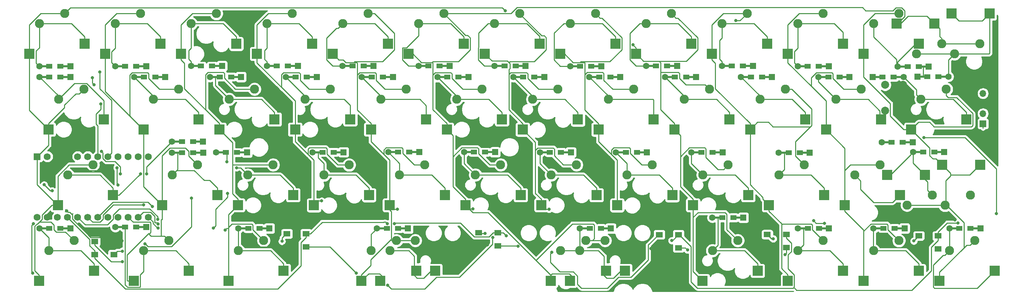
<source format=gbr>
G04 #@! TF.GenerationSoftware,KiCad,Pcbnew,(5.1.4-0-10_14)*
G04 #@! TF.CreationDate,2020-04-11T19:03:29-07:00*
G04 #@! TF.ProjectId,TG4xhotswap,54473478-686f-4747-9377-61702e6b6963,rev?*
G04 #@! TF.SameCoordinates,Original*
G04 #@! TF.FileFunction,Copper,L2,Bot*
G04 #@! TF.FilePolarity,Positive*
%FSLAX46Y46*%
G04 Gerber Fmt 4.6, Leading zero omitted, Abs format (unit mm)*
G04 Created by KiCad (PCBNEW (5.1.4-0-10_14)) date 2020-04-11 19:03:29*
%MOMM*%
%LPD*%
G04 APERTURE LIST*
%ADD10R,2.550000X2.500000*%
%ADD11C,2.286000*%
%ADD12R,1.800000X1.400000*%
%ADD13R,1.752600X1.752600*%
%ADD14C,1.752600*%
%ADD15R,1.600000X1.600000*%
%ADD16C,1.600000*%
%ADD17R,2.900000X0.500000*%
%ADD18R,1.600000X1.200000*%
%ADD19C,2.000000*%
%ADD20R,1.700000X1.700000*%
%ADD21O,1.700000X1.700000*%
%ADD22C,0.800000*%
%ADD23C,0.250000*%
%ADD24C,0.254000*%
G04 APERTURE END LIST*
D10*
X35855600Y-61722000D03*
D11*
X24485600Y-56642000D03*
X30835600Y-54102000D03*
D10*
X22005600Y-64262000D03*
X31105800Y-80797400D03*
D11*
X19735800Y-75717400D03*
X26085800Y-73177400D03*
D10*
X17255800Y-83337400D03*
X54905600Y-80797400D03*
D11*
X43535600Y-75717400D03*
X49885600Y-73177400D03*
D10*
X41055600Y-83337400D03*
X78705400Y-80772000D03*
D11*
X67335400Y-75692000D03*
X73685400Y-73152000D03*
D10*
X64855400Y-83312000D03*
X159667900Y-80797400D03*
D11*
X148297900Y-75717400D03*
X154647900Y-73177400D03*
D10*
X145817900Y-83337400D03*
X164455800Y-80772000D03*
D11*
X153085800Y-75692000D03*
X159435800Y-73152000D03*
D10*
X150605800Y-83312000D03*
X112068300Y-80784700D03*
D11*
X100698300Y-75704700D03*
X107048300Y-73164700D03*
D10*
X98218300Y-83324700D03*
X116805400Y-80772000D03*
D11*
X105435400Y-75692000D03*
X111785400Y-73152000D03*
D10*
X102955400Y-83312000D03*
X239810600Y-56667400D03*
D11*
X251180600Y-61747400D03*
X244830600Y-64287400D03*
D10*
X253660600Y-54127400D03*
X230272900Y-56616600D03*
D11*
X241642900Y-61696600D03*
X235292900Y-64236600D03*
D10*
X244122900Y-54076600D03*
X232647800Y-18529300D03*
D11*
X244017800Y-23609300D03*
X237667800Y-26149300D03*
D10*
X246497800Y-15989300D03*
X33544200Y-42672000D03*
D11*
X22174200Y-37592000D03*
X28524200Y-35052000D03*
D10*
X19694200Y-45212000D03*
X250180800Y-42672000D03*
D11*
X238810800Y-37592000D03*
X245160800Y-35052000D03*
D10*
X236330800Y-45212000D03*
X76419400Y-42672000D03*
D11*
X65049400Y-37592000D03*
X71399400Y-35052000D03*
D10*
X62569400Y-45212000D03*
X176343000Y-61747400D03*
D11*
X164973000Y-56667400D03*
X171323000Y-54127400D03*
D10*
X162493000Y-64287400D03*
X62068400Y-61722000D03*
D11*
X50698400Y-56642000D03*
X57048400Y-54102000D03*
D10*
X48218400Y-64262000D03*
X100168400Y-61747400D03*
D11*
X88798400Y-56667400D03*
X95148400Y-54127400D03*
D10*
X86318400Y-64287400D03*
X195393000Y-61722000D03*
D11*
X184023000Y-56642000D03*
X190373000Y-54102000D03*
D10*
X181543000Y-64262000D03*
X85868200Y-23622000D03*
D11*
X74498200Y-18542000D03*
X80848200Y-16002000D03*
D10*
X72018200Y-26162000D03*
X214468400Y-61722000D03*
D11*
X203098400Y-56642000D03*
X209448400Y-54102000D03*
D10*
X200618400Y-64262000D03*
X28718200Y-23622000D03*
D11*
X17348200Y-18542000D03*
X23698200Y-16002000D03*
D10*
X14868200Y-26162000D03*
X47768200Y-23622000D03*
D11*
X36398200Y-18542000D03*
X42748200Y-16002000D03*
D10*
X33918200Y-26162000D03*
X66818200Y-23647400D03*
D11*
X55448200Y-18567400D03*
X61798200Y-16027400D03*
D10*
X52968200Y-26187400D03*
X104918200Y-23647400D03*
D11*
X93548200Y-18567400D03*
X99898200Y-16027400D03*
D10*
X91068200Y-26187400D03*
X123968200Y-23647400D03*
D11*
X112598200Y-18567400D03*
X118948200Y-16027400D03*
D10*
X110118200Y-26187400D03*
X143043600Y-23596600D03*
D11*
X131673600Y-18516600D03*
X138023600Y-15976600D03*
D10*
X129193600Y-26136600D03*
X162068200Y-23622000D03*
D11*
X150698200Y-18542000D03*
X157048200Y-16002000D03*
D10*
X148218200Y-26162000D03*
X181118200Y-23622000D03*
D11*
X169748200Y-18542000D03*
X176098200Y-16002000D03*
D10*
X167268200Y-26162000D03*
X200168200Y-23622000D03*
D11*
X188798200Y-18542000D03*
X195148200Y-16002000D03*
D10*
X186318200Y-26162000D03*
X219218200Y-23622000D03*
D11*
X207848200Y-18542000D03*
X214198200Y-16002000D03*
D10*
X205368200Y-26162000D03*
X81093000Y-61722000D03*
D11*
X69723000Y-56642000D03*
X76073000Y-54102000D03*
D10*
X67243000Y-64262000D03*
X119193000Y-61722000D03*
D11*
X107823000Y-56642000D03*
X114173000Y-54102000D03*
D10*
X105343000Y-64262000D03*
X138243000Y-61722000D03*
D11*
X126873000Y-56642000D03*
X133223000Y-54102000D03*
D10*
X124393000Y-64262000D03*
X157293000Y-61722000D03*
D11*
X145923000Y-56642000D03*
X152273000Y-54102000D03*
D10*
X143443000Y-64262000D03*
X233518400Y-61747400D03*
D11*
X222148400Y-56667400D03*
X228498400Y-54127400D03*
D10*
X219668400Y-64287400D03*
X219218200Y-80772000D03*
D11*
X207848200Y-75692000D03*
X214198200Y-73152000D03*
D10*
X205368200Y-83312000D03*
X238268200Y-80797400D03*
D11*
X226898200Y-75717400D03*
X233248200Y-73177400D03*
D10*
X224418200Y-83337400D03*
X257318200Y-80772000D03*
D11*
X245948200Y-75692000D03*
X252298200Y-73152000D03*
D10*
X243468200Y-83312000D03*
X238268200Y-23647400D03*
D11*
X226898200Y-18567400D03*
X233248200Y-16027400D03*
D10*
X224418200Y-26187400D03*
X57344000Y-42672000D03*
D11*
X45974000Y-37592000D03*
X52324000Y-35052000D03*
D10*
X43494000Y-45212000D03*
X95444000Y-42672000D03*
D11*
X84074000Y-37592000D03*
X90424000Y-35052000D03*
D10*
X81594000Y-45212000D03*
X114519400Y-42672000D03*
D11*
X103149400Y-37592000D03*
X109499400Y-35052000D03*
D10*
X100669400Y-45212000D03*
X133544000Y-42672000D03*
D11*
X122174000Y-37592000D03*
X128524000Y-35052000D03*
D10*
X119694000Y-45212000D03*
X152619400Y-42697400D03*
D11*
X141249400Y-37617400D03*
X147599400Y-35077400D03*
D10*
X138769400Y-45237400D03*
X171644000Y-42697400D03*
D11*
X160274000Y-37617400D03*
X166624000Y-35077400D03*
D10*
X157794000Y-45237400D03*
X190719400Y-42672000D03*
D11*
X179349400Y-37592000D03*
X185699400Y-35052000D03*
D10*
X176869400Y-45212000D03*
X209744000Y-42672000D03*
D11*
X198374000Y-37592000D03*
X204724000Y-35052000D03*
D10*
X195894000Y-45212000D03*
X228819400Y-42697400D03*
D11*
X217449400Y-37617400D03*
X223799400Y-35077400D03*
D10*
X214969400Y-45237400D03*
X197780600Y-80772000D03*
D11*
X186410600Y-75692000D03*
X192760600Y-73152000D03*
D10*
X183930600Y-83312000D03*
X242185500Y-18542000D03*
D11*
X253555500Y-23622000D03*
X247205500Y-26162000D03*
D10*
X256035500Y-16002000D03*
D12*
X36050000Y-76675000D03*
X36050000Y-73375000D03*
X31250000Y-73375000D03*
X31250000Y-76675000D03*
X79525000Y-71450000D03*
X79525000Y-74750000D03*
X84325000Y-74750000D03*
X84325000Y-71450000D03*
X127725000Y-71200000D03*
X127725000Y-74500000D03*
X132525000Y-74500000D03*
X132525000Y-71200000D03*
X173075000Y-71675000D03*
X173075000Y-74975000D03*
X177875000Y-74975000D03*
X177875000Y-71675000D03*
X200200000Y-71650000D03*
X200200000Y-74950000D03*
X205000000Y-74950000D03*
X205000000Y-71650000D03*
X238275000Y-72000000D03*
X238275000Y-75300000D03*
X243075000Y-75300000D03*
X243075000Y-72000000D03*
D13*
X16814800Y-52030000D03*
D14*
X19354800Y-52030000D03*
X21894800Y-52030000D03*
X24434800Y-52030000D03*
X26974800Y-52030000D03*
X29514800Y-52030000D03*
X32054800Y-52030000D03*
X34594800Y-52030000D03*
X37134800Y-52030000D03*
X39674800Y-52030000D03*
X42214800Y-52030000D03*
X44754800Y-67270000D03*
X42214800Y-67270000D03*
X39674800Y-67270000D03*
X37134800Y-67270000D03*
X34594800Y-67270000D03*
X32054800Y-67270000D03*
X29514800Y-67270000D03*
X26974800Y-67270000D03*
X24434800Y-67270000D03*
X21894800Y-67270000D03*
X19354800Y-67270000D03*
X44754800Y-52030000D03*
X16814800Y-67270000D03*
D15*
X25147100Y-29298900D03*
D16*
X17347100Y-29298900D03*
D17*
X23747100Y-29298900D03*
D18*
X22647100Y-29298900D03*
X19847100Y-29298900D03*
D17*
X18747100Y-29298900D03*
D15*
X44184400Y-29260800D03*
D16*
X36384400Y-29260800D03*
D17*
X42784400Y-29260800D03*
D18*
X41684400Y-29260800D03*
X38884400Y-29260800D03*
D17*
X37784400Y-29260800D03*
D15*
X63234400Y-29222700D03*
D16*
X55434400Y-29222700D03*
D17*
X61834400Y-29222700D03*
D18*
X60734400Y-29222700D03*
X57934400Y-29222700D03*
D17*
X56834400Y-29222700D03*
D15*
X82284400Y-29248100D03*
D16*
X74484400Y-29248100D03*
D17*
X80884400Y-29248100D03*
D18*
X79784400Y-29248100D03*
X76984400Y-29248100D03*
D17*
X75884400Y-29248100D03*
D15*
X101309000Y-29248100D03*
D16*
X93509000Y-29248100D03*
D17*
X99909000Y-29248100D03*
D18*
X98809000Y-29248100D03*
X96009000Y-29248100D03*
D17*
X94909000Y-29248100D03*
D15*
X120384400Y-29248100D03*
D16*
X112584400Y-29248100D03*
D17*
X118984400Y-29248100D03*
D18*
X117884400Y-29248100D03*
X115084400Y-29248100D03*
D17*
X113984400Y-29248100D03*
D15*
X139485200Y-29222700D03*
D16*
X131685200Y-29222700D03*
D17*
X138085200Y-29222700D03*
D18*
X136985200Y-29222700D03*
X134185200Y-29222700D03*
D17*
X133085200Y-29222700D03*
D15*
X158497100Y-29260800D03*
D16*
X150697100Y-29260800D03*
D17*
X157097100Y-29260800D03*
D18*
X155997100Y-29260800D03*
X153197100Y-29260800D03*
D17*
X152097100Y-29260800D03*
D15*
X177559800Y-29222700D03*
D16*
X169759800Y-29222700D03*
D17*
X176159800Y-29222700D03*
D18*
X175059800Y-29222700D03*
X172259800Y-29222700D03*
D17*
X171159800Y-29222700D03*
D15*
X196597100Y-29222700D03*
D16*
X188797100Y-29222700D03*
D17*
X195197100Y-29222700D03*
D18*
X194097100Y-29222700D03*
X191297100Y-29222700D03*
D17*
X190197100Y-29222700D03*
D15*
X215647100Y-29260800D03*
D16*
X207847100Y-29260800D03*
D17*
X214247100Y-29260800D03*
D18*
X213147100Y-29260800D03*
X210347100Y-29260800D03*
D17*
X209247100Y-29260800D03*
D15*
X240742300Y-29337000D03*
D16*
X232942300Y-29337000D03*
D17*
X239342300Y-29337000D03*
D18*
X238242300Y-29337000D03*
X235442300Y-29337000D03*
D17*
X234342300Y-29337000D03*
D15*
X237895300Y-31902400D03*
D16*
X245695300Y-31902400D03*
D17*
X239295300Y-31902400D03*
D18*
X240395300Y-31902400D03*
X243195300Y-31902400D03*
D17*
X244295300Y-31902400D03*
D15*
X25159800Y-31965900D03*
D16*
X17359800Y-31965900D03*
D17*
X23759800Y-31965900D03*
D18*
X22659800Y-31965900D03*
X19859800Y-31965900D03*
D17*
X18759800Y-31965900D03*
D15*
X48959600Y-32016700D03*
D16*
X41159600Y-32016700D03*
D17*
X47559600Y-32016700D03*
D18*
X46459600Y-32016700D03*
X43659600Y-32016700D03*
D17*
X42559600Y-32016700D03*
D15*
X68009600Y-31978600D03*
D16*
X60209600Y-31978600D03*
D17*
X66609600Y-31978600D03*
D18*
X65509600Y-31978600D03*
X62709600Y-31978600D03*
D17*
X61609600Y-31978600D03*
D15*
X87046900Y-31991300D03*
D16*
X79246900Y-31991300D03*
D17*
X85646900Y-31991300D03*
D18*
X84546900Y-31991300D03*
X81746900Y-31991300D03*
D17*
X80646900Y-31991300D03*
D15*
X106147700Y-32016700D03*
D16*
X98347700Y-32016700D03*
D17*
X104747700Y-32016700D03*
D18*
X103647700Y-32016700D03*
X100847700Y-32016700D03*
D17*
X99747700Y-32016700D03*
D15*
X125146900Y-32016700D03*
D16*
X117346900Y-32016700D03*
D17*
X123746900Y-32016700D03*
D18*
X122646900Y-32016700D03*
X119846900Y-32016700D03*
D17*
X118746900Y-32016700D03*
D15*
X144196900Y-32004000D03*
D16*
X136396900Y-32004000D03*
D17*
X142796900Y-32004000D03*
D18*
X141696900Y-32004000D03*
X138896900Y-32004000D03*
D17*
X137796900Y-32004000D03*
D15*
X163272300Y-31978600D03*
D16*
X155472300Y-31978600D03*
D17*
X161872300Y-31978600D03*
D18*
X160772300Y-31978600D03*
X157972300Y-31978600D03*
D17*
X156872300Y-31978600D03*
D15*
X182309600Y-31991300D03*
D16*
X174509600Y-31991300D03*
D17*
X180909600Y-31991300D03*
D18*
X179809600Y-31991300D03*
X177009600Y-31991300D03*
D17*
X175909600Y-31991300D03*
D15*
X201385000Y-31978600D03*
D16*
X193585000Y-31978600D03*
D17*
X199985000Y-31978600D03*
D18*
X198885000Y-31978600D03*
X196085000Y-31978600D03*
D17*
X194985000Y-31978600D03*
D15*
X220841400Y-32029400D03*
D16*
X213041400Y-32029400D03*
D17*
X219441400Y-32029400D03*
D18*
X218341400Y-32029400D03*
X215541400Y-32029400D03*
D17*
X214441400Y-32029400D03*
D15*
X226630400Y-32004000D03*
D16*
X234430400Y-32004000D03*
D17*
X228030400Y-32004000D03*
D18*
X229130400Y-32004000D03*
X231930400Y-32004000D03*
D17*
X233030400Y-32004000D03*
D15*
X58471900Y-48285400D03*
D16*
X50671900Y-48285400D03*
D17*
X57071900Y-48285400D03*
D18*
X55971900Y-48285400D03*
X53171900Y-48285400D03*
D17*
X52071900Y-48285400D03*
D15*
X58484600Y-51015900D03*
D16*
X50684600Y-51015900D03*
D17*
X57084600Y-51015900D03*
D18*
X55984600Y-51015900D03*
X53184600Y-51015900D03*
D17*
X52084600Y-51015900D03*
X63111200Y-51003200D03*
D18*
X64211200Y-51003200D03*
X67011200Y-51003200D03*
D17*
X68111200Y-51003200D03*
D16*
X61711200Y-51003200D03*
D15*
X69511200Y-51003200D03*
D17*
X87365200Y-50927000D03*
D18*
X88465200Y-50927000D03*
X91265200Y-50927000D03*
D17*
X92365200Y-50927000D03*
D16*
X85965200Y-50927000D03*
D15*
X93765200Y-50927000D03*
D17*
X106389800Y-50914300D03*
D18*
X107489800Y-50914300D03*
X110289800Y-50914300D03*
D17*
X111389800Y-50914300D03*
D16*
X104989800Y-50914300D03*
D15*
X112789800Y-50914300D03*
D17*
X125427100Y-50914300D03*
D18*
X126527100Y-50914300D03*
X129327100Y-50914300D03*
D17*
X130427100Y-50914300D03*
D16*
X124027100Y-50914300D03*
D15*
X131827100Y-50914300D03*
D17*
X144477100Y-50965100D03*
D18*
X145577100Y-50965100D03*
X148377100Y-50965100D03*
D17*
X149477100Y-50965100D03*
D16*
X143077100Y-50965100D03*
D15*
X150877100Y-50965100D03*
D17*
X163552500Y-50927000D03*
D18*
X164652500Y-50927000D03*
X167452500Y-50927000D03*
D17*
X168552500Y-50927000D03*
D16*
X162152500Y-50927000D03*
D15*
X169952500Y-50927000D03*
D17*
X182551700Y-50939700D03*
D18*
X183651700Y-50939700D03*
X186451700Y-50939700D03*
D17*
X187551700Y-50939700D03*
D16*
X181151700Y-50939700D03*
D15*
X188951700Y-50939700D03*
D17*
X204471900Y-51015900D03*
D18*
X205571900Y-51015900D03*
X208371900Y-51015900D03*
D17*
X209471900Y-51015900D03*
D16*
X203071900Y-51015900D03*
D15*
X210871900Y-51015900D03*
X236716400Y-48463200D03*
D16*
X228916400Y-48463200D03*
D17*
X235316400Y-48463200D03*
D18*
X234216400Y-48463200D03*
X231416400Y-48463200D03*
D17*
X230316400Y-48463200D03*
D15*
X244628500Y-50914300D03*
D16*
X236828500Y-50914300D03*
D17*
X243228500Y-50914300D03*
D18*
X242128500Y-50914300D03*
X239328500Y-50914300D03*
D17*
X238228500Y-50914300D03*
D15*
X25147100Y-70091300D03*
D16*
X17347100Y-70091300D03*
D17*
X23747100Y-70091300D03*
D18*
X22647100Y-70091300D03*
X19847100Y-70091300D03*
D17*
X18747100Y-70091300D03*
D15*
X44209800Y-69761100D03*
D16*
X36409800Y-69761100D03*
D17*
X42809800Y-69761100D03*
D18*
X41709800Y-69761100D03*
X38909800Y-69761100D03*
D17*
X37809800Y-69761100D03*
D15*
X75134300Y-70104000D03*
D16*
X67334300Y-70104000D03*
D17*
X73734300Y-70104000D03*
D18*
X72634300Y-70104000D03*
X69834300Y-70104000D03*
D17*
X68734300Y-70104000D03*
D15*
X109945000Y-70129400D03*
D16*
X102145000Y-70129400D03*
D17*
X108545000Y-70129400D03*
D18*
X107445000Y-70129400D03*
X104645000Y-70129400D03*
D17*
X103545000Y-70129400D03*
D15*
X160897400Y-70104000D03*
D16*
X153097400Y-70104000D03*
D17*
X159497400Y-70104000D03*
D18*
X158397400Y-70104000D03*
X155597400Y-70104000D03*
D17*
X154497400Y-70104000D03*
D15*
X194196800Y-67398900D03*
D16*
X186396800Y-67398900D03*
D17*
X192796800Y-67398900D03*
D18*
X191696800Y-67398900D03*
X188896800Y-67398900D03*
D17*
X187796800Y-67398900D03*
D15*
X215672500Y-70104000D03*
D16*
X207872500Y-70104000D03*
D17*
X214272500Y-70104000D03*
D18*
X213172500Y-70104000D03*
X210372500Y-70104000D03*
D17*
X209272500Y-70104000D03*
D15*
X234674700Y-70091300D03*
D16*
X226874700Y-70091300D03*
D17*
X233274700Y-70091300D03*
D18*
X232174700Y-70091300D03*
X229374700Y-70091300D03*
D17*
X228274700Y-70091300D03*
D15*
X253747100Y-70104000D03*
D16*
X245947100Y-70104000D03*
D17*
X252347100Y-70104000D03*
D18*
X251247100Y-70104000D03*
X248447100Y-70104000D03*
D17*
X247347100Y-70104000D03*
D19*
X234275000Y-40475000D03*
X229775000Y-40475000D03*
X234275000Y-33975000D03*
X229775000Y-33975000D03*
D20*
X254368300Y-43764200D03*
D21*
X254368300Y-41224200D03*
X254368300Y-38684200D03*
X254368300Y-36144200D03*
D22*
X32550000Y-30725000D03*
X30625000Y-32175000D03*
X31075000Y-33975000D03*
X32800000Y-38750000D03*
X44325000Y-56375000D03*
X42769000Y-56350000D03*
X66925000Y-54827000D03*
X64425000Y-53375000D03*
X134425000Y-15302400D03*
X166475000Y-23900000D03*
X192325000Y-17798999D03*
X64000000Y-70504001D03*
X88276382Y-63192558D03*
X45750000Y-64575000D03*
X107258554Y-65284163D03*
X43575000Y-64200000D03*
X126243598Y-65157700D03*
X47050000Y-67775000D03*
X145364536Y-65294827D03*
X236150000Y-75250000D03*
X202100000Y-75075000D03*
X198475000Y-75025000D03*
X174300000Y-74900000D03*
X171000000Y-75150000D03*
X129875000Y-74275000D03*
X125325000Y-74500000D03*
X81500000Y-74725000D03*
X68825000Y-74275000D03*
X38075000Y-73275000D03*
X35350000Y-56950000D03*
X27225000Y-55200000D03*
X247319130Y-68000000D03*
X24242657Y-65718369D03*
X36825000Y-54825000D03*
X37100000Y-59200000D03*
X55575000Y-62450000D03*
X43878395Y-74008439D03*
X38175000Y-75825000D03*
X134650000Y-71950000D03*
X176225000Y-73175000D03*
X248100000Y-68725000D03*
X37700000Y-56375000D03*
X32925000Y-50725000D03*
X18550000Y-59125000D03*
X20550000Y-60625000D03*
X106495001Y-68948452D03*
X104725000Y-68929398D03*
X38184800Y-78475000D03*
X78300000Y-73350000D03*
X97000000Y-81375000D03*
X104830402Y-84375000D03*
X131225153Y-72375153D03*
X129275000Y-71400000D03*
X137577597Y-74622403D03*
X146100000Y-76075000D03*
X180175000Y-75525000D03*
X201675000Y-72725000D03*
X204680119Y-76668819D03*
X237000000Y-73275000D03*
X15844423Y-68903669D03*
X15721547Y-81328453D03*
X257725000Y-66375000D03*
X239575338Y-47250263D03*
X47177148Y-70001843D03*
X64650000Y-61300000D03*
X61050000Y-70000000D03*
X47215599Y-69002581D03*
X211833547Y-68190353D03*
X214525835Y-68814280D03*
D23*
X28718200Y-22122000D02*
X28718200Y-23622000D01*
X28718200Y-21821666D02*
X28718200Y-22122000D01*
X25438534Y-18542000D02*
X28718200Y-21821666D01*
X17348200Y-18542000D02*
X25438534Y-18542000D01*
X16547101Y-28498901D02*
X17347100Y-29298900D01*
X16547101Y-25427899D02*
X16547101Y-28498901D01*
X17348200Y-24626800D02*
X16547101Y-25427899D01*
X17348200Y-18542000D02*
X17348200Y-24626800D01*
X47768200Y-21821666D02*
X47768200Y-22122000D01*
X44488534Y-18542000D02*
X47768200Y-21821666D01*
X47768200Y-22122000D02*
X47768200Y-23622000D01*
X36398200Y-18542000D02*
X44488534Y-18542000D01*
X35584401Y-28460801D02*
X36384400Y-29260800D01*
X35518201Y-25610997D02*
X35518201Y-28394601D01*
X35518201Y-28394601D02*
X35584401Y-28460801D01*
X36398200Y-24730998D02*
X35518201Y-25610997D01*
X36398200Y-18542000D02*
X36398200Y-24730998D01*
X66818200Y-21847066D02*
X66818200Y-22147400D01*
X66818200Y-22147400D02*
X66818200Y-23647400D01*
X63538534Y-18567400D02*
X66818200Y-21847066D01*
X55448200Y-18567400D02*
X63538534Y-18567400D01*
X54893199Y-25311399D02*
X54893199Y-27550129D01*
X55448200Y-24756398D02*
X54893199Y-25311399D01*
X55434400Y-28091330D02*
X55434400Y-29222700D01*
X54893199Y-27550129D02*
X55434400Y-28091330D01*
X55448200Y-18567400D02*
X55448200Y-24756398D01*
X239342300Y-29337000D02*
X239342300Y-31907700D01*
X32550000Y-34929410D02*
X32550000Y-30725000D01*
X35471099Y-51153701D02*
X35471099Y-37850509D01*
X35471099Y-37850509D02*
X32550000Y-34929410D01*
X34594800Y-52030000D02*
X35471099Y-51153701D01*
X85868200Y-22122000D02*
X85868200Y-23622000D01*
X85868200Y-21821666D02*
X85868200Y-22122000D01*
X82588534Y-18542000D02*
X85868200Y-21821666D01*
X74498200Y-18542000D02*
X82588534Y-18542000D01*
X73943199Y-27575529D02*
X74484400Y-28116730D01*
X74484400Y-28116730D02*
X74484400Y-29248100D01*
X73943199Y-25285999D02*
X73943199Y-27575529D01*
X74498200Y-24730998D02*
X73943199Y-25285999D01*
X74498200Y-18542000D02*
X74498200Y-24730998D01*
X30625000Y-33525000D02*
X31075000Y-33975000D01*
X30625000Y-32175000D02*
X30625000Y-33525000D01*
X32800000Y-39315685D02*
X32800000Y-38750000D01*
X31628633Y-41307901D02*
X32800000Y-40136534D01*
X31628633Y-43866435D02*
X31628633Y-41307901D01*
X32800000Y-40136534D02*
X32800000Y-39315685D01*
X32054800Y-44292602D02*
X31628633Y-43866435D01*
X32054800Y-52030000D02*
X32054800Y-44292602D01*
X104918200Y-21847066D02*
X104918200Y-23647400D01*
X101638534Y-18567400D02*
X104918200Y-21847066D01*
X93548200Y-18567400D02*
X101638534Y-18567400D01*
X91018898Y-29248100D02*
X92377630Y-29248100D01*
X89468199Y-27697401D02*
X91018898Y-29248100D01*
X92377630Y-29248100D02*
X93509000Y-29248100D01*
X89468199Y-22177067D02*
X89468199Y-27697401D01*
X91934867Y-19710399D02*
X89468199Y-22177067D01*
X92405201Y-19710399D02*
X91934867Y-19710399D01*
X93548200Y-18567400D02*
X92405201Y-19710399D01*
X123968200Y-22147400D02*
X123968200Y-23647400D01*
X123968200Y-21847066D02*
X123968200Y-22147400D01*
X120688534Y-18567400D02*
X123968200Y-21847066D01*
X112598200Y-18567400D02*
X120688534Y-18567400D01*
X110068898Y-29248100D02*
X112284400Y-29248100D01*
X108518199Y-27697401D02*
X110068898Y-29248100D01*
X108583199Y-24612399D02*
X108518199Y-24677399D01*
X109563535Y-24612399D02*
X108583199Y-24612399D01*
X112598200Y-21577734D02*
X109563535Y-24612399D01*
X112284400Y-29248100D02*
X113984400Y-29248100D01*
X108518199Y-24677399D02*
X108518199Y-27697401D01*
X112598200Y-18567400D02*
X112598200Y-21577734D01*
X143043600Y-21796266D02*
X143043600Y-22096600D01*
X139763934Y-18516600D02*
X143043600Y-21796266D01*
X143043600Y-22096600D02*
X143043600Y-23596600D01*
X131673600Y-18516600D02*
X139763934Y-18516600D01*
X129169698Y-29222700D02*
X130553830Y-29222700D01*
X127593599Y-27646601D02*
X129169698Y-29222700D01*
X127593599Y-24626599D02*
X127593599Y-27646601D01*
X130553830Y-29222700D02*
X131685200Y-29222700D01*
X127658599Y-24561599D02*
X127593599Y-24626599D01*
X127658599Y-20915155D02*
X127658599Y-24561599D01*
X130057154Y-18516600D02*
X127658599Y-20915155D01*
X131673600Y-18516600D02*
X130057154Y-18516600D01*
X162068200Y-22122000D02*
X162068200Y-23622000D01*
X162068200Y-21821666D02*
X162068200Y-22122000D01*
X158788534Y-18542000D02*
X162068200Y-21821666D01*
X150698200Y-18542000D02*
X158788534Y-18542000D01*
X149565730Y-29260800D02*
X150697100Y-29260800D01*
X148206998Y-29260800D02*
X149565730Y-29260800D01*
X146618199Y-27672001D02*
X148206998Y-29260800D01*
X146618199Y-24651999D02*
X146618199Y-27672001D01*
X146683199Y-20940555D02*
X146683199Y-24586999D01*
X146683199Y-24586999D02*
X146618199Y-24651999D01*
X149081754Y-18542000D02*
X146683199Y-20940555D01*
X150698200Y-18542000D02*
X149081754Y-18542000D01*
X181118200Y-21821666D02*
X181118200Y-22122000D01*
X181118200Y-22122000D02*
X181118200Y-23622000D01*
X177838534Y-18542000D02*
X181118200Y-21821666D01*
X169748200Y-18542000D02*
X177838534Y-18542000D01*
X169459800Y-29222700D02*
X171159800Y-29222700D01*
X167218898Y-29222700D02*
X169459800Y-29222700D01*
X165668199Y-27672001D02*
X167218898Y-29222700D01*
X165668199Y-21005555D02*
X165668199Y-27672001D01*
X168131754Y-18542000D02*
X165668199Y-21005555D01*
X169748200Y-18542000D02*
X168131754Y-18542000D01*
X200168200Y-21821666D02*
X200168200Y-22122000D01*
X196888534Y-18542000D02*
X200168200Y-21821666D01*
X200168200Y-22122000D02*
X200168200Y-23622000D01*
X188798200Y-18542000D02*
X196888534Y-18542000D01*
X188243199Y-27537429D02*
X188797100Y-28091330D01*
X188797100Y-28091330D02*
X188797100Y-29222700D01*
X188243199Y-22745999D02*
X188243199Y-27537429D01*
X188798200Y-22190998D02*
X188243199Y-22745999D01*
X188798200Y-18542000D02*
X188798200Y-22190998D01*
X207848200Y-18542000D02*
X217042000Y-18542000D01*
X219218200Y-20718200D02*
X219218200Y-23622000D01*
X217042000Y-18542000D02*
X219218200Y-20718200D01*
X207047101Y-25532097D02*
X207047101Y-28460801D01*
X207848200Y-24730998D02*
X207047101Y-25532097D01*
X207047101Y-28460801D02*
X207847100Y-29260800D01*
X207848200Y-18542000D02*
X207848200Y-24730998D01*
X233142300Y-29337000D02*
X234342300Y-29337000D01*
X232642300Y-28837000D02*
X233142300Y-29337000D01*
X232642300Y-27637000D02*
X232642300Y-28837000D01*
X226898200Y-21892900D02*
X232642300Y-27637000D01*
X226898200Y-18567400D02*
X226898200Y-21892900D01*
X237500530Y-23647400D02*
X232942300Y-28205630D01*
X232942300Y-28205630D02*
X232942300Y-29337000D01*
X238268200Y-23647400D02*
X237500530Y-23647400D01*
X247192800Y-26149300D02*
X247205500Y-26162000D01*
X237667800Y-26149300D02*
X247192800Y-26149300D01*
X245695300Y-27672200D02*
X245695300Y-31902400D01*
X247205500Y-26162000D02*
X245695300Y-27672200D01*
X256035500Y-26014500D02*
X256035500Y-17502000D01*
X256035500Y-17502000D02*
X256035500Y-16002000D01*
X255888000Y-26162000D02*
X256035500Y-26014500D01*
X247205500Y-26162000D02*
X255888000Y-26162000D01*
X254185499Y-17827001D02*
X248360501Y-17827001D01*
X256010500Y-16002000D02*
X254185499Y-17827001D01*
X246522800Y-15989300D02*
X246497800Y-15989300D01*
X248360501Y-17827001D02*
X246522800Y-15989300D01*
X256035500Y-16002000D02*
X256010500Y-16002000D01*
X33544200Y-41172000D02*
X33544200Y-42672000D01*
X33544200Y-37899358D02*
X33544200Y-41172000D01*
X29228841Y-33583999D02*
X33544200Y-37899358D01*
X26182201Y-33583999D02*
X29228841Y-33583999D01*
X22174200Y-37592000D02*
X26182201Y-33583999D01*
X22174200Y-36780300D02*
X22174200Y-37592000D01*
X17359800Y-31965900D02*
X22174200Y-36780300D01*
X57344000Y-41172000D02*
X57344000Y-42672000D01*
X57344000Y-40871666D02*
X57344000Y-41172000D01*
X54064334Y-37592000D02*
X57344000Y-40871666D01*
X45974000Y-37592000D02*
X54064334Y-37592000D01*
X45974000Y-36831100D02*
X45974000Y-37592000D01*
X41159600Y-32016700D02*
X45974000Y-36831100D01*
X76419400Y-41172000D02*
X76419400Y-42672000D01*
X73139734Y-37592000D02*
X76419400Y-40871666D01*
X76419400Y-40871666D02*
X76419400Y-41172000D01*
X65049400Y-37592000D02*
X73139734Y-37592000D01*
X61609600Y-34152200D02*
X65049400Y-37592000D01*
X61609600Y-31978600D02*
X61609600Y-34152200D01*
X95444000Y-39123010D02*
X95444000Y-41172000D01*
X95444000Y-41172000D02*
X95444000Y-42672000D01*
X93912990Y-37592000D02*
X95444000Y-39123010D01*
X84074000Y-37592000D02*
X93912990Y-37592000D01*
X84074000Y-36818400D02*
X84074000Y-37592000D01*
X79246900Y-31991300D02*
X84074000Y-36818400D01*
X114519400Y-41172000D02*
X114519400Y-42672000D01*
X114519400Y-39173810D02*
X114519400Y-41172000D01*
X112937590Y-37592000D02*
X114519400Y-39173810D01*
X103149400Y-37592000D02*
X112937590Y-37592000D01*
X103149400Y-36818400D02*
X103149400Y-37592000D01*
X98347700Y-32016700D02*
X103149400Y-36818400D01*
X133544000Y-40871666D02*
X133544000Y-41172000D01*
X133544000Y-41172000D02*
X133544000Y-42672000D01*
X130264334Y-37592000D02*
X133544000Y-40871666D01*
X122174000Y-37592000D02*
X130264334Y-37592000D01*
X122174000Y-36843800D02*
X122174000Y-37592000D01*
X117346900Y-32016700D02*
X122174000Y-36843800D01*
X152619400Y-40897066D02*
X152619400Y-41197400D01*
X152619400Y-41197400D02*
X152619400Y-42697400D01*
X149339734Y-37617400D02*
X152619400Y-40897066D01*
X141249400Y-37617400D02*
X149339734Y-37617400D01*
X141249400Y-36856500D02*
X141249400Y-37617400D01*
X136396900Y-32004000D02*
X141249400Y-36856500D01*
X171644000Y-41197400D02*
X171644000Y-42697400D01*
X171644000Y-37794000D02*
X171644000Y-41197400D01*
X171467400Y-37617400D02*
X171644000Y-37794000D01*
X160274000Y-37617400D02*
X171467400Y-37617400D01*
X160274000Y-36780300D02*
X160274000Y-37617400D01*
X155472300Y-31978600D02*
X160274000Y-36780300D01*
X190719400Y-41172000D02*
X190719400Y-42672000D01*
X187439734Y-37592000D02*
X190719400Y-40871666D01*
X190719400Y-40871666D02*
X190719400Y-41172000D01*
X179349400Y-37592000D02*
X187439734Y-37592000D01*
X179349400Y-36831100D02*
X179349400Y-37592000D01*
X174509600Y-31991300D02*
X179349400Y-36831100D01*
X198374000Y-36767600D02*
X198374000Y-37592000D01*
X193585000Y-31978600D02*
X198374000Y-36767600D01*
X209744000Y-40871666D02*
X209744000Y-41172000D01*
X209744000Y-41172000D02*
X209744000Y-42672000D01*
X206464334Y-37592000D02*
X209744000Y-40871666D01*
X198374000Y-37592000D02*
X206464334Y-37592000D01*
X213041400Y-33209400D02*
X217449400Y-37617400D01*
X213041400Y-32029400D02*
X213041400Y-33209400D01*
X228449999Y-42327999D02*
X228819400Y-42697400D01*
X228449999Y-40527665D02*
X228449999Y-42327999D01*
X225539734Y-37617400D02*
X228449999Y-40527665D01*
X217449400Y-37617400D02*
X225539734Y-37617400D01*
X250180800Y-41172000D02*
X250180800Y-42672000D01*
X250180800Y-40871666D02*
X250180800Y-41172000D01*
X246901134Y-37592000D02*
X250180800Y-40871666D01*
X238810800Y-37592000D02*
X246901134Y-37592000D01*
X235230399Y-32803999D02*
X234430400Y-32004000D01*
X237667801Y-35241401D02*
X235230399Y-32803999D01*
X237667801Y-36449001D02*
X237667801Y-35241401D01*
X238810800Y-37592000D02*
X237667801Y-36449001D01*
X35855600Y-60222000D02*
X35855600Y-61722000D01*
X35855600Y-59921666D02*
X35855600Y-60222000D01*
X32575934Y-56642000D02*
X35855600Y-59921666D01*
X24485600Y-56642000D02*
X32575934Y-56642000D01*
X44325000Y-54632300D02*
X44325000Y-56375000D01*
X50671900Y-48285400D02*
X44325000Y-54632300D01*
X37397000Y-61722000D02*
X35855600Y-61722000D01*
X42769000Y-56350000D02*
X37397000Y-61722000D01*
X62068400Y-60222000D02*
X62068400Y-61722000D01*
X60152833Y-58006099D02*
X62068400Y-59921666D01*
X62068400Y-59921666D02*
X62068400Y-60222000D01*
X58779857Y-58006099D02*
X60152833Y-58006099D01*
X51841399Y-55499001D02*
X56272759Y-55499001D01*
X56272759Y-55499001D02*
X58779857Y-58006099D01*
X50698400Y-56642000D02*
X51841399Y-55499001D01*
X52084600Y-55255800D02*
X50698400Y-56642000D01*
X52084600Y-51015900D02*
X52084600Y-55255800D01*
X81093000Y-60222000D02*
X81093000Y-61722000D01*
X81093000Y-59921666D02*
X81093000Y-60222000D01*
X77813334Y-56642000D02*
X81093000Y-59921666D01*
X69723000Y-56642000D02*
X77813334Y-56642000D01*
X67908000Y-54827000D02*
X66925000Y-54827000D01*
X69723000Y-56642000D02*
X67908000Y-54827000D01*
X64425000Y-51217000D02*
X64211200Y-51003200D01*
X64425000Y-53375000D02*
X64425000Y-51217000D01*
X100168400Y-59947066D02*
X100168400Y-60247400D01*
X100168400Y-60247400D02*
X100168400Y-61747400D01*
X96888734Y-56667400D02*
X100168400Y-59947066D01*
X88798400Y-56667400D02*
X96888734Y-56667400D01*
X87365200Y-51427000D02*
X87365200Y-50927000D01*
X87365200Y-52327000D02*
X87365200Y-51427000D01*
X88798400Y-53760200D02*
X87365200Y-52327000D01*
X88798400Y-56667400D02*
X88798400Y-53760200D01*
X119193000Y-60222000D02*
X119193000Y-61722000D01*
X119193000Y-59921666D02*
X119193000Y-60222000D01*
X115913334Y-56642000D02*
X119193000Y-59921666D01*
X107823000Y-56642000D02*
X115913334Y-56642000D01*
X107823000Y-53747500D02*
X104989800Y-50914300D01*
X107823000Y-56642000D02*
X107823000Y-53747500D01*
X138243000Y-60222000D02*
X138243000Y-61722000D01*
X138243000Y-59921666D02*
X138243000Y-60222000D01*
X134963334Y-56642000D02*
X138243000Y-59921666D01*
X126873000Y-56642000D02*
X134963334Y-56642000D01*
X124027100Y-53796100D02*
X126873000Y-56642000D01*
X124027100Y-50914300D02*
X124027100Y-53796100D01*
X157293000Y-60222000D02*
X157293000Y-61722000D01*
X157293000Y-59921666D02*
X157293000Y-60222000D01*
X154013334Y-56642000D02*
X157293000Y-59921666D01*
X145923000Y-56642000D02*
X154013334Y-56642000D01*
X143077100Y-53796100D02*
X145923000Y-56642000D01*
X143077100Y-50965100D02*
X143077100Y-53796100D01*
X176343000Y-59947066D02*
X176343000Y-60247400D01*
X173063334Y-56667400D02*
X176343000Y-59947066D01*
X176343000Y-60247400D02*
X176343000Y-61747400D01*
X164973000Y-56667400D02*
X173063334Y-56667400D01*
X164973000Y-53747500D02*
X164973000Y-56667400D01*
X162152500Y-50927000D02*
X164973000Y-53747500D01*
X195393000Y-59921666D02*
X195393000Y-60222000D01*
X195393000Y-60222000D02*
X195393000Y-61722000D01*
X192113334Y-56642000D02*
X195393000Y-59921666D01*
X184023000Y-56642000D02*
X192113334Y-56642000D01*
X181151700Y-53770700D02*
X184023000Y-56642000D01*
X181151700Y-50939700D02*
X181151700Y-53770700D01*
X214468400Y-60222000D02*
X214468400Y-61722000D01*
X214468400Y-59921666D02*
X214468400Y-60222000D01*
X211188734Y-56642000D02*
X214468400Y-59921666D01*
X203098400Y-56642000D02*
X211188734Y-56642000D01*
X204471900Y-55268500D02*
X203098400Y-56642000D01*
X204471900Y-51015900D02*
X204471900Y-55268500D01*
X233493400Y-61747400D02*
X233518400Y-61747400D01*
X231668399Y-63572401D02*
X233493400Y-61747400D01*
X226891427Y-63572401D02*
X231668399Y-63572401D01*
X223639499Y-58158499D02*
X223639499Y-60320473D01*
X223639499Y-60320473D02*
X226891427Y-63572401D01*
X222148400Y-56667400D02*
X223639499Y-58158499D01*
X236028501Y-51714299D02*
X236828500Y-50914300D01*
X231126200Y-56616600D02*
X236028501Y-51714299D01*
X230272900Y-56616600D02*
X231126200Y-56616600D01*
X239785600Y-56667400D02*
X239810600Y-56667400D01*
X236828500Y-53710300D02*
X239785600Y-56667400D01*
X236828500Y-50914300D02*
X236828500Y-53710300D01*
X240499901Y-60553601D02*
X241642900Y-61696600D01*
X240499901Y-58391627D02*
X240499901Y-60553601D01*
X239810600Y-57702326D02*
X240499901Y-58391627D01*
X239810600Y-56667400D02*
X239810600Y-57702326D01*
X31105800Y-79297400D02*
X31105800Y-80797400D01*
X31105800Y-78997066D02*
X31105800Y-79297400D01*
X27826134Y-75717400D02*
X31105800Y-78997066D01*
X19735800Y-75717400D02*
X27826134Y-75717400D01*
X19735800Y-72480000D02*
X17347100Y-70091300D01*
X19735800Y-75717400D02*
X19735800Y-72480000D01*
X54905600Y-78997066D02*
X54905600Y-79297400D01*
X54905600Y-79297400D02*
X54905600Y-80797400D01*
X51625934Y-75717400D02*
X54905600Y-78997066D01*
X43535600Y-75717400D02*
X51625934Y-75717400D01*
X42590601Y-84912401D02*
X39520599Y-84912401D01*
X42655601Y-84847401D02*
X42590601Y-84912401D01*
X42655601Y-81827399D02*
X42655601Y-84847401D01*
X39520599Y-84912401D02*
X38909800Y-84301602D01*
X43535600Y-80947400D02*
X42655601Y-81827399D01*
X38909800Y-70611100D02*
X38909800Y-69761100D01*
X38909800Y-84301602D02*
X38909800Y-70611100D01*
X43535600Y-75717400D02*
X43535600Y-80947400D01*
X78705400Y-79272000D02*
X78705400Y-80772000D01*
X78705400Y-78971666D02*
X78705400Y-79272000D01*
X75425734Y-75692000D02*
X78705400Y-78971666D01*
X67335400Y-75692000D02*
X75425734Y-75692000D01*
X67334300Y-75690900D02*
X67335400Y-75692000D01*
X67334300Y-70104000D02*
X67334300Y-75690900D01*
X110137374Y-75692000D02*
X105435400Y-75692000D01*
X111564301Y-77118927D02*
X110137374Y-75692000D01*
X111564301Y-79562097D02*
X111564301Y-77118927D01*
X111230399Y-79895999D02*
X111564301Y-79562097D01*
X111230399Y-81648001D02*
X111230399Y-79895999D01*
X112179399Y-82597001D02*
X111230399Y-81648001D01*
X113931401Y-82597001D02*
X112179399Y-82597001D01*
X115756402Y-80772000D02*
X113931401Y-82597001D01*
X116805400Y-80772000D02*
X115756402Y-80772000D01*
X101345001Y-70929399D02*
X102145000Y-70129400D01*
X100698300Y-71576100D02*
X101345001Y-70929399D01*
X100698300Y-75704700D02*
X100698300Y-71576100D01*
X153060400Y-75717400D02*
X153085800Y-75692000D01*
X148297900Y-75717400D02*
X153060400Y-75717400D01*
X157787774Y-75692000D02*
X153085800Y-75692000D01*
X159214701Y-77118927D02*
X157787774Y-75692000D01*
X158880799Y-79895999D02*
X159214701Y-79562097D01*
X158880799Y-81648001D02*
X158880799Y-79895999D01*
X159829799Y-82597001D02*
X158880799Y-81648001D01*
X159214701Y-79562097D02*
X159214701Y-77118927D01*
X161581801Y-82597001D02*
X159829799Y-82597001D01*
X163406802Y-80772000D02*
X161581801Y-82597001D01*
X164455800Y-80772000D02*
X163406802Y-80772000D01*
X153085800Y-70115600D02*
X153097400Y-70104000D01*
X153085800Y-75692000D02*
X153085800Y-70115600D01*
X197780600Y-79272000D02*
X197780600Y-80772000D01*
X197780600Y-78971666D02*
X197780600Y-79272000D01*
X194500934Y-75692000D02*
X197780600Y-78971666D01*
X186410600Y-75692000D02*
X194500934Y-75692000D01*
X187796800Y-74305800D02*
X186410600Y-75692000D01*
X187796800Y-67398900D02*
X187796800Y-74305800D01*
X219218200Y-79272000D02*
X219218200Y-80772000D01*
X219218200Y-78971666D02*
X219218200Y-79272000D01*
X215938534Y-75692000D02*
X219218200Y-78971666D01*
X207848200Y-75692000D02*
X215938534Y-75692000D01*
X209272500Y-74267700D02*
X207848200Y-75692000D01*
X209272500Y-70104000D02*
X209272500Y-74267700D01*
X238268200Y-79297400D02*
X238268200Y-80797400D01*
X238268200Y-78997066D02*
X238268200Y-79297400D01*
X234988534Y-75717400D02*
X238268200Y-78997066D01*
X226898200Y-75717400D02*
X234988534Y-75717400D01*
X226874700Y-75693900D02*
X226898200Y-75717400D01*
X226874700Y-70091300D02*
X226874700Y-75693900D01*
X257293200Y-80772000D02*
X257318200Y-80772000D01*
X252928199Y-85137001D02*
X257293200Y-80772000D01*
X241868199Y-84822001D02*
X242183199Y-85137001D01*
X244334867Y-76834999D02*
X241868199Y-79301667D01*
X242183199Y-85137001D02*
X252928199Y-85137001D01*
X241868199Y-79301667D02*
X241868199Y-84822001D01*
X244805201Y-76834999D02*
X244334867Y-76834999D01*
X245948200Y-75692000D02*
X244805201Y-76834999D01*
X245948200Y-70105100D02*
X245947100Y-70104000D01*
X245948200Y-75692000D02*
X245948200Y-70105100D01*
X14868200Y-40411000D02*
X19669200Y-45212000D01*
X19669200Y-45212000D02*
X19694200Y-45212000D01*
X14868200Y-26162000D02*
X14868200Y-40411000D01*
X19694200Y-49150600D02*
X16814800Y-52030000D01*
X19694200Y-45212000D02*
X19694200Y-49150600D01*
X21980600Y-64262000D02*
X22005600Y-64262000D01*
X16814800Y-59096200D02*
X21980600Y-64262000D01*
X16814800Y-52030000D02*
X16814800Y-59096200D01*
X17255800Y-81837400D02*
X17255800Y-83337400D01*
X16222099Y-80803699D02*
X17255800Y-81837400D01*
X16222099Y-69551299D02*
X16222099Y-80803699D01*
X16807099Y-68966299D02*
X16222099Y-69551299D01*
X16896427Y-68966299D02*
X16807099Y-68966299D01*
X20480600Y-64262000D02*
X18016101Y-66726499D01*
X18016101Y-66726499D02*
X18016101Y-67846625D01*
X22005600Y-64262000D02*
X20480600Y-64262000D01*
X157794000Y-43737400D02*
X157794000Y-45237400D01*
X154257101Y-28335799D02*
X154322101Y-28400799D01*
X154322101Y-40265501D02*
X157794000Y-43737400D01*
X149263302Y-26162000D02*
X151437101Y-28335799D01*
X148218200Y-26162000D02*
X149263302Y-26162000D01*
X162493000Y-62787400D02*
X162493000Y-64287400D01*
X162493000Y-52932502D02*
X162493000Y-62787400D01*
X157794000Y-45237400D02*
X157794000Y-48233502D01*
X17396301Y-68471301D02*
X17393863Y-68468863D01*
X20972101Y-69231299D02*
X20212103Y-68471301D01*
X21587099Y-71016301D02*
X20972101Y-70401303D01*
X23924701Y-71016301D02*
X21587099Y-71016301D01*
X20972101Y-70401303D02*
X20972101Y-69231299D01*
X26085800Y-73177400D02*
X23924701Y-71016301D01*
X17393863Y-68468863D02*
X16896427Y-68966299D01*
X20212103Y-68471301D02*
X17396301Y-68471301D01*
X18016101Y-67846625D02*
X17393863Y-68468863D01*
X22005600Y-62762000D02*
X22005600Y-64262000D01*
X22005600Y-56949358D02*
X22005600Y-62762000D01*
X24852958Y-54102000D02*
X22005600Y-56949358D01*
X30835600Y-54102000D02*
X24852958Y-54102000D01*
X165512501Y-49801999D02*
X161612499Y-49801999D01*
X161612499Y-49801999D02*
X161017749Y-50396749D01*
X165777501Y-50066999D02*
X165512501Y-49801999D01*
X168667898Y-54127400D02*
X165777501Y-51237003D01*
X165777501Y-51237003D02*
X165777501Y-50066999D01*
X161017749Y-51457251D02*
X162493000Y-52932502D01*
X161017749Y-50396749D02*
X161017749Y-51457251D01*
X171323000Y-54127400D02*
X168667898Y-54127400D01*
X157794000Y-48233502D02*
X161017749Y-51457251D01*
X154932299Y-30853599D02*
X154347299Y-31438599D01*
X158832301Y-30853599D02*
X154932299Y-30853599D01*
X159097301Y-31118599D02*
X158832301Y-30853599D01*
X161352400Y-35077400D02*
X159097301Y-32822301D01*
X159097301Y-32822301D02*
X159097301Y-31118599D01*
X166624000Y-35077400D02*
X161352400Y-35077400D01*
X154347299Y-32402701D02*
X154322101Y-32427899D01*
X154347299Y-31438599D02*
X154347299Y-32402701D01*
X154322101Y-32427899D02*
X154322101Y-40265501D01*
X154322101Y-28400799D02*
X154322101Y-32427899D01*
X23665299Y-39740901D02*
X19694200Y-43712000D01*
X23665299Y-39018927D02*
X23665299Y-39740901D01*
X19694200Y-43712000D02*
X19694200Y-45212000D01*
X26489227Y-36194999D02*
X23665299Y-39018927D01*
X27381201Y-36194999D02*
X26489227Y-36194999D01*
X28524200Y-35052000D02*
X27381201Y-36194999D01*
X14868200Y-24662000D02*
X14868200Y-26162000D01*
X17715558Y-16002000D02*
X14868200Y-18849358D01*
X14868200Y-18849358D02*
X14868200Y-24662000D01*
X23698200Y-16002000D02*
X17715558Y-16002000D01*
X153389201Y-28135799D02*
X153189201Y-28335799D01*
X158701201Y-17144999D02*
X163668201Y-22111999D01*
X163668201Y-25132001D02*
X160664403Y-28135799D01*
X158191199Y-17144999D02*
X158701201Y-17144999D01*
X163668201Y-22111999D02*
X163668201Y-25132001D01*
X157048200Y-16002000D02*
X158191199Y-17144999D01*
X160664403Y-28135799D02*
X153389201Y-28135799D01*
X153189201Y-28335799D02*
X154257101Y-28335799D01*
X151437101Y-28335799D02*
X153189201Y-28335799D01*
X133656599Y-14533999D02*
X134425000Y-15302400D01*
X25166201Y-14533999D02*
X133656599Y-14533999D01*
X23698200Y-16002000D02*
X25166201Y-14533999D01*
X43469000Y-45212000D02*
X43494000Y-45212000D01*
X33918200Y-26162000D02*
X33918200Y-35661200D01*
X48193400Y-64262000D02*
X48218400Y-64262000D01*
X43494000Y-59562600D02*
X48193400Y-64262000D01*
X43494000Y-45212000D02*
X43494000Y-59562600D01*
X39402599Y-83209399D02*
X39530600Y-83337400D01*
X39530600Y-83337400D02*
X41055600Y-83337400D01*
X39402599Y-76753303D02*
X39402599Y-83209399D01*
X176869400Y-43712000D02*
X176869400Y-45212000D01*
X173384599Y-40227199D02*
X176869400Y-43712000D01*
X173384599Y-31451299D02*
X173384599Y-40227199D01*
X173384801Y-31451097D02*
X173384599Y-31451299D01*
X173009103Y-27987001D02*
X173384801Y-28362699D01*
X167293200Y-26162000D02*
X169118201Y-27987001D01*
X167268200Y-26162000D02*
X167293200Y-26162000D01*
X181543000Y-62762000D02*
X181543000Y-64262000D01*
X178394400Y-59613400D02*
X181543000Y-62762000D01*
X176894400Y-45212000D02*
X178394400Y-46712000D01*
X176869400Y-45212000D02*
X176894400Y-45212000D01*
X183905600Y-83312000D02*
X183930600Y-83312000D01*
X181543000Y-80949400D02*
X183905600Y-83312000D01*
X182787999Y-66087001D02*
X181543000Y-67332000D01*
X190021801Y-66538899D02*
X189569903Y-66087001D01*
X192760600Y-73152000D02*
X190021801Y-70413201D01*
X190021801Y-70413201D02*
X190021801Y-66538899D01*
X181543000Y-67332000D02*
X181543000Y-80949400D01*
X189569903Y-66087001D02*
X182787999Y-66087001D01*
X181543000Y-64262000D02*
X181543000Y-67332000D01*
X49885600Y-73177400D02*
X48742601Y-72034401D01*
X44765451Y-71390451D02*
X39402599Y-76753303D01*
X48218400Y-51817098D02*
X48218400Y-62762000D01*
X50144599Y-49890899D02*
X48218400Y-51817098D01*
X54044601Y-49890899D02*
X50144599Y-49890899D01*
X54859599Y-51913199D02*
X54859599Y-50705897D01*
X48218400Y-62762000D02*
X48218400Y-64262000D01*
X54859599Y-50705897D02*
X54044601Y-49890899D01*
X57048400Y-54102000D02*
X54859599Y-51913199D01*
X184511701Y-49814699D02*
X180611699Y-49814699D01*
X184800000Y-50102998D02*
X184511701Y-49814699D01*
X180611699Y-49814699D02*
X178394400Y-52031998D01*
X184800000Y-52200000D02*
X184800000Y-50102998D01*
X189230001Y-55244999D02*
X187844999Y-55244999D01*
X190373000Y-54102000D02*
X189230001Y-55244999D01*
X178394400Y-52031998D02*
X178394400Y-58055600D01*
X178394400Y-58055600D02*
X178394400Y-59613400D01*
X187844999Y-55244999D02*
X184800000Y-52200000D01*
X178394400Y-46712000D02*
X178394400Y-58055600D01*
X178134601Y-32301303D02*
X178134601Y-31131299D01*
X179742299Y-33909001D02*
X178134601Y-32301303D01*
X177863103Y-30859801D02*
X173384801Y-30859801D01*
X178134601Y-31131299D02*
X177863103Y-30859801D01*
X184556401Y-33909001D02*
X179742299Y-33909001D01*
X185699400Y-35052000D02*
X184556401Y-33909001D01*
X173384801Y-30859801D02*
X173384801Y-31451097D01*
X173384801Y-28362699D02*
X173384801Y-30859801D01*
X40034599Y-41777599D02*
X41528500Y-43271500D01*
X40034599Y-31476699D02*
X40034599Y-41777599D01*
X40619599Y-30891699D02*
X40034599Y-31476699D01*
X44784601Y-32326703D02*
X44784601Y-31156699D01*
X47509898Y-35052000D02*
X44784601Y-32326703D01*
X44784601Y-31156699D02*
X44519601Y-30891699D01*
X52324000Y-35052000D02*
X47509898Y-35052000D01*
X33918200Y-35661200D02*
X41528500Y-43271500D01*
X44519601Y-30891699D02*
X40619599Y-30891699D01*
X41528500Y-43271500D02*
X43469000Y-45212000D01*
X33918200Y-24662000D02*
X33918200Y-26162000D01*
X33918200Y-18849358D02*
X33918200Y-24662000D01*
X36765558Y-16002000D02*
X33918200Y-18849358D01*
X42748200Y-16002000D02*
X36765558Y-16002000D01*
X179863201Y-27987001D02*
X172812001Y-27987001D01*
X182718201Y-25132001D02*
X179863201Y-27987001D01*
X182718201Y-22111999D02*
X182718201Y-25132001D01*
X177751201Y-17144999D02*
X182718201Y-22111999D01*
X177241199Y-17144999D02*
X177751201Y-17144999D01*
X176098200Y-16002000D02*
X177241199Y-17144999D01*
X172812001Y-27987001D02*
X173009103Y-27987001D01*
X169118201Y-27987001D02*
X172812001Y-27987001D01*
X167268200Y-24693200D02*
X167268200Y-26162000D01*
X166475000Y-23900000D02*
X167268200Y-24693200D01*
X45334801Y-68701099D02*
X45334801Y-71090199D01*
X40876101Y-68471301D02*
X45105003Y-68471301D01*
X45105003Y-68471301D02*
X45334801Y-68701099D01*
X39674800Y-67270000D02*
X40876101Y-68471301D01*
X44900000Y-71525000D02*
X44765451Y-71390451D01*
X45334801Y-71090199D02*
X44900000Y-71525000D01*
X45409401Y-72034401D02*
X44900000Y-71525000D01*
X48218400Y-67593400D02*
X48218400Y-67668400D01*
X48218400Y-64262000D02*
X48218400Y-67593400D01*
X48218400Y-67593400D02*
X48218400Y-67937502D01*
X47940599Y-67946201D02*
X47940599Y-72034401D01*
X47940599Y-72034401D02*
X45409401Y-72034401D01*
X48218400Y-67668400D02*
X47940599Y-67946201D01*
X48742601Y-72034401D02*
X47940599Y-72034401D01*
X53792001Y-34934601D02*
X62569400Y-43712000D01*
X53792001Y-28511201D02*
X53792001Y-34934601D01*
X52968200Y-27687400D02*
X53792001Y-28511201D01*
X52968200Y-26187400D02*
X52968200Y-27687400D01*
X67243000Y-62762000D02*
X67243000Y-64262000D01*
X62594400Y-45212000D02*
X65886199Y-48503799D01*
X65886199Y-61405199D02*
X67243000Y-62762000D01*
X62569400Y-45212000D02*
X62594400Y-45212000D01*
X64855400Y-81812000D02*
X64855400Y-83312000D01*
X67218000Y-64262000D02*
X64855400Y-66624600D01*
X67243000Y-64262000D02*
X67218000Y-64262000D01*
X187167401Y-34985401D02*
X195894000Y-43712000D01*
X187167401Y-28511201D02*
X187167401Y-34985401D01*
X186318200Y-27662000D02*
X187167401Y-28511201D01*
X195894000Y-43712000D02*
X195894000Y-45212000D01*
X186318200Y-26162000D02*
X186318200Y-27662000D01*
X200593400Y-64262000D02*
X200618400Y-64262000D01*
X199093400Y-62762000D02*
X200593400Y-64262000D01*
X199093400Y-62312398D02*
X199093400Y-62762000D01*
X195894000Y-59112998D02*
X199093400Y-62312398D01*
X195894000Y-45212000D02*
X195894000Y-59112998D01*
X205368200Y-81812000D02*
X205368200Y-83312000D01*
X200618400Y-65762000D02*
X203774999Y-68918599D01*
X203774999Y-80218799D02*
X205368200Y-81812000D01*
X200618400Y-64262000D02*
X200618400Y-65762000D01*
X204021001Y-68978999D02*
X203774999Y-69225001D01*
X211232501Y-68978999D02*
X204021001Y-68978999D01*
X211497501Y-69243999D02*
X211232501Y-68978999D01*
X211497501Y-70451301D02*
X211497501Y-69243999D01*
X214198200Y-73152000D02*
X211497501Y-70451301D01*
X203774999Y-69225001D02*
X203774999Y-80218799D01*
X203774999Y-68918599D02*
X203774999Y-69225001D01*
X65746001Y-68978999D02*
X64855400Y-69869600D01*
X70959301Y-70425901D02*
X70959301Y-69243999D01*
X73685400Y-73152000D02*
X70959301Y-70425901D01*
X70959301Y-69243999D02*
X70694301Y-68978999D01*
X70694301Y-68978999D02*
X65746001Y-68978999D01*
X64855400Y-66624600D02*
X64855400Y-69869600D01*
X66002000Y-54102000D02*
X65886199Y-53986199D01*
X76073000Y-54102000D02*
X66002000Y-54102000D01*
X65886199Y-53986199D02*
X65886199Y-61405199D01*
X65886199Y-48503799D02*
X65886199Y-53986199D01*
X197744001Y-43386999D02*
X195919000Y-45212000D01*
X200520001Y-43386999D02*
X197744001Y-43386999D01*
X201630003Y-44497001D02*
X200520001Y-43386999D01*
X211029001Y-44497001D02*
X201630003Y-44497001D01*
X195919000Y-45212000D02*
X195894000Y-45212000D01*
X211344001Y-40055555D02*
X211344001Y-44182001D01*
X206340446Y-35052000D02*
X211344001Y-40055555D01*
X204724000Y-35052000D02*
X206340446Y-35052000D01*
X52968200Y-24687400D02*
X52968200Y-26187400D01*
X52968200Y-18874758D02*
X52968200Y-24687400D01*
X55815558Y-16027400D02*
X52968200Y-18874758D01*
X61798200Y-16027400D02*
X55815558Y-16027400D01*
X186318200Y-24662000D02*
X186318200Y-26162000D01*
X186318200Y-18849358D02*
X186318200Y-24662000D01*
X189165558Y-16002000D02*
X186318200Y-18849358D01*
X195148200Y-16002000D02*
X189165558Y-16002000D01*
X62569400Y-43712000D02*
X62569400Y-45212000D01*
X59084599Y-31438599D02*
X59084599Y-40227199D01*
X59669599Y-30853599D02*
X59084599Y-31438599D01*
X63569601Y-30853599D02*
X59669599Y-30853599D01*
X63834601Y-31118599D02*
X63569601Y-30853599D01*
X63834601Y-32288603D02*
X63834601Y-31118599D01*
X59084599Y-40227199D02*
X62569400Y-43712000D01*
X66597998Y-35052000D02*
X63834601Y-32288603D01*
X71399400Y-35052000D02*
X66597998Y-35052000D01*
X193351201Y-17798999D02*
X192325000Y-17798999D01*
X195148200Y-16002000D02*
X193351201Y-17798999D01*
X64399999Y-70104002D02*
X64754002Y-70104002D01*
X64000000Y-70504001D02*
X64399999Y-70104002D01*
X64855400Y-70205400D02*
X64855400Y-81812000D01*
X64754002Y-70104002D02*
X64855400Y-70205400D01*
X64855400Y-69869600D02*
X64855400Y-70205400D01*
X207246899Y-48279103D02*
X211113001Y-44413001D01*
X207246899Y-51900499D02*
X207246899Y-48279103D01*
X209448400Y-54102000D02*
X207246899Y-51900499D01*
X211113001Y-44413001D02*
X211029001Y-44497001D01*
X211344001Y-44182001D02*
X211113001Y-44413001D01*
X81594000Y-43712000D02*
X81594000Y-45212000D01*
X81594000Y-38022702D02*
X81594000Y-43712000D01*
X72018200Y-26162000D02*
X72018200Y-28446902D01*
X86318400Y-62787400D02*
X86318400Y-64287400D01*
X86318400Y-52945202D02*
X86318400Y-62787400D01*
X81594000Y-45212000D02*
X81594000Y-48220802D01*
X214969400Y-43737400D02*
X214969400Y-45237400D01*
X214969400Y-38048102D02*
X214969400Y-43737400D01*
X205368200Y-26162000D02*
X205368200Y-28446902D01*
X214994400Y-45237400D02*
X219668400Y-49911400D01*
X219668400Y-62787400D02*
X219668400Y-64287400D01*
X214969400Y-45237400D02*
X214994400Y-45237400D01*
X224418200Y-81837400D02*
X224418200Y-83337400D01*
X219668400Y-65787400D02*
X224418200Y-70537200D01*
X219668400Y-64287400D02*
X219668400Y-65787400D01*
X230499701Y-69231299D02*
X230234701Y-68966299D01*
X230499701Y-70449701D02*
X230499701Y-69231299D01*
X230234701Y-68966299D02*
X226233701Y-68966299D01*
X232084401Y-72034401D02*
X230499701Y-70449701D01*
X232105201Y-72034401D02*
X232084401Y-72034401D01*
X226233701Y-68966299D02*
X224418200Y-70781800D01*
X224418200Y-70781800D02*
X224418200Y-81837400D01*
X233248200Y-73177400D02*
X232105201Y-72034401D01*
X224418200Y-70537200D02*
X224418200Y-70781800D01*
X84840199Y-51467001D02*
X85086599Y-51713401D01*
X89590201Y-50066999D02*
X89325201Y-49801999D01*
X84840199Y-50159801D02*
X84840199Y-51467001D01*
X85198001Y-49801999D02*
X84840199Y-50159801D01*
X89325201Y-49801999D02*
X85198001Y-49801999D01*
X89590201Y-51415201D02*
X89590201Y-50066999D01*
X95148400Y-54127400D02*
X92302400Y-54127400D01*
X92302400Y-54127400D02*
X89590201Y-51415201D01*
X81594000Y-48220802D02*
X85086599Y-51713401D01*
X85086599Y-51713401D02*
X86318400Y-52945202D01*
X221097600Y-54127400D02*
X219668400Y-55556600D01*
X219668400Y-55556600D02*
X219668400Y-62787400D01*
X228498400Y-54127400D02*
X221097600Y-54127400D01*
X219668400Y-49911400D02*
X219668400Y-55556600D01*
X216401401Y-30904399D02*
X212501399Y-30904399D01*
X212501399Y-30904399D02*
X211248149Y-32157649D01*
X216666401Y-31169399D02*
X216401401Y-30904399D01*
X219404398Y-35077400D02*
X216666401Y-32339403D01*
X216666401Y-32339403D02*
X216666401Y-31169399D01*
X223799400Y-35077400D02*
X219404398Y-35077400D01*
X211248149Y-32157649D02*
X211248149Y-34326851D01*
X211248149Y-34326851D02*
X214969400Y-38048102D01*
X205368200Y-28446902D02*
X211248149Y-34326851D01*
X78121899Y-34550601D02*
X78648149Y-35076851D01*
X78121899Y-31451299D02*
X78121899Y-34550601D01*
X82606901Y-30866299D02*
X78706899Y-30866299D01*
X82871901Y-31131299D02*
X82606901Y-30866299D01*
X78706899Y-30866299D02*
X78121899Y-31451299D01*
X82871901Y-32851301D02*
X82871901Y-31131299D01*
X85072600Y-35052000D02*
X82871901Y-32851301D01*
X90424000Y-35052000D02*
X85072600Y-35052000D01*
X78648149Y-35076851D02*
X81594000Y-38022702D01*
X72018200Y-28446902D02*
X78648149Y-35076851D01*
X72018200Y-24662000D02*
X72018200Y-26162000D01*
X72018200Y-18849358D02*
X72018200Y-24662000D01*
X74865558Y-16002000D02*
X72018200Y-18849358D01*
X80848200Y-16002000D02*
X74865558Y-16002000D01*
X208215558Y-16002000D02*
X205368200Y-18849358D01*
X205368200Y-24662000D02*
X205368200Y-26162000D01*
X205368200Y-18849358D02*
X205368200Y-24662000D01*
X214198200Y-16002000D02*
X208215558Y-16002000D01*
X87413242Y-63192558D02*
X86318400Y-64287400D01*
X88276382Y-63192558D02*
X87413242Y-63192558D01*
X100669400Y-43712000D02*
X100669400Y-45212000D01*
X97222699Y-40265299D02*
X100669400Y-43712000D01*
X93687400Y-27687400D02*
X94323099Y-28323099D01*
X92593200Y-27687400D02*
X93687400Y-27687400D01*
X97069001Y-28323099D02*
X97222699Y-28476797D01*
X91093200Y-26187400D02*
X92593200Y-27687400D01*
X91068200Y-26187400D02*
X91093200Y-26187400D01*
X105343000Y-52932502D02*
X105343000Y-65468000D01*
X100669400Y-45212000D02*
X100669400Y-48258902D01*
X98218300Y-81824700D02*
X98218300Y-83324700D01*
X100604201Y-77971441D02*
X100604201Y-79438799D01*
X105770001Y-65895001D02*
X105770001Y-72805641D01*
X100604201Y-79438799D02*
X98218300Y-81824700D01*
X105343000Y-65468000D02*
X105770001Y-65895001D01*
X103793301Y-82448699D02*
X103793301Y-83312000D01*
X102844301Y-81499699D02*
X103793301Y-82448699D01*
X100068301Y-81499699D02*
X102844301Y-81499699D01*
X98243300Y-83324700D02*
X100068301Y-81499699D01*
X98218300Y-83324700D02*
X98243300Y-83324700D01*
X244097900Y-54076600D02*
X244122900Y-54076600D01*
X241805798Y-52576600D02*
X242597900Y-52576600D01*
X241003499Y-51774301D02*
X241805798Y-52576600D01*
X242597900Y-52576600D02*
X244097900Y-54076600D01*
X236355800Y-45212000D02*
X241003499Y-49859699D01*
X241003499Y-49859699D02*
X241003499Y-51774301D01*
X243468200Y-81131800D02*
X243468200Y-81812000D01*
X249572101Y-68643623D02*
X249572101Y-75027899D01*
X245051699Y-58094327D02*
X245051699Y-64123221D01*
X246257527Y-56888499D02*
X245051699Y-58094327D01*
X244147900Y-54076600D02*
X246257527Y-56186227D01*
X243468200Y-81812000D02*
X243468200Y-83312000D01*
X245051699Y-64123221D02*
X249572101Y-68643623D01*
X244122900Y-54076600D02*
X244147900Y-54076600D01*
X234805800Y-45212000D02*
X236330800Y-45212000D01*
X231100001Y-41820203D02*
X234491798Y-45212000D01*
X224418200Y-26187400D02*
X224418200Y-31976802D01*
X231100001Y-38658603D02*
X231100001Y-41820203D01*
X224418200Y-31976802D02*
X231100001Y-38658603D01*
X234491798Y-45212000D02*
X234805800Y-45212000D01*
X251155201Y-74294999D02*
X250305001Y-74294999D01*
X252298200Y-73152000D02*
X251155201Y-74294999D01*
X249437500Y-75162500D02*
X243468200Y-81131800D01*
X250305001Y-74294999D02*
X249437500Y-75162500D01*
X249572101Y-75027899D02*
X249437500Y-75162500D01*
X105839700Y-73164700D02*
X105625321Y-72950321D01*
X105625321Y-72950321D02*
X100604201Y-77971441D01*
X107048300Y-73164700D02*
X105839700Y-73164700D01*
X105770001Y-72805641D02*
X105625321Y-72950321D01*
X103864799Y-51454301D02*
X104417749Y-52007251D01*
X104449799Y-49789299D02*
X103864799Y-50374299D01*
X103864799Y-50374299D02*
X103864799Y-51454301D01*
X108614801Y-50054299D02*
X108349801Y-49789299D01*
X108614801Y-51189801D02*
X108614801Y-50054299D01*
X114173000Y-54102000D02*
X111527000Y-54102000D01*
X104417749Y-52007251D02*
X105343000Y-52932502D01*
X108349801Y-49789299D02*
X104449799Y-49789299D01*
X111527000Y-54102000D02*
X108614801Y-51189801D01*
X100669400Y-48258902D02*
X104417749Y-52007251D01*
X253635600Y-54127400D02*
X251080473Y-56682527D01*
X251080473Y-56682527D02*
X246257527Y-56682527D01*
X253660600Y-54127400D02*
X253635600Y-54127400D01*
X246257527Y-56682527D02*
X246257527Y-56888499D01*
X246257527Y-56186227D02*
X246257527Y-56682527D01*
X235343700Y-64287400D02*
X235292900Y-64236600D01*
X244830600Y-64287400D02*
X235343700Y-64287400D01*
X236355800Y-45212000D02*
X236330800Y-45212000D01*
X238180801Y-43386999D02*
X236355800Y-45212000D01*
X240956801Y-43386999D02*
X238180801Y-43386999D01*
X251465801Y-44497001D02*
X242066803Y-44497001D01*
X251780801Y-44182001D02*
X251465801Y-44497001D01*
X251780801Y-41161999D02*
X251780801Y-44182001D01*
X247760792Y-37141990D02*
X251780801Y-41161999D01*
X242066803Y-44497001D02*
X240956801Y-43386999D01*
X245634344Y-37141990D02*
X247760792Y-37141990D01*
X245160800Y-36668446D02*
X245634344Y-37141990D01*
X245160800Y-35052000D02*
X245160800Y-36668446D01*
X103552503Y-28123099D02*
X96576901Y-28123099D01*
X106518201Y-25157401D02*
X103552503Y-28123099D01*
X106518201Y-21030955D02*
X106518201Y-25157401D01*
X101514646Y-16027400D02*
X106518201Y-21030955D01*
X96576901Y-28123099D02*
X96376901Y-28323099D01*
X99898200Y-16027400D02*
X101514646Y-16027400D01*
X96376901Y-28323099D02*
X97069001Y-28323099D01*
X94323099Y-28323099D02*
X96376901Y-28323099D01*
X224418200Y-18874758D02*
X224418200Y-24687400D01*
X224418200Y-24687400D02*
X224418200Y-26187400D01*
X227265558Y-16027400D02*
X224418200Y-18874758D01*
X233248200Y-16027400D02*
X227265558Y-16027400D01*
X97222699Y-31476699D02*
X97222699Y-31927301D01*
X97807699Y-30891699D02*
X97222699Y-31476699D01*
X101707701Y-30891699D02*
X97807699Y-30891699D01*
X104148000Y-35052000D02*
X101972701Y-32876701D01*
X109499400Y-35052000D02*
X104148000Y-35052000D01*
X101972701Y-31156699D02*
X101707701Y-30891699D01*
X97222699Y-31927301D02*
X97222699Y-40265299D01*
X101972701Y-32876701D02*
X101972701Y-31156699D01*
X97222699Y-28476797D02*
X97222699Y-31927301D01*
X111772700Y-73164700D02*
X111785400Y-73152000D01*
X107048300Y-73164700D02*
X111772700Y-73164700D01*
X32054800Y-67270000D02*
X35849800Y-63475000D01*
X44650000Y-63475000D02*
X45750000Y-64575000D01*
X35849800Y-63475000D02*
X44650000Y-63475000D01*
X106365163Y-65284163D02*
X105343000Y-64262000D01*
X107258554Y-65284163D02*
X106365163Y-65284163D01*
X119694000Y-43712000D02*
X119694000Y-45212000D01*
X116209401Y-40227401D02*
X119694000Y-43712000D01*
X116144401Y-28323099D02*
X116209401Y-28388099D01*
X111188702Y-26187400D02*
X113324401Y-28323099D01*
X110118200Y-26187400D02*
X111188702Y-26187400D01*
X121219000Y-59588000D02*
X124393000Y-62762000D01*
X124393000Y-62762000D02*
X124393000Y-64262000D01*
X119719000Y-45212000D02*
X121219000Y-46712000D01*
X119694000Y-45212000D02*
X119719000Y-45212000D01*
X126243001Y-66087001D02*
X130067501Y-66087001D01*
X124418000Y-64262000D02*
X126243001Y-66087001D01*
X145817900Y-81837400D02*
X145817900Y-83337400D01*
X124393000Y-64262000D02*
X124418000Y-64262000D01*
X150443901Y-81512399D02*
X151392901Y-82461399D01*
X146142901Y-81512399D02*
X150443901Y-81512399D01*
X151392901Y-82461399D02*
X151392901Y-83312000D01*
X145817900Y-81837400D02*
X146142901Y-81512399D01*
X151246001Y-68978999D02*
X142102750Y-78122250D01*
X156457401Y-68978999D02*
X151246001Y-68978999D01*
X156722401Y-69243999D02*
X156457401Y-68978999D01*
X156722401Y-72719345D02*
X156722401Y-69243999D01*
X154647900Y-73177400D02*
X156264346Y-73177400D01*
X142102750Y-78122250D02*
X145817900Y-81837400D01*
X156264346Y-73177400D02*
X156722401Y-72719345D01*
X130067501Y-66087001D02*
X142102750Y-78122250D01*
X159410400Y-73177400D02*
X159435800Y-73152000D01*
X154647900Y-73177400D02*
X159410400Y-73177400D01*
X121219000Y-52057398D02*
X121219000Y-58244000D01*
X123487099Y-49789299D02*
X121219000Y-52057398D01*
X127652101Y-51277101D02*
X127652101Y-50054299D01*
X127652101Y-50054299D02*
X127387101Y-49789299D01*
X133223000Y-54102000D02*
X130477000Y-54102000D01*
X127387101Y-49789299D02*
X123487099Y-49789299D01*
X130477000Y-54102000D02*
X127652101Y-51277101D01*
X121219000Y-58244000D02*
X121219000Y-59588000D01*
X121219000Y-46712000D02*
X121219000Y-58244000D01*
X116209401Y-31489197D02*
X116209401Y-31709401D01*
X120706901Y-30891699D02*
X116806899Y-30891699D01*
X120971901Y-31156699D02*
X120706901Y-30891699D01*
X120971901Y-32326703D02*
X120971901Y-31156699D01*
X123697198Y-35052000D02*
X120971901Y-32326703D01*
X116806899Y-30891699D02*
X116209401Y-31489197D01*
X128524000Y-35052000D02*
X123697198Y-35052000D01*
X116209401Y-31709401D02*
X116209401Y-40227401D01*
X116209401Y-28388099D02*
X116209401Y-31709401D01*
X116198099Y-28123099D02*
X115998099Y-28323099D01*
X122602503Y-28123099D02*
X116198099Y-28123099D01*
X125568201Y-25157401D02*
X122602503Y-28123099D01*
X125568201Y-22137399D02*
X125568201Y-25157401D01*
X124928212Y-21497410D02*
X125568201Y-22137399D01*
X124418210Y-21497410D02*
X124928212Y-21497410D01*
X118948200Y-16027400D02*
X124418210Y-21497410D01*
X115998099Y-28323099D02*
X116144401Y-28323099D01*
X113324401Y-28323099D02*
X115998099Y-28323099D01*
X235521799Y-16704299D02*
X240322799Y-16704299D01*
X233696798Y-18529300D02*
X235521799Y-16704299D01*
X242160500Y-18542000D02*
X242185500Y-18542000D01*
X240322799Y-16704299D02*
X242160500Y-18542000D01*
X232647800Y-18529300D02*
X233696798Y-18529300D01*
X244017800Y-22317800D02*
X244017800Y-23609300D01*
X242210500Y-18542000D02*
X243489599Y-19821099D01*
X243489599Y-21789599D02*
X244017800Y-22317800D01*
X243489599Y-19821099D02*
X243489599Y-21789599D01*
X242185500Y-18542000D02*
X242210500Y-18542000D01*
X253542800Y-23609300D02*
X253555500Y-23622000D01*
X244017800Y-23609300D02*
X253542800Y-23609300D01*
X232918942Y-18529300D02*
X232647800Y-18529300D01*
X234716201Y-15322759D02*
X234716201Y-16732041D01*
X234716201Y-16732041D02*
X232918942Y-18529300D01*
X232543559Y-14559399D02*
X233952841Y-14559399D01*
X231780199Y-15322759D02*
X232543559Y-14559399D01*
X224108599Y-14508599D02*
X224922759Y-15322759D01*
X233952841Y-14559399D02*
X234716201Y-15322759D01*
X224922759Y-15322759D02*
X231780199Y-15322759D01*
X137316401Y-14508599D02*
X224108599Y-14508599D01*
X135797600Y-16027400D02*
X137316401Y-14508599D01*
X118948200Y-16027400D02*
X135797600Y-16027400D01*
X33393499Y-66693375D02*
X35886874Y-64200000D01*
X33393499Y-67709227D02*
X33393499Y-66693375D01*
X35886874Y-64200000D02*
X43575000Y-64200000D01*
X32631425Y-68471301D02*
X33393499Y-67709227D01*
X30716101Y-68471301D02*
X32631425Y-68471301D01*
X29514800Y-67270000D02*
X30716101Y-68471301D01*
X125288700Y-65157700D02*
X124393000Y-64262000D01*
X126243598Y-65157700D02*
X125288700Y-65157700D01*
X135271899Y-40239899D02*
X138769400Y-43737400D01*
X138769400Y-43737400D02*
X138769400Y-45237400D01*
X135600000Y-29822502D02*
X135271899Y-30150603D01*
X131043601Y-27961601D02*
X134909103Y-27961601D01*
X135600000Y-28652498D02*
X135600000Y-29822502D01*
X129218600Y-26136600D02*
X131043601Y-27961601D01*
X129193600Y-26136600D02*
X129218600Y-26136600D01*
X143443000Y-62762000D02*
X143443000Y-64262000D01*
X141952099Y-61271099D02*
X143443000Y-62762000D01*
X138794400Y-45237400D02*
X141952099Y-48395099D01*
X138769400Y-45237400D02*
X138794400Y-45237400D01*
X142537099Y-49840099D02*
X141952099Y-50425099D01*
X146437101Y-49840099D02*
X142537099Y-49840099D01*
X146702101Y-50105099D02*
X146437101Y-49840099D01*
X141952099Y-50425099D02*
X141952099Y-50622901D01*
X146702101Y-51825101D02*
X146702101Y-50105099D01*
X148979000Y-54102000D02*
X146702101Y-51825101D01*
X152273000Y-54102000D02*
X148979000Y-54102000D01*
X141952099Y-48395099D02*
X141952099Y-50622901D01*
X141952099Y-50622901D02*
X141952099Y-61271099D01*
X135739799Y-30878999D02*
X135271899Y-31346899D01*
X140021901Y-32314003D02*
X140021901Y-31143999D01*
X142785298Y-35077400D02*
X140021901Y-32314003D01*
X139756901Y-30878999D02*
X135739799Y-30878999D01*
X135271899Y-31346899D02*
X135271899Y-40239899D01*
X140021901Y-31143999D02*
X139756901Y-30878999D01*
X147599400Y-35077400D02*
X142785298Y-35077400D01*
X135271899Y-30150603D02*
X135271899Y-31346899D01*
X135527301Y-28097699D02*
X135286251Y-28338749D01*
X144643601Y-22086599D02*
X144643601Y-25106601D01*
X144166868Y-21609866D02*
X144643601Y-22086599D01*
X141652503Y-28097699D02*
X135527301Y-28097699D01*
X143493610Y-21609866D02*
X144166868Y-21609866D01*
X138023600Y-16139856D02*
X143493610Y-21609866D01*
X144643601Y-25106601D02*
X141652503Y-28097699D01*
X138023600Y-15976600D02*
X138023600Y-16139856D01*
X135286251Y-28338749D02*
X135600000Y-28652498D01*
X134909103Y-27961601D02*
X135286251Y-28338749D01*
X35933499Y-66693375D02*
X37426874Y-65200000D01*
X35933499Y-67709227D02*
X35933499Y-66693375D01*
X28854800Y-69150000D02*
X34492726Y-69150000D01*
X34492726Y-69150000D02*
X35933499Y-67709227D01*
X26974800Y-67270000D02*
X28854800Y-69150000D01*
X144475827Y-65294827D02*
X143443000Y-64262000D01*
X145364536Y-65294827D02*
X144475827Y-65294827D01*
X47050000Y-67209315D02*
X47050000Y-67775000D01*
X47050000Y-67150864D02*
X47050000Y-67209315D01*
X45099136Y-65200000D02*
X47050000Y-67150864D01*
X44025000Y-65200000D02*
X45099136Y-65200000D01*
X37426874Y-65200000D02*
X44025000Y-65200000D01*
X44025000Y-65200000D02*
X44475000Y-65200000D01*
X236200000Y-75300000D02*
X236150000Y-75250000D01*
X238275000Y-75300000D02*
X236200000Y-75300000D01*
X200325000Y-75075000D02*
X200200000Y-74950000D01*
X202100000Y-75075000D02*
X200325000Y-75075000D01*
X198550000Y-74950000D02*
X198475000Y-75025000D01*
X200200000Y-74950000D02*
X198550000Y-74950000D01*
X173150000Y-74900000D02*
X173075000Y-74975000D01*
X174300000Y-74900000D02*
X173150000Y-74900000D01*
X171175000Y-74975000D02*
X171000000Y-75150000D01*
X173075000Y-74975000D02*
X171175000Y-74975000D01*
X127950000Y-74275000D02*
X127725000Y-74500000D01*
X129875000Y-74275000D02*
X127950000Y-74275000D01*
X127725000Y-74500000D02*
X125325000Y-74500000D01*
X79550000Y-74725000D02*
X79525000Y-74750000D01*
X81500000Y-74725000D02*
X79550000Y-74725000D01*
X69300000Y-74750000D02*
X68825000Y-74275000D01*
X79525000Y-74750000D02*
X69300000Y-74750000D01*
X36150000Y-73275000D02*
X36050000Y-73375000D01*
X38075000Y-73275000D02*
X36150000Y-73275000D01*
X27595001Y-55570001D02*
X27225000Y-55200000D01*
X33970001Y-55570001D02*
X27595001Y-55570001D01*
X35350000Y-56950000D02*
X33970001Y-55570001D01*
X244625000Y-68000000D02*
X247319130Y-68000000D01*
X238275000Y-74350000D02*
X244625000Y-68000000D01*
X238275000Y-75300000D02*
X238275000Y-74350000D01*
X24592987Y-66068699D02*
X24242657Y-65718369D01*
X25636101Y-66693375D02*
X25011425Y-66068699D01*
X36050000Y-73375000D02*
X34900000Y-73375000D01*
X25636101Y-67709227D02*
X25636101Y-66693375D01*
X34900000Y-73375000D02*
X33874999Y-72349999D01*
X30276873Y-72349999D02*
X25636101Y-67709227D01*
X25011425Y-66068699D02*
X24592987Y-66068699D01*
X33874999Y-72349999D02*
X30276873Y-72349999D01*
X36825000Y-58925000D02*
X37100000Y-59200000D01*
X36825000Y-54825000D02*
X36825000Y-58925000D01*
X43999281Y-74008439D02*
X43878395Y-74008439D01*
X44636243Y-74645401D02*
X43999281Y-74008439D01*
X50590241Y-74645401D02*
X44636243Y-74645401D01*
X55575000Y-69660642D02*
X50590241Y-74645401D01*
X55575000Y-62450000D02*
X55575000Y-69660642D01*
X36900000Y-75825000D02*
X36050000Y-76675000D01*
X38175000Y-75825000D02*
X36900000Y-75825000D01*
X30024999Y-74499999D02*
X31250000Y-75725000D01*
X30024999Y-72860199D02*
X30024999Y-74499999D01*
X31250000Y-75725000D02*
X31250000Y-76675000D01*
X24434800Y-67270000D02*
X30024999Y-72860199D01*
X84325000Y-72400000D02*
X84325000Y-71450000D01*
X83099999Y-73625001D02*
X84325000Y-72400000D01*
X83099999Y-79487403D02*
X83099999Y-73625001D01*
X77224991Y-85362411D02*
X83099999Y-79487403D01*
X38987411Y-85362411D02*
X77224991Y-85362411D01*
X31250000Y-77625000D02*
X38987411Y-85362411D01*
X31250000Y-76675000D02*
X31250000Y-77625000D01*
X88375000Y-68550000D02*
X103850000Y-68550000D01*
X85475000Y-71450000D02*
X88375000Y-68550000D01*
X84325000Y-71450000D02*
X85475000Y-71450000D01*
X131375000Y-71200000D02*
X132525000Y-71200000D01*
X130349999Y-72225001D02*
X131375000Y-71200000D01*
X126564999Y-72225001D02*
X130349999Y-72225001D01*
X123089998Y-68750000D02*
X126564999Y-72225001D01*
X106700000Y-68750000D02*
X123089998Y-68750000D01*
X133900000Y-71200000D02*
X134650000Y-71950000D01*
X132525000Y-71200000D02*
X133900000Y-71200000D01*
X176375000Y-73175000D02*
X177875000Y-71675000D01*
X176225000Y-73175000D02*
X176375000Y-73175000D01*
X206225001Y-73825001D02*
X205000000Y-72600000D01*
X206225001Y-75910001D02*
X206225001Y-73825001D01*
X205402299Y-80236097D02*
X205402299Y-76732703D01*
X206968201Y-81801999D02*
X205402299Y-80236097D01*
X205000000Y-72600000D02*
X205000000Y-71650000D01*
X205402299Y-76732703D02*
X206225001Y-75910001D01*
X206968201Y-84822001D02*
X206968201Y-81801999D01*
X182645599Y-85137001D02*
X206653201Y-85137001D01*
X181075000Y-83566402D02*
X182645599Y-85137001D01*
X181075000Y-74675000D02*
X181075000Y-83566402D01*
X178075000Y-71675000D02*
X181075000Y-74675000D01*
X177875000Y-71675000D02*
X178075000Y-71675000D01*
X236525602Y-85650000D02*
X241418189Y-80757413D01*
X207550000Y-85650000D02*
X236525602Y-85650000D01*
X206845101Y-84945101D02*
X207550000Y-85650000D01*
X206653201Y-85137001D02*
X206845101Y-84945101D01*
X241418189Y-80757413D02*
X241418189Y-74831811D01*
X206845101Y-84945101D02*
X206968201Y-84822001D01*
X243075000Y-73175000D02*
X243075000Y-72000000D01*
X241418189Y-74831811D02*
X243075000Y-73175000D01*
X245400000Y-68725000D02*
X248100000Y-68725000D01*
X243075000Y-71050000D02*
X245400000Y-68725000D01*
X243075000Y-72000000D02*
X243075000Y-71050000D01*
X33256101Y-51056101D02*
X32925000Y-50725000D01*
X37700000Y-54626998D02*
X36304303Y-53231301D01*
X33256101Y-52469227D02*
X33256101Y-51056101D01*
X36304303Y-53231301D02*
X34018175Y-53231301D01*
X34018175Y-53231301D02*
X33256101Y-52469227D01*
X37700000Y-56375000D02*
X37700000Y-54626998D01*
X20050000Y-60625000D02*
X20550000Y-60625000D01*
X18550000Y-59125000D02*
X20050000Y-60625000D01*
X106693453Y-68750000D02*
X106495001Y-68948452D01*
X106700000Y-68750000D02*
X106693453Y-68750000D01*
X103870601Y-68529399D02*
X103850000Y-68550000D01*
X104325001Y-68529399D02*
X103870601Y-68529399D01*
X104725000Y-68929398D02*
X104325001Y-68529399D01*
X35400000Y-78475000D02*
X38184800Y-78475000D01*
X31250000Y-74325000D02*
X35400000Y-78475000D01*
X31250000Y-73375000D02*
X31250000Y-74325000D01*
X79325000Y-71450000D02*
X79525000Y-71450000D01*
X78300000Y-72475000D02*
X79325000Y-71450000D01*
X78300000Y-73350000D02*
X78300000Y-72475000D01*
X90375000Y-74750000D02*
X97000000Y-81375000D01*
X84325000Y-74750000D02*
X90375000Y-74750000D01*
X122876001Y-82347001D02*
X131125000Y-74098002D01*
X114123026Y-85350000D02*
X117126025Y-82347001D01*
X117126025Y-82347001D02*
X122876001Y-82347001D01*
X105805402Y-85350000D02*
X114123026Y-85350000D01*
X104830402Y-84375000D02*
X105805402Y-85350000D01*
X131125000Y-72475306D02*
X131225153Y-72375153D01*
X131125000Y-74098002D02*
X131125000Y-72475306D01*
X127925000Y-71400000D02*
X127725000Y-71200000D01*
X129275000Y-71400000D02*
X127925000Y-71400000D01*
X137455194Y-74500000D02*
X137577597Y-74622403D01*
X132525000Y-74500000D02*
X137455194Y-74500000D01*
X172875000Y-71675000D02*
X173075000Y-71675000D01*
X170274999Y-74275001D02*
X172875000Y-71675000D01*
X170274999Y-78062803D02*
X170274999Y-74275001D01*
X165990801Y-82347001D02*
X170274999Y-78062803D01*
X162790799Y-82347001D02*
X165990801Y-82347001D01*
X153479799Y-85137001D02*
X160000799Y-85137001D01*
X152530799Y-84188001D02*
X153479799Y-85137001D01*
X152530799Y-82126997D02*
X152530799Y-84188001D01*
X151466191Y-81062389D02*
X152530799Y-82126997D01*
X148092555Y-81062389D02*
X151466191Y-81062389D01*
X145700001Y-78669835D02*
X148092555Y-81062389D01*
X160000799Y-85137001D02*
X162790799Y-82347001D01*
X145700001Y-76474999D02*
X145700001Y-78669835D01*
X146100000Y-76075000D02*
X145700001Y-76474999D01*
X179625000Y-74975000D02*
X180175000Y-75525000D01*
X177875000Y-74975000D02*
X179625000Y-74975000D01*
X201275000Y-72725000D02*
X200200000Y-71650000D01*
X201675000Y-72725000D02*
X201275000Y-72725000D01*
X205000000Y-76348938D02*
X204680119Y-76668819D01*
X205000000Y-74950000D02*
X205000000Y-76348938D01*
X237000000Y-73275000D02*
X238275000Y-72000000D01*
X15444424Y-81051330D02*
X15721547Y-81328453D01*
X15444424Y-69303668D02*
X15444424Y-81051330D01*
X15844423Y-68903669D02*
X15444424Y-69303668D01*
X249893465Y-47250263D02*
X239575338Y-47250263D01*
X257725000Y-55081798D02*
X249893465Y-47250263D01*
X257725000Y-66375000D02*
X257725000Y-55081798D01*
X254368300Y-43764200D02*
X254368300Y-44864200D01*
X45874989Y-68858781D02*
X47018051Y-70001843D01*
X47018051Y-70001843D02*
X47177148Y-70001843D01*
X45874989Y-68390189D02*
X45874989Y-68858781D01*
X44754800Y-67270000D02*
X45874989Y-68390189D01*
X61650000Y-69400000D02*
X61050000Y-70000000D01*
X61650000Y-65250402D02*
X61650000Y-69400000D01*
X64650000Y-62250402D02*
X61650000Y-65250402D01*
X64650000Y-61300000D02*
X64650000Y-62250402D01*
X45331425Y-66068699D02*
X46324999Y-67062273D01*
X43416101Y-66068699D02*
X45331425Y-66068699D01*
X46324999Y-67062273D02*
X46324999Y-68672381D01*
X42214800Y-67270000D02*
X43416101Y-66068699D01*
X46885399Y-68672381D02*
X47215599Y-69002581D01*
X46324999Y-68672381D02*
X46885399Y-68672381D01*
X212457474Y-68814280D02*
X214525835Y-68814280D01*
X211833547Y-68190353D02*
X212457474Y-68814280D01*
D24*
G36*
X136255565Y-33439000D02*
G01*
X136538235Y-33439000D01*
X136720787Y-33402688D01*
X139841802Y-36523704D01*
X139673757Y-36775201D01*
X139539728Y-37098777D01*
X139471400Y-37442282D01*
X139471400Y-37792518D01*
X139539728Y-38136023D01*
X139673757Y-38459599D01*
X139817422Y-38674609D01*
X139545979Y-38728602D01*
X139275562Y-38840612D01*
X139032194Y-39003226D01*
X138825226Y-39210194D01*
X138662612Y-39453562D01*
X138550602Y-39723979D01*
X138493500Y-40011052D01*
X138493500Y-40303748D01*
X138550602Y-40590821D01*
X138662612Y-40861238D01*
X138825226Y-41104606D01*
X139032194Y-41311574D01*
X139275562Y-41474188D01*
X139545979Y-41586198D01*
X139833052Y-41643300D01*
X140125748Y-41643300D01*
X140412821Y-41586198D01*
X140683238Y-41474188D01*
X140926606Y-41311574D01*
X141133574Y-41104606D01*
X141296188Y-40861238D01*
X141408198Y-40590821D01*
X141465300Y-40303748D01*
X141465300Y-40011052D01*
X141408198Y-39723979D01*
X141296188Y-39453562D01*
X141257325Y-39395400D01*
X141424518Y-39395400D01*
X141768023Y-39327072D01*
X142091599Y-39193043D01*
X142382809Y-38998463D01*
X142630463Y-38750809D01*
X142825043Y-38459599D01*
X142859091Y-38377400D01*
X143121574Y-38377400D01*
X143017400Y-38481574D01*
X142729699Y-38912149D01*
X142531527Y-39390578D01*
X142430500Y-39898476D01*
X142430500Y-40416324D01*
X142531527Y-40924222D01*
X142729699Y-41402651D01*
X143017400Y-41833226D01*
X143383574Y-42199400D01*
X143814149Y-42487101D01*
X144292578Y-42685273D01*
X144800476Y-42786300D01*
X145318324Y-42786300D01*
X145826222Y-42685273D01*
X146304651Y-42487101D01*
X146735226Y-42199400D01*
X146805637Y-42128989D01*
X146734400Y-42487121D01*
X146734400Y-42907679D01*
X146816447Y-43320156D01*
X146977388Y-43708702D01*
X147211037Y-44058383D01*
X147508417Y-44355763D01*
X147858098Y-44589412D01*
X148246644Y-44750353D01*
X148659121Y-44832400D01*
X149079679Y-44832400D01*
X149492156Y-44750353D01*
X149880702Y-44589412D01*
X150230383Y-44355763D01*
X150527763Y-44058383D01*
X150706328Y-43791141D01*
X150706328Y-43947400D01*
X150718588Y-44071882D01*
X150754898Y-44191580D01*
X150813863Y-44301894D01*
X150893215Y-44398585D01*
X150989906Y-44477937D01*
X151100220Y-44536902D01*
X151219918Y-44573212D01*
X151344400Y-44585472D01*
X153894400Y-44585472D01*
X154018882Y-44573212D01*
X154138580Y-44536902D01*
X154248894Y-44477937D01*
X154345585Y-44398585D01*
X154424937Y-44301894D01*
X154483902Y-44191580D01*
X154520212Y-44071882D01*
X154532472Y-43947400D01*
X154532472Y-41550673D01*
X156355287Y-43373489D01*
X156274820Y-43397898D01*
X156164506Y-43456863D01*
X156067815Y-43536215D01*
X155988463Y-43632906D01*
X155929498Y-43743220D01*
X155893188Y-43862918D01*
X155880928Y-43987400D01*
X155880928Y-46487400D01*
X155893188Y-46611882D01*
X155929498Y-46731580D01*
X155988463Y-46841894D01*
X156067815Y-46938585D01*
X156164506Y-47017937D01*
X156274820Y-47076902D01*
X156394518Y-47113212D01*
X156519000Y-47125472D01*
X157034001Y-47125472D01*
X157034001Y-48196170D01*
X157030324Y-48233502D01*
X157034001Y-48270835D01*
X157044998Y-48382488D01*
X157050795Y-48401597D01*
X157088454Y-48525748D01*
X157159026Y-48657778D01*
X157230201Y-48744504D01*
X157254000Y-48773503D01*
X157282998Y-48797301D01*
X160453955Y-51968259D01*
X160477749Y-51997252D01*
X160506742Y-52021046D01*
X160506746Y-52021050D01*
X160506751Y-52021054D01*
X161733000Y-53247304D01*
X161733001Y-62399328D01*
X161218000Y-62399328D01*
X161093518Y-62411588D01*
X160973820Y-62447898D01*
X160863506Y-62506863D01*
X160766815Y-62586215D01*
X160687463Y-62682906D01*
X160628498Y-62793220D01*
X160592188Y-62912918D01*
X160579928Y-63037400D01*
X160579928Y-65537400D01*
X160592188Y-65661882D01*
X160628498Y-65781580D01*
X160687463Y-65891894D01*
X160766815Y-65988585D01*
X160863506Y-66067937D01*
X160973820Y-66126902D01*
X161093518Y-66163212D01*
X161218000Y-66175472D01*
X163768000Y-66175472D01*
X163892482Y-66163212D01*
X164012180Y-66126902D01*
X164122494Y-66067937D01*
X164219185Y-65988585D01*
X164298537Y-65891894D01*
X164357502Y-65781580D01*
X164393812Y-65661882D01*
X164406072Y-65537400D01*
X164406072Y-65381141D01*
X164584637Y-65648383D01*
X164882017Y-65945763D01*
X165231698Y-66179412D01*
X165620244Y-66340353D01*
X166032721Y-66422400D01*
X166453279Y-66422400D01*
X166865756Y-66340353D01*
X167254302Y-66179412D01*
X167603983Y-65945763D01*
X167901363Y-65648383D01*
X168135012Y-65298702D01*
X168295953Y-64910156D01*
X168378000Y-64497679D01*
X168378000Y-64077121D01*
X168295953Y-63664644D01*
X168135012Y-63276098D01*
X167901363Y-62926417D01*
X167603983Y-62629037D01*
X167254302Y-62395388D01*
X166865756Y-62234447D01*
X166453279Y-62152400D01*
X166032721Y-62152400D01*
X165620244Y-62234447D01*
X165231698Y-62395388D01*
X164882017Y-62629037D01*
X164584637Y-62926417D01*
X164406072Y-63193659D01*
X164406072Y-63037400D01*
X164393812Y-62912918D01*
X164357502Y-62793220D01*
X164298537Y-62682906D01*
X164219185Y-62586215D01*
X164122494Y-62506863D01*
X164012180Y-62447898D01*
X163892482Y-62411588D01*
X163768000Y-62399328D01*
X163253000Y-62399328D01*
X163253000Y-60629331D01*
X163269579Y-60636198D01*
X163556652Y-60693300D01*
X163849348Y-60693300D01*
X164136421Y-60636198D01*
X164406838Y-60524188D01*
X164650206Y-60361574D01*
X164857174Y-60154606D01*
X165019788Y-59911238D01*
X165131798Y-59640821D01*
X165188900Y-59353748D01*
X165188900Y-59061052D01*
X165131798Y-58773979D01*
X165019788Y-58503562D01*
X164980925Y-58445400D01*
X165148118Y-58445400D01*
X165491623Y-58377072D01*
X165815199Y-58243043D01*
X166106409Y-58048463D01*
X166354063Y-57800809D01*
X166548643Y-57509599D01*
X166582691Y-57427400D01*
X166845174Y-57427400D01*
X166741000Y-57531574D01*
X166453299Y-57962149D01*
X166255127Y-58440578D01*
X166154100Y-58948476D01*
X166154100Y-59466324D01*
X166255127Y-59974222D01*
X166453299Y-60452651D01*
X166741000Y-60883226D01*
X167107174Y-61249400D01*
X167537749Y-61537101D01*
X168016178Y-61735273D01*
X168524076Y-61836300D01*
X169041924Y-61836300D01*
X169549822Y-61735273D01*
X170028251Y-61537101D01*
X170458826Y-61249400D01*
X170529237Y-61178989D01*
X170458000Y-61537121D01*
X170458000Y-61957679D01*
X170540047Y-62370156D01*
X170700988Y-62758702D01*
X170934637Y-63108383D01*
X171232017Y-63405763D01*
X171581698Y-63639412D01*
X171970244Y-63800353D01*
X172382721Y-63882400D01*
X172803279Y-63882400D01*
X173215756Y-63800353D01*
X173604302Y-63639412D01*
X173953983Y-63405763D01*
X174251363Y-63108383D01*
X174429928Y-62841141D01*
X174429928Y-62997400D01*
X174442188Y-63121882D01*
X174478498Y-63241580D01*
X174537463Y-63351894D01*
X174616815Y-63448585D01*
X174713506Y-63527937D01*
X174823820Y-63586902D01*
X174943518Y-63623212D01*
X175068000Y-63635472D01*
X177618000Y-63635472D01*
X177742482Y-63623212D01*
X177862180Y-63586902D01*
X177972494Y-63527937D01*
X178069185Y-63448585D01*
X178148537Y-63351894D01*
X178207502Y-63241580D01*
X178243812Y-63121882D01*
X178256072Y-62997400D01*
X178256072Y-60549873D01*
X180104287Y-62398089D01*
X180023820Y-62422498D01*
X179913506Y-62481463D01*
X179816815Y-62560815D01*
X179737463Y-62657506D01*
X179678498Y-62767820D01*
X179642188Y-62887518D01*
X179629928Y-63012000D01*
X179629928Y-65512000D01*
X179642188Y-65636482D01*
X179678498Y-65756180D01*
X179737463Y-65866494D01*
X179816815Y-65963185D01*
X179913506Y-66042537D01*
X180023820Y-66101502D01*
X180143518Y-66137812D01*
X180268000Y-66150072D01*
X180783001Y-66150072D01*
X180783001Y-67294658D01*
X180783000Y-67294668D01*
X180783000Y-67294678D01*
X180779324Y-67332000D01*
X180783000Y-67369322D01*
X180783000Y-73308199D01*
X179413072Y-71938271D01*
X179413072Y-70975000D01*
X179400812Y-70850518D01*
X179364502Y-70730820D01*
X179305537Y-70620506D01*
X179226185Y-70523815D01*
X179129494Y-70444463D01*
X179019180Y-70385498D01*
X178899482Y-70349188D01*
X178775000Y-70336928D01*
X176975000Y-70336928D01*
X176850518Y-70349188D01*
X176730820Y-70385498D01*
X176620506Y-70444463D01*
X176523815Y-70523815D01*
X176444463Y-70620506D01*
X176385498Y-70730820D01*
X176349188Y-70850518D01*
X176336928Y-70975000D01*
X176336928Y-72138271D01*
X176333828Y-72141370D01*
X176326939Y-72140000D01*
X176123061Y-72140000D01*
X175923102Y-72179774D01*
X175734744Y-72257795D01*
X175565226Y-72371063D01*
X175421063Y-72515226D01*
X175307795Y-72684744D01*
X175229774Y-72873102D01*
X175190000Y-73073061D01*
X175190000Y-73276939D01*
X175229774Y-73476898D01*
X175307795Y-73665256D01*
X175421063Y-73834774D01*
X175565226Y-73978937D01*
X175734744Y-74092205D01*
X175923102Y-74170226D01*
X176123061Y-74210000D01*
X176326939Y-74210000D01*
X176343657Y-74206675D01*
X176336928Y-74275000D01*
X176336928Y-75675000D01*
X176349188Y-75799482D01*
X176385498Y-75919180D01*
X176444463Y-76029494D01*
X176523815Y-76126185D01*
X176620506Y-76205537D01*
X176730820Y-76264502D01*
X176850518Y-76300812D01*
X176975000Y-76313072D01*
X178775000Y-76313072D01*
X178899482Y-76300812D01*
X179019180Y-76264502D01*
X179129494Y-76205537D01*
X179226185Y-76126185D01*
X179284465Y-76055170D01*
X179371063Y-76184774D01*
X179515226Y-76328937D01*
X179684744Y-76442205D01*
X179873102Y-76520226D01*
X180073061Y-76560000D01*
X180276939Y-76560000D01*
X180315000Y-76552429D01*
X180315001Y-83529070D01*
X180311324Y-83566402D01*
X180315001Y-83603735D01*
X180325998Y-83715388D01*
X180333472Y-83740026D01*
X180369454Y-83858648D01*
X180440026Y-83990678D01*
X180508163Y-84073702D01*
X180535000Y-84106403D01*
X180563998Y-84130201D01*
X182081804Y-85648009D01*
X182105598Y-85677002D01*
X182134591Y-85700796D01*
X182134595Y-85700800D01*
X182180141Y-85738178D01*
X182221323Y-85771975D01*
X182353352Y-85842547D01*
X182496613Y-85886004D01*
X182608266Y-85897001D01*
X182608275Y-85897001D01*
X182645598Y-85900677D01*
X182682921Y-85897001D01*
X206615879Y-85897001D01*
X206653201Y-85900677D01*
X206690523Y-85897001D01*
X206690534Y-85897001D01*
X206719360Y-85894162D01*
X206788120Y-85962922D01*
X171397274Y-85961398D01*
X171352873Y-85738178D01*
X171154701Y-85259749D01*
X170867000Y-84829174D01*
X170500826Y-84463000D01*
X170070251Y-84175299D01*
X169591822Y-83977127D01*
X169083924Y-83876100D01*
X168566076Y-83876100D01*
X168058178Y-83977127D01*
X167579749Y-84175299D01*
X167149174Y-84463000D01*
X166783000Y-84829174D01*
X166495299Y-85259749D01*
X166437500Y-85399288D01*
X166379701Y-85259749D01*
X166092000Y-84829174D01*
X165725826Y-84463000D01*
X165295251Y-84175299D01*
X164816822Y-83977127D01*
X164308924Y-83876100D01*
X163791076Y-83876100D01*
X163283178Y-83977127D01*
X162804749Y-84175299D01*
X162374174Y-84463000D01*
X162008000Y-84829174D01*
X161720299Y-85259749D01*
X161522127Y-85738178D01*
X161477811Y-85960971D01*
X147597070Y-85960373D01*
X147552873Y-85738178D01*
X147354701Y-85259749D01*
X147305704Y-85186420D01*
X147337080Y-85176902D01*
X147447394Y-85117937D01*
X147544085Y-85038585D01*
X147623437Y-84941894D01*
X147682402Y-84831580D01*
X147718712Y-84711882D01*
X147730972Y-84587400D01*
X147730972Y-84431141D01*
X147909537Y-84698383D01*
X148206917Y-84995763D01*
X148556598Y-85229412D01*
X148945144Y-85390353D01*
X149357621Y-85472400D01*
X149778179Y-85472400D01*
X150190656Y-85390353D01*
X150579202Y-85229412D01*
X150623112Y-85200072D01*
X151880800Y-85200072D01*
X152005282Y-85187812D01*
X152124980Y-85151502D01*
X152235294Y-85092537D01*
X152304081Y-85036085D01*
X152916000Y-85648004D01*
X152939798Y-85677002D01*
X153055523Y-85771975D01*
X153187552Y-85842547D01*
X153330813Y-85886004D01*
X153442466Y-85897001D01*
X153442474Y-85897001D01*
X153479799Y-85900677D01*
X153517124Y-85897001D01*
X159963477Y-85897001D01*
X160000799Y-85900677D01*
X160038121Y-85897001D01*
X160038132Y-85897001D01*
X160149785Y-85886004D01*
X160293046Y-85842547D01*
X160425075Y-85771975D01*
X160540800Y-85677002D01*
X160564603Y-85647998D01*
X163105601Y-83107001D01*
X165953479Y-83107001D01*
X165990801Y-83110677D01*
X166028123Y-83107001D01*
X166028134Y-83107001D01*
X166139787Y-83096004D01*
X166283048Y-83052547D01*
X166415077Y-82981975D01*
X166530802Y-82887002D01*
X166554605Y-82857998D01*
X170786003Y-78626601D01*
X170815000Y-78602804D01*
X170861187Y-78546525D01*
X170909973Y-78487080D01*
X170980545Y-78355050D01*
X170999816Y-78291520D01*
X171024002Y-78211789D01*
X171034999Y-78100136D01*
X171034999Y-78100126D01*
X171038675Y-78062803D01*
X171034999Y-78025480D01*
X171034999Y-74589802D01*
X172611730Y-73013072D01*
X173975000Y-73013072D01*
X174099482Y-73000812D01*
X174219180Y-72964502D01*
X174329494Y-72905537D01*
X174426185Y-72826185D01*
X174505537Y-72729494D01*
X174564502Y-72619180D01*
X174600812Y-72499482D01*
X174613072Y-72375000D01*
X174613072Y-70975000D01*
X174600812Y-70850518D01*
X174564502Y-70730820D01*
X174505537Y-70620506D01*
X174426185Y-70523815D01*
X174329494Y-70444463D01*
X174219180Y-70385498D01*
X174099482Y-70349188D01*
X173975000Y-70336928D01*
X172175000Y-70336928D01*
X172050518Y-70349188D01*
X171930820Y-70385498D01*
X171820506Y-70444463D01*
X171723815Y-70523815D01*
X171644463Y-70620506D01*
X171585498Y-70730820D01*
X171549188Y-70850518D01*
X171536928Y-70975000D01*
X171536928Y-71938270D01*
X169763997Y-73711202D01*
X169734999Y-73735000D01*
X169711201Y-73763998D01*
X169711200Y-73763999D01*
X169640025Y-73850725D01*
X169569453Y-73982755D01*
X169541472Y-74075000D01*
X169525997Y-74126015D01*
X169516629Y-74221125D01*
X169511323Y-74275001D01*
X169515000Y-74312333D01*
X169514999Y-77748001D01*
X166368872Y-80894129D01*
X166368872Y-79522000D01*
X166356612Y-79397518D01*
X166320302Y-79277820D01*
X166261337Y-79167506D01*
X166181985Y-79070815D01*
X166085294Y-78991463D01*
X165974980Y-78932498D01*
X165855282Y-78896188D01*
X165730800Y-78883928D01*
X163314090Y-78883928D01*
X163404598Y-78665421D01*
X163461700Y-78378348D01*
X163461700Y-78085652D01*
X163404598Y-77798579D01*
X163292588Y-77528162D01*
X163129974Y-77284794D01*
X162923006Y-77077826D01*
X162679638Y-76915212D01*
X162409221Y-76803202D01*
X162122148Y-76746100D01*
X161829452Y-76746100D01*
X161542379Y-76803202D01*
X161271962Y-76915212D01*
X161028594Y-77077826D01*
X160821626Y-77284794D01*
X160659012Y-77528162D01*
X160547002Y-77798579D01*
X160489900Y-78085652D01*
X160489900Y-78378348D01*
X160541349Y-78637000D01*
X160495521Y-78637000D01*
X160083044Y-78719047D01*
X159974701Y-78763924D01*
X159974701Y-77156260D01*
X159978378Y-77118927D01*
X159963704Y-76969941D01*
X159920247Y-76826680D01*
X159849675Y-76694651D01*
X159778500Y-76607924D01*
X159754702Y-76578926D01*
X159725704Y-76555128D01*
X158351578Y-75181003D01*
X158327775Y-75151999D01*
X158212050Y-75057026D01*
X158080021Y-74986454D01*
X157936760Y-74942997D01*
X157825107Y-74932000D01*
X157825096Y-74932000D01*
X157787774Y-74928324D01*
X157750452Y-74932000D01*
X154940657Y-74932000D01*
X155166523Y-74887072D01*
X155490099Y-74753043D01*
X155781309Y-74558463D01*
X156028963Y-74310809D01*
X156223543Y-74019599D01*
X156256393Y-73940293D01*
X156264346Y-73941076D01*
X156301668Y-73937400D01*
X157836630Y-73937400D01*
X157860157Y-73994199D01*
X158054737Y-74285409D01*
X158302391Y-74533063D01*
X158593601Y-74727643D01*
X158917177Y-74861672D01*
X159260682Y-74930000D01*
X159610918Y-74930000D01*
X159954423Y-74861672D01*
X160277999Y-74727643D01*
X160569209Y-74533063D01*
X160816863Y-74285409D01*
X161011443Y-73994199D01*
X161145472Y-73670623D01*
X161213800Y-73327118D01*
X161213800Y-72976882D01*
X161145472Y-72633377D01*
X161011443Y-72309801D01*
X160816863Y-72018591D01*
X160569209Y-71770937D01*
X160277999Y-71576357D01*
X160195227Y-71542072D01*
X161697400Y-71542072D01*
X161821882Y-71529812D01*
X161896853Y-71507070D01*
X161973970Y-71894757D01*
X162136719Y-72287670D01*
X162372996Y-72641282D01*
X162673718Y-72942004D01*
X163027330Y-73178281D01*
X163420243Y-73341030D01*
X163837357Y-73424000D01*
X164262643Y-73424000D01*
X164679757Y-73341030D01*
X165072670Y-73178281D01*
X165426282Y-72942004D01*
X165727004Y-72641282D01*
X165963281Y-72287670D01*
X166126030Y-71894757D01*
X166209000Y-71477643D01*
X166209000Y-71052357D01*
X166666000Y-71052357D01*
X166666000Y-71477643D01*
X166748970Y-71894757D01*
X166911719Y-72287670D01*
X167147996Y-72641282D01*
X167448718Y-72942004D01*
X167802330Y-73178281D01*
X168195243Y-73341030D01*
X168612357Y-73424000D01*
X169037643Y-73424000D01*
X169454757Y-73341030D01*
X169847670Y-73178281D01*
X170201282Y-72942004D01*
X170502004Y-72641282D01*
X170738281Y-72287670D01*
X170901030Y-71894757D01*
X170984000Y-71477643D01*
X170984000Y-71052357D01*
X170901030Y-70635243D01*
X170738281Y-70242330D01*
X170502004Y-69888718D01*
X170201282Y-69587996D01*
X169847670Y-69351719D01*
X169454757Y-69188970D01*
X169037643Y-69106000D01*
X168612357Y-69106000D01*
X168195243Y-69188970D01*
X167802330Y-69351719D01*
X167448718Y-69587996D01*
X167147996Y-69888718D01*
X166911719Y-70242330D01*
X166748970Y-70635243D01*
X166666000Y-71052357D01*
X166209000Y-71052357D01*
X166126030Y-70635243D01*
X165963281Y-70242330D01*
X165727004Y-69888718D01*
X165426282Y-69587996D01*
X165072670Y-69351719D01*
X164679757Y-69188970D01*
X164262643Y-69106000D01*
X163837357Y-69106000D01*
X163420243Y-69188970D01*
X163027330Y-69351719D01*
X162673718Y-69587996D01*
X162372996Y-69888718D01*
X162335472Y-69944876D01*
X162335472Y-69304000D01*
X162323212Y-69179518D01*
X162286902Y-69059820D01*
X162227937Y-68949506D01*
X162148585Y-68852815D01*
X162051894Y-68773463D01*
X161941580Y-68714498D01*
X161821882Y-68678188D01*
X161697400Y-68665928D01*
X160097400Y-68665928D01*
X159972918Y-68678188D01*
X159853220Y-68714498D01*
X159742906Y-68773463D01*
X159646215Y-68852815D01*
X159566863Y-68949506D01*
X159553398Y-68974697D01*
X159551894Y-68973463D01*
X159441580Y-68914498D01*
X159321882Y-68878188D01*
X159197400Y-68865928D01*
X157597400Y-68865928D01*
X157472918Y-68878188D01*
X157400386Y-68900190D01*
X157357375Y-68819723D01*
X157262402Y-68703998D01*
X157233398Y-68680195D01*
X157021205Y-68468002D01*
X156997402Y-68438998D01*
X156881677Y-68344025D01*
X156749648Y-68273453D01*
X156606387Y-68229996D01*
X156494734Y-68218999D01*
X156494723Y-68218999D01*
X156457401Y-68215323D01*
X156420079Y-68218999D01*
X151283334Y-68218999D01*
X151246001Y-68215322D01*
X151208668Y-68218999D01*
X151097015Y-68229996D01*
X150953754Y-68273453D01*
X150821725Y-68344025D01*
X150706000Y-68438998D01*
X150682202Y-68467996D01*
X146991846Y-72158353D01*
X147101030Y-71894757D01*
X147184000Y-71477643D01*
X147184000Y-71052357D01*
X147101030Y-70635243D01*
X146938281Y-70242330D01*
X146702004Y-69888718D01*
X146401282Y-69587996D01*
X146047670Y-69351719D01*
X145654757Y-69188970D01*
X145237643Y-69106000D01*
X144812357Y-69106000D01*
X144395243Y-69188970D01*
X144002330Y-69351719D01*
X143648718Y-69587996D01*
X143347996Y-69888718D01*
X143111719Y-70242330D01*
X142948970Y-70635243D01*
X142866000Y-71052357D01*
X142866000Y-71477643D01*
X142948970Y-71894757D01*
X143111719Y-72287670D01*
X143347996Y-72641282D01*
X143648718Y-72942004D01*
X144002330Y-73178281D01*
X144395243Y-73341030D01*
X144812357Y-73424000D01*
X145237643Y-73424000D01*
X145654757Y-73341030D01*
X145918353Y-73231846D01*
X142102750Y-77047448D01*
X136107659Y-71052357D01*
X138091000Y-71052357D01*
X138091000Y-71477643D01*
X138173970Y-71894757D01*
X138336719Y-72287670D01*
X138572996Y-72641282D01*
X138873718Y-72942004D01*
X139227330Y-73178281D01*
X139620243Y-73341030D01*
X140037357Y-73424000D01*
X140462643Y-73424000D01*
X140879757Y-73341030D01*
X141272670Y-73178281D01*
X141626282Y-72942004D01*
X141927004Y-72641282D01*
X142163281Y-72287670D01*
X142326030Y-71894757D01*
X142409000Y-71477643D01*
X142409000Y-71052357D01*
X142326030Y-70635243D01*
X142163281Y-70242330D01*
X141927004Y-69888718D01*
X141626282Y-69587996D01*
X141272670Y-69351719D01*
X140879757Y-69188970D01*
X140462643Y-69106000D01*
X140037357Y-69106000D01*
X139620243Y-69188970D01*
X139227330Y-69351719D01*
X138873718Y-69587996D01*
X138572996Y-69888718D01*
X138336719Y-70242330D01*
X138173970Y-70635243D01*
X138091000Y-71052357D01*
X136107659Y-71052357D01*
X130631305Y-65576004D01*
X130607502Y-65547000D01*
X130491777Y-65452027D01*
X130359748Y-65381455D01*
X130216487Y-65337998D01*
X130104834Y-65327001D01*
X130104823Y-65327001D01*
X130067501Y-65323325D01*
X130030179Y-65327001D01*
X129999132Y-65327001D01*
X130035012Y-65273302D01*
X130195953Y-64884756D01*
X130278000Y-64472279D01*
X130278000Y-64051721D01*
X130195953Y-63639244D01*
X130035012Y-63250698D01*
X129801363Y-62901017D01*
X129503983Y-62603637D01*
X129154302Y-62369988D01*
X128765756Y-62209047D01*
X128353279Y-62127000D01*
X127932721Y-62127000D01*
X127520244Y-62209047D01*
X127131698Y-62369988D01*
X126782017Y-62603637D01*
X126484637Y-62901017D01*
X126306072Y-63168259D01*
X126306072Y-63012000D01*
X126293812Y-62887518D01*
X126257502Y-62767820D01*
X126198537Y-62657506D01*
X126119185Y-62560815D01*
X126022494Y-62481463D01*
X125912180Y-62422498D01*
X125792482Y-62386188D01*
X125668000Y-62373928D01*
X125047326Y-62373928D01*
X125027974Y-62337724D01*
X124933001Y-62221999D01*
X124904003Y-62198201D01*
X121979000Y-59273199D01*
X121979000Y-52372199D01*
X122756122Y-51595078D01*
X122912463Y-51829059D01*
X123112341Y-52028937D01*
X123267100Y-52132344D01*
X123267101Y-53758768D01*
X123263424Y-53796100D01*
X123267101Y-53833433D01*
X123277287Y-53936846D01*
X123278098Y-53945085D01*
X123321554Y-54088346D01*
X123392126Y-54220376D01*
X123459539Y-54302518D01*
X123487100Y-54336101D01*
X123516098Y-54359899D01*
X125197376Y-56041178D01*
X125163328Y-56123377D01*
X125095000Y-56466882D01*
X125095000Y-56817118D01*
X125163328Y-57160623D01*
X125297357Y-57484199D01*
X125441022Y-57699209D01*
X125169579Y-57753202D01*
X124899162Y-57865212D01*
X124655794Y-58027826D01*
X124448826Y-58234794D01*
X124286212Y-58478162D01*
X124174202Y-58748579D01*
X124117100Y-59035652D01*
X124117100Y-59328348D01*
X124174202Y-59615421D01*
X124286212Y-59885838D01*
X124448826Y-60129206D01*
X124655794Y-60336174D01*
X124899162Y-60498788D01*
X125169579Y-60610798D01*
X125456652Y-60667900D01*
X125749348Y-60667900D01*
X126036421Y-60610798D01*
X126306838Y-60498788D01*
X126550206Y-60336174D01*
X126757174Y-60129206D01*
X126919788Y-59885838D01*
X127031798Y-59615421D01*
X127088900Y-59328348D01*
X127088900Y-59035652D01*
X127031798Y-58748579D01*
X126919788Y-58478162D01*
X126880925Y-58420000D01*
X127048118Y-58420000D01*
X127391623Y-58351672D01*
X127715199Y-58217643D01*
X128006409Y-58023063D01*
X128254063Y-57775409D01*
X128448643Y-57484199D01*
X128482691Y-57402000D01*
X128745174Y-57402000D01*
X128641000Y-57506174D01*
X128353299Y-57936749D01*
X128155127Y-58415178D01*
X128054100Y-58923076D01*
X128054100Y-59440924D01*
X128155127Y-59948822D01*
X128353299Y-60427251D01*
X128641000Y-60857826D01*
X129007174Y-61224000D01*
X129437749Y-61511701D01*
X129916178Y-61709873D01*
X130424076Y-61810900D01*
X130941924Y-61810900D01*
X131449822Y-61709873D01*
X131928251Y-61511701D01*
X132358826Y-61224000D01*
X132429237Y-61153589D01*
X132358000Y-61511721D01*
X132358000Y-61932279D01*
X132440047Y-62344756D01*
X132600988Y-62733302D01*
X132834637Y-63082983D01*
X133132017Y-63380363D01*
X133481698Y-63614012D01*
X133870244Y-63774953D01*
X134282721Y-63857000D01*
X134703279Y-63857000D01*
X135115756Y-63774953D01*
X135504302Y-63614012D01*
X135853983Y-63380363D01*
X136151363Y-63082983D01*
X136329928Y-62815741D01*
X136329928Y-62972000D01*
X136342188Y-63096482D01*
X136378498Y-63216180D01*
X136437463Y-63326494D01*
X136516815Y-63423185D01*
X136613506Y-63502537D01*
X136723820Y-63561502D01*
X136843518Y-63597812D01*
X136968000Y-63610072D01*
X139518000Y-63610072D01*
X139642482Y-63597812D01*
X139762180Y-63561502D01*
X139872494Y-63502537D01*
X139969185Y-63423185D01*
X140048537Y-63326494D01*
X140107502Y-63216180D01*
X140143812Y-63096482D01*
X140156072Y-62972000D01*
X140156072Y-60472000D01*
X140143812Y-60347518D01*
X140107502Y-60227820D01*
X140048537Y-60117506D01*
X139969185Y-60020815D01*
X139872494Y-59941463D01*
X139762180Y-59882498D01*
X139642482Y-59846188D01*
X139518000Y-59833928D01*
X138998035Y-59833928D01*
X138992003Y-59772680D01*
X138948546Y-59629419D01*
X138912830Y-59562600D01*
X138877974Y-59497389D01*
X138806799Y-59410663D01*
X138783001Y-59381665D01*
X138754004Y-59357868D01*
X135527138Y-56131003D01*
X135503335Y-56101999D01*
X135387610Y-56007026D01*
X135255581Y-55936454D01*
X135112320Y-55892997D01*
X135000667Y-55882000D01*
X135000656Y-55882000D01*
X134963334Y-55878324D01*
X134926012Y-55882000D01*
X128482691Y-55882000D01*
X128448643Y-55799801D01*
X128254063Y-55508591D01*
X128006409Y-55260937D01*
X127715199Y-55066357D01*
X127391623Y-54932328D01*
X127048118Y-54864000D01*
X126697882Y-54864000D01*
X126354377Y-54932328D01*
X126272178Y-54966376D01*
X124787100Y-53481299D01*
X124787100Y-52132343D01*
X124941859Y-52028937D01*
X125141737Y-51829059D01*
X125159569Y-51802372D01*
X125161059Y-51802372D01*
X125196563Y-51868794D01*
X125275915Y-51965485D01*
X125372606Y-52044837D01*
X125482920Y-52103802D01*
X125602618Y-52140112D01*
X125727100Y-52152372D01*
X127327100Y-52152372D01*
X127441321Y-52141123D01*
X129913205Y-54613008D01*
X129936999Y-54642001D01*
X129965992Y-54665795D01*
X129965996Y-54665799D01*
X129997612Y-54691745D01*
X130052724Y-54736974D01*
X130184753Y-54807546D01*
X130328014Y-54851003D01*
X130439667Y-54862000D01*
X130439676Y-54862000D01*
X130476999Y-54865676D01*
X130514322Y-54862000D01*
X131613309Y-54862000D01*
X131647357Y-54944199D01*
X131841937Y-55235409D01*
X132089591Y-55483063D01*
X132380801Y-55677643D01*
X132704377Y-55811672D01*
X133047882Y-55880000D01*
X133398118Y-55880000D01*
X133741623Y-55811672D01*
X134065199Y-55677643D01*
X134356409Y-55483063D01*
X134604063Y-55235409D01*
X134798643Y-54944199D01*
X134932672Y-54620623D01*
X135001000Y-54277118D01*
X135001000Y-53926882D01*
X134932672Y-53583377D01*
X134798643Y-53259801D01*
X134604063Y-52968591D01*
X134356409Y-52720937D01*
X134065199Y-52526357D01*
X133741623Y-52392328D01*
X133398118Y-52324000D01*
X133047882Y-52324000D01*
X132704377Y-52392328D01*
X132380801Y-52526357D01*
X132089591Y-52720937D01*
X131841937Y-52968591D01*
X131647357Y-53259801D01*
X131613309Y-53342000D01*
X130791803Y-53342000D01*
X129602174Y-52152372D01*
X130127100Y-52152372D01*
X130251582Y-52140112D01*
X130371280Y-52103802D01*
X130481594Y-52044837D01*
X130483098Y-52043603D01*
X130496563Y-52068794D01*
X130575915Y-52165485D01*
X130672606Y-52244837D01*
X130782920Y-52303802D01*
X130902618Y-52340112D01*
X131027100Y-52352372D01*
X132627100Y-52352372D01*
X132751582Y-52340112D01*
X132871280Y-52303802D01*
X132981594Y-52244837D01*
X133078285Y-52165485D01*
X133157637Y-52068794D01*
X133216602Y-51958480D01*
X133252912Y-51838782D01*
X133265172Y-51714300D01*
X133265172Y-50799545D01*
X133274931Y-50823105D01*
X133541412Y-51221922D01*
X133880578Y-51561088D01*
X134279395Y-51827569D01*
X134722537Y-52011124D01*
X135192973Y-52104700D01*
X135672627Y-52104700D01*
X136143063Y-52011124D01*
X136586205Y-51827569D01*
X136985022Y-51561088D01*
X137324188Y-51221922D01*
X137590669Y-50823105D01*
X137774224Y-50379963D01*
X137867800Y-49909527D01*
X137867800Y-49429873D01*
X137774224Y-48959437D01*
X137590669Y-48516295D01*
X137324188Y-48117478D01*
X136985022Y-47778312D01*
X136586205Y-47511831D01*
X136143063Y-47328276D01*
X135672627Y-47234700D01*
X135192973Y-47234700D01*
X134722537Y-47328276D01*
X134279395Y-47511831D01*
X133880578Y-47778312D01*
X133541412Y-48117478D01*
X133274931Y-48516295D01*
X133091376Y-48959437D01*
X132997800Y-49429873D01*
X132997800Y-49597063D01*
X132981594Y-49583763D01*
X132871280Y-49524798D01*
X132751582Y-49488488D01*
X132627100Y-49476228D01*
X131027100Y-49476228D01*
X130902618Y-49488488D01*
X130782920Y-49524798D01*
X130672606Y-49583763D01*
X130575915Y-49663115D01*
X130496563Y-49759806D01*
X130483098Y-49784997D01*
X130481594Y-49783763D01*
X130371280Y-49724798D01*
X130251582Y-49688488D01*
X130127100Y-49676228D01*
X128527100Y-49676228D01*
X128402618Y-49688488D01*
X128330086Y-49710490D01*
X128287075Y-49630023D01*
X128192102Y-49514298D01*
X128163098Y-49490495D01*
X127950905Y-49278302D01*
X127927102Y-49249298D01*
X127811377Y-49154325D01*
X127679348Y-49083753D01*
X127536087Y-49040296D01*
X127424434Y-49029299D01*
X127424423Y-49029299D01*
X127387101Y-49025623D01*
X127349779Y-49029299D01*
X123524421Y-49029299D01*
X123487098Y-49025623D01*
X123449775Y-49029299D01*
X123449766Y-49029299D01*
X123338113Y-49040296D01*
X123194852Y-49083753D01*
X123062823Y-49154325D01*
X122947098Y-49249298D01*
X122923300Y-49278296D01*
X121979000Y-50222596D01*
X121979000Y-46766346D01*
X122083017Y-46870363D01*
X122432698Y-47104012D01*
X122821244Y-47264953D01*
X123233721Y-47347000D01*
X123654279Y-47347000D01*
X124066756Y-47264953D01*
X124455302Y-47104012D01*
X124804983Y-46870363D01*
X125102363Y-46572983D01*
X125336012Y-46223302D01*
X125496953Y-45834756D01*
X125579000Y-45422279D01*
X125579000Y-45001721D01*
X125496953Y-44589244D01*
X125336012Y-44200698D01*
X125102363Y-43851017D01*
X124804983Y-43553637D01*
X124455302Y-43319988D01*
X124066756Y-43159047D01*
X123654279Y-43077000D01*
X123233721Y-43077000D01*
X122821244Y-43159047D01*
X122432698Y-43319988D01*
X122083017Y-43553637D01*
X121785637Y-43851017D01*
X121607072Y-44118259D01*
X121607072Y-43962000D01*
X121594812Y-43837518D01*
X121558502Y-43717820D01*
X121499537Y-43607506D01*
X121420185Y-43510815D01*
X121323494Y-43431463D01*
X121213180Y-43372498D01*
X121093482Y-43336188D01*
X120969000Y-43323928D01*
X120348326Y-43323928D01*
X120328974Y-43287724D01*
X120234001Y-43171999D01*
X120205004Y-43148202D01*
X116969401Y-39912600D01*
X116969401Y-33404723D01*
X117205565Y-33451700D01*
X117488235Y-33451700D01*
X117670787Y-33415388D01*
X120761315Y-36505917D01*
X120598357Y-36749801D01*
X120464328Y-37073377D01*
X120396000Y-37416882D01*
X120396000Y-37767118D01*
X120464328Y-38110623D01*
X120598357Y-38434199D01*
X120742022Y-38649209D01*
X120470579Y-38703202D01*
X120200162Y-38815212D01*
X119956794Y-38977826D01*
X119749826Y-39184794D01*
X119587212Y-39428162D01*
X119475202Y-39698579D01*
X119418100Y-39985652D01*
X119418100Y-40278348D01*
X119475202Y-40565421D01*
X119587212Y-40835838D01*
X119749826Y-41079206D01*
X119956794Y-41286174D01*
X120200162Y-41448788D01*
X120470579Y-41560798D01*
X120757652Y-41617900D01*
X121050348Y-41617900D01*
X121337421Y-41560798D01*
X121607838Y-41448788D01*
X121851206Y-41286174D01*
X122058174Y-41079206D01*
X122220788Y-40835838D01*
X122332798Y-40565421D01*
X122389900Y-40278348D01*
X122389900Y-39985652D01*
X122332798Y-39698579D01*
X122220788Y-39428162D01*
X122181925Y-39370000D01*
X122349118Y-39370000D01*
X122692623Y-39301672D01*
X123016199Y-39167643D01*
X123307409Y-38973063D01*
X123555063Y-38725409D01*
X123749643Y-38434199D01*
X123783691Y-38352000D01*
X124046174Y-38352000D01*
X123942000Y-38456174D01*
X123654299Y-38886749D01*
X123456127Y-39365178D01*
X123355100Y-39873076D01*
X123355100Y-40390924D01*
X123456127Y-40898822D01*
X123654299Y-41377251D01*
X123942000Y-41807826D01*
X124308174Y-42174000D01*
X124738749Y-42461701D01*
X125217178Y-42659873D01*
X125725076Y-42760900D01*
X126242924Y-42760900D01*
X126750822Y-42659873D01*
X127229251Y-42461701D01*
X127659826Y-42174000D01*
X127730237Y-42103589D01*
X127659000Y-42461721D01*
X127659000Y-42882279D01*
X127741047Y-43294756D01*
X127901988Y-43683302D01*
X128135637Y-44032983D01*
X128433017Y-44330363D01*
X128782698Y-44564012D01*
X129171244Y-44724953D01*
X129583721Y-44807000D01*
X130004279Y-44807000D01*
X130416756Y-44724953D01*
X130805302Y-44564012D01*
X131154983Y-44330363D01*
X131452363Y-44032983D01*
X131630928Y-43765741D01*
X131630928Y-43922000D01*
X131643188Y-44046482D01*
X131679498Y-44166180D01*
X131738463Y-44276494D01*
X131817815Y-44373185D01*
X131914506Y-44452537D01*
X132024820Y-44511502D01*
X132144518Y-44547812D01*
X132269000Y-44560072D01*
X134819000Y-44560072D01*
X134943482Y-44547812D01*
X135063180Y-44511502D01*
X135173494Y-44452537D01*
X135270185Y-44373185D01*
X135349537Y-44276494D01*
X135408502Y-44166180D01*
X135444812Y-44046482D01*
X135457072Y-43922000D01*
X135457072Y-41499873D01*
X137330687Y-43373489D01*
X137250220Y-43397898D01*
X137139906Y-43456863D01*
X137043215Y-43536215D01*
X136963863Y-43632906D01*
X136904898Y-43743220D01*
X136868588Y-43862918D01*
X136856328Y-43987400D01*
X136856328Y-46487400D01*
X136868588Y-46611882D01*
X136904898Y-46731580D01*
X136963863Y-46841894D01*
X137043215Y-46938585D01*
X137139906Y-47017937D01*
X137250220Y-47076902D01*
X137369918Y-47113212D01*
X137494400Y-47125472D01*
X139607671Y-47125472D01*
X141192099Y-48709901D01*
X141192100Y-50387758D01*
X141192099Y-50387767D01*
X141192099Y-50387777D01*
X141188423Y-50425099D01*
X141192099Y-50462421D01*
X141192099Y-50585569D01*
X141192100Y-61233767D01*
X141188423Y-61271099D01*
X141192100Y-61308432D01*
X141200004Y-61388676D01*
X141203097Y-61420084D01*
X141246553Y-61563345D01*
X141317125Y-61695375D01*
X141369615Y-61759333D01*
X141412099Y-61811100D01*
X141441097Y-61834898D01*
X142004287Y-62398089D01*
X141923820Y-62422498D01*
X141813506Y-62481463D01*
X141716815Y-62560815D01*
X141637463Y-62657506D01*
X141578498Y-62767820D01*
X141542188Y-62887518D01*
X141529928Y-63012000D01*
X141529928Y-65512000D01*
X141542188Y-65636482D01*
X141578498Y-65756180D01*
X141637463Y-65866494D01*
X141716815Y-65963185D01*
X141813506Y-66042537D01*
X141923820Y-66101502D01*
X142043518Y-66137812D01*
X142168000Y-66150072D01*
X144718000Y-66150072D01*
X144773386Y-66144617D01*
X144874280Y-66212032D01*
X145062638Y-66290053D01*
X145262597Y-66329827D01*
X145466475Y-66329827D01*
X145666434Y-66290053D01*
X145854792Y-66212032D01*
X146024310Y-66098764D01*
X146054232Y-66068842D01*
X146181698Y-66154012D01*
X146570244Y-66314953D01*
X146982721Y-66397000D01*
X147403279Y-66397000D01*
X147815756Y-66314953D01*
X148204302Y-66154012D01*
X148553983Y-65920363D01*
X148851363Y-65622983D01*
X149085012Y-65273302D01*
X149245953Y-64884756D01*
X149328000Y-64472279D01*
X149328000Y-64051721D01*
X149245953Y-63639244D01*
X149085012Y-63250698D01*
X148851363Y-62901017D01*
X148553983Y-62603637D01*
X148204302Y-62369988D01*
X147815756Y-62209047D01*
X147403279Y-62127000D01*
X146982721Y-62127000D01*
X146570244Y-62209047D01*
X146181698Y-62369988D01*
X145832017Y-62603637D01*
X145534637Y-62901017D01*
X145356072Y-63168259D01*
X145356072Y-63012000D01*
X145343812Y-62887518D01*
X145307502Y-62767820D01*
X145248537Y-62657506D01*
X145169185Y-62560815D01*
X145072494Y-62481463D01*
X144962180Y-62422498D01*
X144842482Y-62386188D01*
X144718000Y-62373928D01*
X144097326Y-62373928D01*
X144077974Y-62337724D01*
X144036675Y-62287401D01*
X144006799Y-62250996D01*
X144006795Y-62250992D01*
X143983001Y-62221999D01*
X143954009Y-62198206D01*
X142712099Y-60956298D01*
X142712099Y-54505900D01*
X144247376Y-56041178D01*
X144213328Y-56123377D01*
X144145000Y-56466882D01*
X144145000Y-56817118D01*
X144213328Y-57160623D01*
X144347357Y-57484199D01*
X144491022Y-57699209D01*
X144219579Y-57753202D01*
X143949162Y-57865212D01*
X143705794Y-58027826D01*
X143498826Y-58234794D01*
X143336212Y-58478162D01*
X143224202Y-58748579D01*
X143167100Y-59035652D01*
X143167100Y-59328348D01*
X143224202Y-59615421D01*
X143336212Y-59885838D01*
X143498826Y-60129206D01*
X143705794Y-60336174D01*
X143949162Y-60498788D01*
X144219579Y-60610798D01*
X144506652Y-60667900D01*
X144799348Y-60667900D01*
X145086421Y-60610798D01*
X145356838Y-60498788D01*
X145600206Y-60336174D01*
X145807174Y-60129206D01*
X145969788Y-59885838D01*
X146081798Y-59615421D01*
X146138900Y-59328348D01*
X146138900Y-59035652D01*
X146081798Y-58748579D01*
X145969788Y-58478162D01*
X145930925Y-58420000D01*
X146098118Y-58420000D01*
X146441623Y-58351672D01*
X146765199Y-58217643D01*
X147056409Y-58023063D01*
X147304063Y-57775409D01*
X147498643Y-57484199D01*
X147532691Y-57402000D01*
X147795174Y-57402000D01*
X147691000Y-57506174D01*
X147403299Y-57936749D01*
X147205127Y-58415178D01*
X147104100Y-58923076D01*
X147104100Y-59440924D01*
X147205127Y-59948822D01*
X147403299Y-60427251D01*
X147691000Y-60857826D01*
X148057174Y-61224000D01*
X148487749Y-61511701D01*
X148966178Y-61709873D01*
X149474076Y-61810900D01*
X149991924Y-61810900D01*
X150499822Y-61709873D01*
X150978251Y-61511701D01*
X151408826Y-61224000D01*
X151479237Y-61153589D01*
X151408000Y-61511721D01*
X151408000Y-61932279D01*
X151490047Y-62344756D01*
X151650988Y-62733302D01*
X151884637Y-63082983D01*
X152182017Y-63380363D01*
X152531698Y-63614012D01*
X152920244Y-63774953D01*
X153332721Y-63857000D01*
X153753279Y-63857000D01*
X154165756Y-63774953D01*
X154554302Y-63614012D01*
X154903983Y-63380363D01*
X155201363Y-63082983D01*
X155379928Y-62815741D01*
X155379928Y-62972000D01*
X155392188Y-63096482D01*
X155428498Y-63216180D01*
X155487463Y-63326494D01*
X155566815Y-63423185D01*
X155663506Y-63502537D01*
X155773820Y-63561502D01*
X155893518Y-63597812D01*
X156018000Y-63610072D01*
X158568000Y-63610072D01*
X158692482Y-63597812D01*
X158812180Y-63561502D01*
X158922494Y-63502537D01*
X159019185Y-63423185D01*
X159098537Y-63326494D01*
X159157502Y-63216180D01*
X159193812Y-63096482D01*
X159206072Y-62972000D01*
X159206072Y-60472000D01*
X159193812Y-60347518D01*
X159157502Y-60227820D01*
X159098537Y-60117506D01*
X159019185Y-60020815D01*
X158922494Y-59941463D01*
X158812180Y-59882498D01*
X158692482Y-59846188D01*
X158568000Y-59833928D01*
X158048035Y-59833928D01*
X158042003Y-59772680D01*
X157998546Y-59629419D01*
X157962830Y-59562600D01*
X157927974Y-59497389D01*
X157856799Y-59410663D01*
X157833001Y-59381665D01*
X157804004Y-59357868D01*
X154577138Y-56131003D01*
X154553335Y-56101999D01*
X154437610Y-56007026D01*
X154305581Y-55936454D01*
X154162320Y-55892997D01*
X154050667Y-55882000D01*
X154050656Y-55882000D01*
X154013334Y-55878324D01*
X153976012Y-55882000D01*
X147532691Y-55882000D01*
X147498643Y-55799801D01*
X147304063Y-55508591D01*
X147056409Y-55260937D01*
X146765199Y-55066357D01*
X146441623Y-54932328D01*
X146098118Y-54864000D01*
X145747882Y-54864000D01*
X145404377Y-54932328D01*
X145322178Y-54966376D01*
X143837100Y-53481299D01*
X143837100Y-52183143D01*
X143991859Y-52079737D01*
X144191737Y-51879859D01*
X144209569Y-51853172D01*
X144211059Y-51853172D01*
X144246563Y-51919594D01*
X144325915Y-52016285D01*
X144422606Y-52095637D01*
X144532920Y-52154602D01*
X144652618Y-52190912D01*
X144777100Y-52203172D01*
X146042430Y-52203172D01*
X146067127Y-52249377D01*
X146095832Y-52284354D01*
X146162100Y-52365102D01*
X146191103Y-52388905D01*
X148415205Y-54613008D01*
X148438999Y-54642001D01*
X148467992Y-54665795D01*
X148467996Y-54665799D01*
X148499612Y-54691745D01*
X148554724Y-54736974D01*
X148686753Y-54807546D01*
X148830014Y-54851003D01*
X148941667Y-54862000D01*
X148941676Y-54862000D01*
X148978999Y-54865676D01*
X149016322Y-54862000D01*
X150663309Y-54862000D01*
X150697357Y-54944199D01*
X150891937Y-55235409D01*
X151139591Y-55483063D01*
X151430801Y-55677643D01*
X151754377Y-55811672D01*
X152097882Y-55880000D01*
X152448118Y-55880000D01*
X152791623Y-55811672D01*
X153115199Y-55677643D01*
X153406409Y-55483063D01*
X153654063Y-55235409D01*
X153848643Y-54944199D01*
X153982672Y-54620623D01*
X154051000Y-54277118D01*
X154051000Y-53926882D01*
X153982672Y-53583377D01*
X153848643Y-53259801D01*
X153654063Y-52968591D01*
X153406409Y-52720937D01*
X153115199Y-52526357D01*
X152791623Y-52392328D01*
X152448118Y-52324000D01*
X152097882Y-52324000D01*
X151877935Y-52367751D01*
X151921280Y-52354602D01*
X152031594Y-52295637D01*
X152128285Y-52216285D01*
X152207637Y-52119594D01*
X152266602Y-52009280D01*
X152302912Y-51889582D01*
X152315172Y-51765100D01*
X152315172Y-50165100D01*
X152302912Y-50040618D01*
X152266602Y-49920920D01*
X152207637Y-49810606D01*
X152128285Y-49713915D01*
X152031594Y-49634563D01*
X151921280Y-49575598D01*
X151801582Y-49539288D01*
X151677100Y-49527028D01*
X150077100Y-49527028D01*
X149952618Y-49539288D01*
X149832920Y-49575598D01*
X149722606Y-49634563D01*
X149625915Y-49713915D01*
X149546563Y-49810606D01*
X149533098Y-49835797D01*
X149531594Y-49834563D01*
X149421280Y-49775598D01*
X149301582Y-49739288D01*
X149177100Y-49727028D01*
X147577100Y-49727028D01*
X147452618Y-49739288D01*
X147380086Y-49761290D01*
X147337075Y-49680823D01*
X147242102Y-49565098D01*
X147213098Y-49541295D01*
X147000905Y-49329102D01*
X146977102Y-49300098D01*
X146861377Y-49205125D01*
X146729348Y-49134553D01*
X146586087Y-49091096D01*
X146474434Y-49080099D01*
X146474423Y-49080099D01*
X146437101Y-49076423D01*
X146399779Y-49080099D01*
X142712099Y-49080099D01*
X142712099Y-48432424D01*
X142715775Y-48395099D01*
X142712099Y-48357774D01*
X142712099Y-48357766D01*
X142701102Y-48246113D01*
X142657645Y-48102852D01*
X142587073Y-47970823D01*
X142492100Y-47855098D01*
X142463103Y-47831301D01*
X141928489Y-47296687D01*
X142309121Y-47372400D01*
X142729679Y-47372400D01*
X143142156Y-47290353D01*
X143530702Y-47129412D01*
X143880383Y-46895763D01*
X144177763Y-46598383D01*
X144411412Y-46248702D01*
X144572353Y-45860156D01*
X144654400Y-45447679D01*
X144654400Y-45027121D01*
X144572353Y-44614644D01*
X144411412Y-44226098D01*
X144177763Y-43876417D01*
X143880383Y-43579037D01*
X143530702Y-43345388D01*
X143142156Y-43184447D01*
X142729679Y-43102400D01*
X142309121Y-43102400D01*
X141896644Y-43184447D01*
X141508098Y-43345388D01*
X141158417Y-43579037D01*
X140861037Y-43876417D01*
X140682472Y-44143659D01*
X140682472Y-43987400D01*
X140670212Y-43862918D01*
X140633902Y-43743220D01*
X140574937Y-43632906D01*
X140495585Y-43536215D01*
X140398894Y-43456863D01*
X140288580Y-43397898D01*
X140168882Y-43361588D01*
X140044400Y-43349328D01*
X139423726Y-43349328D01*
X139404374Y-43313124D01*
X139309401Y-43197399D01*
X139280404Y-43173602D01*
X136031899Y-39925098D01*
X136031899Y-33394509D01*
X136255565Y-33439000D01*
X136255565Y-33439000D01*
G37*
X136255565Y-33439000D02*
X136538235Y-33439000D01*
X136720787Y-33402688D01*
X139841802Y-36523704D01*
X139673757Y-36775201D01*
X139539728Y-37098777D01*
X139471400Y-37442282D01*
X139471400Y-37792518D01*
X139539728Y-38136023D01*
X139673757Y-38459599D01*
X139817422Y-38674609D01*
X139545979Y-38728602D01*
X139275562Y-38840612D01*
X139032194Y-39003226D01*
X138825226Y-39210194D01*
X138662612Y-39453562D01*
X138550602Y-39723979D01*
X138493500Y-40011052D01*
X138493500Y-40303748D01*
X138550602Y-40590821D01*
X138662612Y-40861238D01*
X138825226Y-41104606D01*
X139032194Y-41311574D01*
X139275562Y-41474188D01*
X139545979Y-41586198D01*
X139833052Y-41643300D01*
X140125748Y-41643300D01*
X140412821Y-41586198D01*
X140683238Y-41474188D01*
X140926606Y-41311574D01*
X141133574Y-41104606D01*
X141296188Y-40861238D01*
X141408198Y-40590821D01*
X141465300Y-40303748D01*
X141465300Y-40011052D01*
X141408198Y-39723979D01*
X141296188Y-39453562D01*
X141257325Y-39395400D01*
X141424518Y-39395400D01*
X141768023Y-39327072D01*
X142091599Y-39193043D01*
X142382809Y-38998463D01*
X142630463Y-38750809D01*
X142825043Y-38459599D01*
X142859091Y-38377400D01*
X143121574Y-38377400D01*
X143017400Y-38481574D01*
X142729699Y-38912149D01*
X142531527Y-39390578D01*
X142430500Y-39898476D01*
X142430500Y-40416324D01*
X142531527Y-40924222D01*
X142729699Y-41402651D01*
X143017400Y-41833226D01*
X143383574Y-42199400D01*
X143814149Y-42487101D01*
X144292578Y-42685273D01*
X144800476Y-42786300D01*
X145318324Y-42786300D01*
X145826222Y-42685273D01*
X146304651Y-42487101D01*
X146735226Y-42199400D01*
X146805637Y-42128989D01*
X146734400Y-42487121D01*
X146734400Y-42907679D01*
X146816447Y-43320156D01*
X146977388Y-43708702D01*
X147211037Y-44058383D01*
X147508417Y-44355763D01*
X147858098Y-44589412D01*
X148246644Y-44750353D01*
X148659121Y-44832400D01*
X149079679Y-44832400D01*
X149492156Y-44750353D01*
X149880702Y-44589412D01*
X150230383Y-44355763D01*
X150527763Y-44058383D01*
X150706328Y-43791141D01*
X150706328Y-43947400D01*
X150718588Y-44071882D01*
X150754898Y-44191580D01*
X150813863Y-44301894D01*
X150893215Y-44398585D01*
X150989906Y-44477937D01*
X151100220Y-44536902D01*
X151219918Y-44573212D01*
X151344400Y-44585472D01*
X153894400Y-44585472D01*
X154018882Y-44573212D01*
X154138580Y-44536902D01*
X154248894Y-44477937D01*
X154345585Y-44398585D01*
X154424937Y-44301894D01*
X154483902Y-44191580D01*
X154520212Y-44071882D01*
X154532472Y-43947400D01*
X154532472Y-41550673D01*
X156355287Y-43373489D01*
X156274820Y-43397898D01*
X156164506Y-43456863D01*
X156067815Y-43536215D01*
X155988463Y-43632906D01*
X155929498Y-43743220D01*
X155893188Y-43862918D01*
X155880928Y-43987400D01*
X155880928Y-46487400D01*
X155893188Y-46611882D01*
X155929498Y-46731580D01*
X155988463Y-46841894D01*
X156067815Y-46938585D01*
X156164506Y-47017937D01*
X156274820Y-47076902D01*
X156394518Y-47113212D01*
X156519000Y-47125472D01*
X157034001Y-47125472D01*
X157034001Y-48196170D01*
X157030324Y-48233502D01*
X157034001Y-48270835D01*
X157044998Y-48382488D01*
X157050795Y-48401597D01*
X157088454Y-48525748D01*
X157159026Y-48657778D01*
X157230201Y-48744504D01*
X157254000Y-48773503D01*
X157282998Y-48797301D01*
X160453955Y-51968259D01*
X160477749Y-51997252D01*
X160506742Y-52021046D01*
X160506746Y-52021050D01*
X160506751Y-52021054D01*
X161733000Y-53247304D01*
X161733001Y-62399328D01*
X161218000Y-62399328D01*
X161093518Y-62411588D01*
X160973820Y-62447898D01*
X160863506Y-62506863D01*
X160766815Y-62586215D01*
X160687463Y-62682906D01*
X160628498Y-62793220D01*
X160592188Y-62912918D01*
X160579928Y-63037400D01*
X160579928Y-65537400D01*
X160592188Y-65661882D01*
X160628498Y-65781580D01*
X160687463Y-65891894D01*
X160766815Y-65988585D01*
X160863506Y-66067937D01*
X160973820Y-66126902D01*
X161093518Y-66163212D01*
X161218000Y-66175472D01*
X163768000Y-66175472D01*
X163892482Y-66163212D01*
X164012180Y-66126902D01*
X164122494Y-66067937D01*
X164219185Y-65988585D01*
X164298537Y-65891894D01*
X164357502Y-65781580D01*
X164393812Y-65661882D01*
X164406072Y-65537400D01*
X164406072Y-65381141D01*
X164584637Y-65648383D01*
X164882017Y-65945763D01*
X165231698Y-66179412D01*
X165620244Y-66340353D01*
X166032721Y-66422400D01*
X166453279Y-66422400D01*
X166865756Y-66340353D01*
X167254302Y-66179412D01*
X167603983Y-65945763D01*
X167901363Y-65648383D01*
X168135012Y-65298702D01*
X168295953Y-64910156D01*
X168378000Y-64497679D01*
X168378000Y-64077121D01*
X168295953Y-63664644D01*
X168135012Y-63276098D01*
X167901363Y-62926417D01*
X167603983Y-62629037D01*
X167254302Y-62395388D01*
X166865756Y-62234447D01*
X166453279Y-62152400D01*
X166032721Y-62152400D01*
X165620244Y-62234447D01*
X165231698Y-62395388D01*
X164882017Y-62629037D01*
X164584637Y-62926417D01*
X164406072Y-63193659D01*
X164406072Y-63037400D01*
X164393812Y-62912918D01*
X164357502Y-62793220D01*
X164298537Y-62682906D01*
X164219185Y-62586215D01*
X164122494Y-62506863D01*
X164012180Y-62447898D01*
X163892482Y-62411588D01*
X163768000Y-62399328D01*
X163253000Y-62399328D01*
X163253000Y-60629331D01*
X163269579Y-60636198D01*
X163556652Y-60693300D01*
X163849348Y-60693300D01*
X164136421Y-60636198D01*
X164406838Y-60524188D01*
X164650206Y-60361574D01*
X164857174Y-60154606D01*
X165019788Y-59911238D01*
X165131798Y-59640821D01*
X165188900Y-59353748D01*
X165188900Y-59061052D01*
X165131798Y-58773979D01*
X165019788Y-58503562D01*
X164980925Y-58445400D01*
X165148118Y-58445400D01*
X165491623Y-58377072D01*
X165815199Y-58243043D01*
X166106409Y-58048463D01*
X166354063Y-57800809D01*
X166548643Y-57509599D01*
X166582691Y-57427400D01*
X166845174Y-57427400D01*
X166741000Y-57531574D01*
X166453299Y-57962149D01*
X166255127Y-58440578D01*
X166154100Y-58948476D01*
X166154100Y-59466324D01*
X166255127Y-59974222D01*
X166453299Y-60452651D01*
X166741000Y-60883226D01*
X167107174Y-61249400D01*
X167537749Y-61537101D01*
X168016178Y-61735273D01*
X168524076Y-61836300D01*
X169041924Y-61836300D01*
X169549822Y-61735273D01*
X170028251Y-61537101D01*
X170458826Y-61249400D01*
X170529237Y-61178989D01*
X170458000Y-61537121D01*
X170458000Y-61957679D01*
X170540047Y-62370156D01*
X170700988Y-62758702D01*
X170934637Y-63108383D01*
X171232017Y-63405763D01*
X171581698Y-63639412D01*
X171970244Y-63800353D01*
X172382721Y-63882400D01*
X172803279Y-63882400D01*
X173215756Y-63800353D01*
X173604302Y-63639412D01*
X173953983Y-63405763D01*
X174251363Y-63108383D01*
X174429928Y-62841141D01*
X174429928Y-62997400D01*
X174442188Y-63121882D01*
X174478498Y-63241580D01*
X174537463Y-63351894D01*
X174616815Y-63448585D01*
X174713506Y-63527937D01*
X174823820Y-63586902D01*
X174943518Y-63623212D01*
X175068000Y-63635472D01*
X177618000Y-63635472D01*
X177742482Y-63623212D01*
X177862180Y-63586902D01*
X177972494Y-63527937D01*
X178069185Y-63448585D01*
X178148537Y-63351894D01*
X178207502Y-63241580D01*
X178243812Y-63121882D01*
X178256072Y-62997400D01*
X178256072Y-60549873D01*
X180104287Y-62398089D01*
X180023820Y-62422498D01*
X179913506Y-62481463D01*
X179816815Y-62560815D01*
X179737463Y-62657506D01*
X179678498Y-62767820D01*
X179642188Y-62887518D01*
X179629928Y-63012000D01*
X179629928Y-65512000D01*
X179642188Y-65636482D01*
X179678498Y-65756180D01*
X179737463Y-65866494D01*
X179816815Y-65963185D01*
X179913506Y-66042537D01*
X180023820Y-66101502D01*
X180143518Y-66137812D01*
X180268000Y-66150072D01*
X180783001Y-66150072D01*
X180783001Y-67294658D01*
X180783000Y-67294668D01*
X180783000Y-67294678D01*
X180779324Y-67332000D01*
X180783000Y-67369322D01*
X180783000Y-73308199D01*
X179413072Y-71938271D01*
X179413072Y-70975000D01*
X179400812Y-70850518D01*
X179364502Y-70730820D01*
X179305537Y-70620506D01*
X179226185Y-70523815D01*
X179129494Y-70444463D01*
X179019180Y-70385498D01*
X178899482Y-70349188D01*
X178775000Y-70336928D01*
X176975000Y-70336928D01*
X176850518Y-70349188D01*
X176730820Y-70385498D01*
X176620506Y-70444463D01*
X176523815Y-70523815D01*
X176444463Y-70620506D01*
X176385498Y-70730820D01*
X176349188Y-70850518D01*
X176336928Y-70975000D01*
X176336928Y-72138271D01*
X176333828Y-72141370D01*
X176326939Y-72140000D01*
X176123061Y-72140000D01*
X175923102Y-72179774D01*
X175734744Y-72257795D01*
X175565226Y-72371063D01*
X175421063Y-72515226D01*
X175307795Y-72684744D01*
X175229774Y-72873102D01*
X175190000Y-73073061D01*
X175190000Y-73276939D01*
X175229774Y-73476898D01*
X175307795Y-73665256D01*
X175421063Y-73834774D01*
X175565226Y-73978937D01*
X175734744Y-74092205D01*
X175923102Y-74170226D01*
X176123061Y-74210000D01*
X176326939Y-74210000D01*
X176343657Y-74206675D01*
X176336928Y-74275000D01*
X176336928Y-75675000D01*
X176349188Y-75799482D01*
X176385498Y-75919180D01*
X176444463Y-76029494D01*
X176523815Y-76126185D01*
X176620506Y-76205537D01*
X176730820Y-76264502D01*
X176850518Y-76300812D01*
X176975000Y-76313072D01*
X178775000Y-76313072D01*
X178899482Y-76300812D01*
X179019180Y-76264502D01*
X179129494Y-76205537D01*
X179226185Y-76126185D01*
X179284465Y-76055170D01*
X179371063Y-76184774D01*
X179515226Y-76328937D01*
X179684744Y-76442205D01*
X179873102Y-76520226D01*
X180073061Y-76560000D01*
X180276939Y-76560000D01*
X180315000Y-76552429D01*
X180315001Y-83529070D01*
X180311324Y-83566402D01*
X180315001Y-83603735D01*
X180325998Y-83715388D01*
X180333472Y-83740026D01*
X180369454Y-83858648D01*
X180440026Y-83990678D01*
X180508163Y-84073702D01*
X180535000Y-84106403D01*
X180563998Y-84130201D01*
X182081804Y-85648009D01*
X182105598Y-85677002D01*
X182134591Y-85700796D01*
X182134595Y-85700800D01*
X182180141Y-85738178D01*
X182221323Y-85771975D01*
X182353352Y-85842547D01*
X182496613Y-85886004D01*
X182608266Y-85897001D01*
X182608275Y-85897001D01*
X182645598Y-85900677D01*
X182682921Y-85897001D01*
X206615879Y-85897001D01*
X206653201Y-85900677D01*
X206690523Y-85897001D01*
X206690534Y-85897001D01*
X206719360Y-85894162D01*
X206788120Y-85962922D01*
X171397274Y-85961398D01*
X171352873Y-85738178D01*
X171154701Y-85259749D01*
X170867000Y-84829174D01*
X170500826Y-84463000D01*
X170070251Y-84175299D01*
X169591822Y-83977127D01*
X169083924Y-83876100D01*
X168566076Y-83876100D01*
X168058178Y-83977127D01*
X167579749Y-84175299D01*
X167149174Y-84463000D01*
X166783000Y-84829174D01*
X166495299Y-85259749D01*
X166437500Y-85399288D01*
X166379701Y-85259749D01*
X166092000Y-84829174D01*
X165725826Y-84463000D01*
X165295251Y-84175299D01*
X164816822Y-83977127D01*
X164308924Y-83876100D01*
X163791076Y-83876100D01*
X163283178Y-83977127D01*
X162804749Y-84175299D01*
X162374174Y-84463000D01*
X162008000Y-84829174D01*
X161720299Y-85259749D01*
X161522127Y-85738178D01*
X161477811Y-85960971D01*
X147597070Y-85960373D01*
X147552873Y-85738178D01*
X147354701Y-85259749D01*
X147305704Y-85186420D01*
X147337080Y-85176902D01*
X147447394Y-85117937D01*
X147544085Y-85038585D01*
X147623437Y-84941894D01*
X147682402Y-84831580D01*
X147718712Y-84711882D01*
X147730972Y-84587400D01*
X147730972Y-84431141D01*
X147909537Y-84698383D01*
X148206917Y-84995763D01*
X148556598Y-85229412D01*
X148945144Y-85390353D01*
X149357621Y-85472400D01*
X149778179Y-85472400D01*
X150190656Y-85390353D01*
X150579202Y-85229412D01*
X150623112Y-85200072D01*
X151880800Y-85200072D01*
X152005282Y-85187812D01*
X152124980Y-85151502D01*
X152235294Y-85092537D01*
X152304081Y-85036085D01*
X152916000Y-85648004D01*
X152939798Y-85677002D01*
X153055523Y-85771975D01*
X153187552Y-85842547D01*
X153330813Y-85886004D01*
X153442466Y-85897001D01*
X153442474Y-85897001D01*
X153479799Y-85900677D01*
X153517124Y-85897001D01*
X159963477Y-85897001D01*
X160000799Y-85900677D01*
X160038121Y-85897001D01*
X160038132Y-85897001D01*
X160149785Y-85886004D01*
X160293046Y-85842547D01*
X160425075Y-85771975D01*
X160540800Y-85677002D01*
X160564603Y-85647998D01*
X163105601Y-83107001D01*
X165953479Y-83107001D01*
X165990801Y-83110677D01*
X166028123Y-83107001D01*
X166028134Y-83107001D01*
X166139787Y-83096004D01*
X166283048Y-83052547D01*
X166415077Y-82981975D01*
X166530802Y-82887002D01*
X166554605Y-82857998D01*
X170786003Y-78626601D01*
X170815000Y-78602804D01*
X170861187Y-78546525D01*
X170909973Y-78487080D01*
X170980545Y-78355050D01*
X170999816Y-78291520D01*
X171024002Y-78211789D01*
X171034999Y-78100136D01*
X171034999Y-78100126D01*
X171038675Y-78062803D01*
X171034999Y-78025480D01*
X171034999Y-74589802D01*
X172611730Y-73013072D01*
X173975000Y-73013072D01*
X174099482Y-73000812D01*
X174219180Y-72964502D01*
X174329494Y-72905537D01*
X174426185Y-72826185D01*
X174505537Y-72729494D01*
X174564502Y-72619180D01*
X174600812Y-72499482D01*
X174613072Y-72375000D01*
X174613072Y-70975000D01*
X174600812Y-70850518D01*
X174564502Y-70730820D01*
X174505537Y-70620506D01*
X174426185Y-70523815D01*
X174329494Y-70444463D01*
X174219180Y-70385498D01*
X174099482Y-70349188D01*
X173975000Y-70336928D01*
X172175000Y-70336928D01*
X172050518Y-70349188D01*
X171930820Y-70385498D01*
X171820506Y-70444463D01*
X171723815Y-70523815D01*
X171644463Y-70620506D01*
X171585498Y-70730820D01*
X171549188Y-70850518D01*
X171536928Y-70975000D01*
X171536928Y-71938270D01*
X169763997Y-73711202D01*
X169734999Y-73735000D01*
X169711201Y-73763998D01*
X169711200Y-73763999D01*
X169640025Y-73850725D01*
X169569453Y-73982755D01*
X169541472Y-74075000D01*
X169525997Y-74126015D01*
X169516629Y-74221125D01*
X169511323Y-74275001D01*
X169515000Y-74312333D01*
X169514999Y-77748001D01*
X166368872Y-80894129D01*
X166368872Y-79522000D01*
X166356612Y-79397518D01*
X166320302Y-79277820D01*
X166261337Y-79167506D01*
X166181985Y-79070815D01*
X166085294Y-78991463D01*
X165974980Y-78932498D01*
X165855282Y-78896188D01*
X165730800Y-78883928D01*
X163314090Y-78883928D01*
X163404598Y-78665421D01*
X163461700Y-78378348D01*
X163461700Y-78085652D01*
X163404598Y-77798579D01*
X163292588Y-77528162D01*
X163129974Y-77284794D01*
X162923006Y-77077826D01*
X162679638Y-76915212D01*
X162409221Y-76803202D01*
X162122148Y-76746100D01*
X161829452Y-76746100D01*
X161542379Y-76803202D01*
X161271962Y-76915212D01*
X161028594Y-77077826D01*
X160821626Y-77284794D01*
X160659012Y-77528162D01*
X160547002Y-77798579D01*
X160489900Y-78085652D01*
X160489900Y-78378348D01*
X160541349Y-78637000D01*
X160495521Y-78637000D01*
X160083044Y-78719047D01*
X159974701Y-78763924D01*
X159974701Y-77156260D01*
X159978378Y-77118927D01*
X159963704Y-76969941D01*
X159920247Y-76826680D01*
X159849675Y-76694651D01*
X159778500Y-76607924D01*
X159754702Y-76578926D01*
X159725704Y-76555128D01*
X158351578Y-75181003D01*
X158327775Y-75151999D01*
X158212050Y-75057026D01*
X158080021Y-74986454D01*
X157936760Y-74942997D01*
X157825107Y-74932000D01*
X157825096Y-74932000D01*
X157787774Y-74928324D01*
X157750452Y-74932000D01*
X154940657Y-74932000D01*
X155166523Y-74887072D01*
X155490099Y-74753043D01*
X155781309Y-74558463D01*
X156028963Y-74310809D01*
X156223543Y-74019599D01*
X156256393Y-73940293D01*
X156264346Y-73941076D01*
X156301668Y-73937400D01*
X157836630Y-73937400D01*
X157860157Y-73994199D01*
X158054737Y-74285409D01*
X158302391Y-74533063D01*
X158593601Y-74727643D01*
X158917177Y-74861672D01*
X159260682Y-74930000D01*
X159610918Y-74930000D01*
X159954423Y-74861672D01*
X160277999Y-74727643D01*
X160569209Y-74533063D01*
X160816863Y-74285409D01*
X161011443Y-73994199D01*
X161145472Y-73670623D01*
X161213800Y-73327118D01*
X161213800Y-72976882D01*
X161145472Y-72633377D01*
X161011443Y-72309801D01*
X160816863Y-72018591D01*
X160569209Y-71770937D01*
X160277999Y-71576357D01*
X160195227Y-71542072D01*
X161697400Y-71542072D01*
X161821882Y-71529812D01*
X161896853Y-71507070D01*
X161973970Y-71894757D01*
X162136719Y-72287670D01*
X162372996Y-72641282D01*
X162673718Y-72942004D01*
X163027330Y-73178281D01*
X163420243Y-73341030D01*
X163837357Y-73424000D01*
X164262643Y-73424000D01*
X164679757Y-73341030D01*
X165072670Y-73178281D01*
X165426282Y-72942004D01*
X165727004Y-72641282D01*
X165963281Y-72287670D01*
X166126030Y-71894757D01*
X166209000Y-71477643D01*
X166209000Y-71052357D01*
X166666000Y-71052357D01*
X166666000Y-71477643D01*
X166748970Y-71894757D01*
X166911719Y-72287670D01*
X167147996Y-72641282D01*
X167448718Y-72942004D01*
X167802330Y-73178281D01*
X168195243Y-73341030D01*
X168612357Y-73424000D01*
X169037643Y-73424000D01*
X169454757Y-73341030D01*
X169847670Y-73178281D01*
X170201282Y-72942004D01*
X170502004Y-72641282D01*
X170738281Y-72287670D01*
X170901030Y-71894757D01*
X170984000Y-71477643D01*
X170984000Y-71052357D01*
X170901030Y-70635243D01*
X170738281Y-70242330D01*
X170502004Y-69888718D01*
X170201282Y-69587996D01*
X169847670Y-69351719D01*
X169454757Y-69188970D01*
X169037643Y-69106000D01*
X168612357Y-69106000D01*
X168195243Y-69188970D01*
X167802330Y-69351719D01*
X167448718Y-69587996D01*
X167147996Y-69888718D01*
X166911719Y-70242330D01*
X166748970Y-70635243D01*
X166666000Y-71052357D01*
X166209000Y-71052357D01*
X166126030Y-70635243D01*
X165963281Y-70242330D01*
X165727004Y-69888718D01*
X165426282Y-69587996D01*
X165072670Y-69351719D01*
X164679757Y-69188970D01*
X164262643Y-69106000D01*
X163837357Y-69106000D01*
X163420243Y-69188970D01*
X163027330Y-69351719D01*
X162673718Y-69587996D01*
X162372996Y-69888718D01*
X162335472Y-69944876D01*
X162335472Y-69304000D01*
X162323212Y-69179518D01*
X162286902Y-69059820D01*
X162227937Y-68949506D01*
X162148585Y-68852815D01*
X162051894Y-68773463D01*
X161941580Y-68714498D01*
X161821882Y-68678188D01*
X161697400Y-68665928D01*
X160097400Y-68665928D01*
X159972918Y-68678188D01*
X159853220Y-68714498D01*
X159742906Y-68773463D01*
X159646215Y-68852815D01*
X159566863Y-68949506D01*
X159553398Y-68974697D01*
X159551894Y-68973463D01*
X159441580Y-68914498D01*
X159321882Y-68878188D01*
X159197400Y-68865928D01*
X157597400Y-68865928D01*
X157472918Y-68878188D01*
X157400386Y-68900190D01*
X157357375Y-68819723D01*
X157262402Y-68703998D01*
X157233398Y-68680195D01*
X157021205Y-68468002D01*
X156997402Y-68438998D01*
X156881677Y-68344025D01*
X156749648Y-68273453D01*
X156606387Y-68229996D01*
X156494734Y-68218999D01*
X156494723Y-68218999D01*
X156457401Y-68215323D01*
X156420079Y-68218999D01*
X151283334Y-68218999D01*
X151246001Y-68215322D01*
X151208668Y-68218999D01*
X151097015Y-68229996D01*
X150953754Y-68273453D01*
X150821725Y-68344025D01*
X150706000Y-68438998D01*
X150682202Y-68467996D01*
X146991846Y-72158353D01*
X147101030Y-71894757D01*
X147184000Y-71477643D01*
X147184000Y-71052357D01*
X147101030Y-70635243D01*
X146938281Y-70242330D01*
X146702004Y-69888718D01*
X146401282Y-69587996D01*
X146047670Y-69351719D01*
X145654757Y-69188970D01*
X145237643Y-69106000D01*
X144812357Y-69106000D01*
X144395243Y-69188970D01*
X144002330Y-69351719D01*
X143648718Y-69587996D01*
X143347996Y-69888718D01*
X143111719Y-70242330D01*
X142948970Y-70635243D01*
X142866000Y-71052357D01*
X142866000Y-71477643D01*
X142948970Y-71894757D01*
X143111719Y-72287670D01*
X143347996Y-72641282D01*
X143648718Y-72942004D01*
X144002330Y-73178281D01*
X144395243Y-73341030D01*
X144812357Y-73424000D01*
X145237643Y-73424000D01*
X145654757Y-73341030D01*
X145918353Y-73231846D01*
X142102750Y-77047448D01*
X136107659Y-71052357D01*
X138091000Y-71052357D01*
X138091000Y-71477643D01*
X138173970Y-71894757D01*
X138336719Y-72287670D01*
X138572996Y-72641282D01*
X138873718Y-72942004D01*
X139227330Y-73178281D01*
X139620243Y-73341030D01*
X140037357Y-73424000D01*
X140462643Y-73424000D01*
X140879757Y-73341030D01*
X141272670Y-73178281D01*
X141626282Y-72942004D01*
X141927004Y-72641282D01*
X142163281Y-72287670D01*
X142326030Y-71894757D01*
X142409000Y-71477643D01*
X142409000Y-71052357D01*
X142326030Y-70635243D01*
X142163281Y-70242330D01*
X141927004Y-69888718D01*
X141626282Y-69587996D01*
X141272670Y-69351719D01*
X140879757Y-69188970D01*
X140462643Y-69106000D01*
X140037357Y-69106000D01*
X139620243Y-69188970D01*
X139227330Y-69351719D01*
X138873718Y-69587996D01*
X138572996Y-69888718D01*
X138336719Y-70242330D01*
X138173970Y-70635243D01*
X138091000Y-71052357D01*
X136107659Y-71052357D01*
X130631305Y-65576004D01*
X130607502Y-65547000D01*
X130491777Y-65452027D01*
X130359748Y-65381455D01*
X130216487Y-65337998D01*
X130104834Y-65327001D01*
X130104823Y-65327001D01*
X130067501Y-65323325D01*
X130030179Y-65327001D01*
X129999132Y-65327001D01*
X130035012Y-65273302D01*
X130195953Y-64884756D01*
X130278000Y-64472279D01*
X130278000Y-64051721D01*
X130195953Y-63639244D01*
X130035012Y-63250698D01*
X129801363Y-62901017D01*
X129503983Y-62603637D01*
X129154302Y-62369988D01*
X128765756Y-62209047D01*
X128353279Y-62127000D01*
X127932721Y-62127000D01*
X127520244Y-62209047D01*
X127131698Y-62369988D01*
X126782017Y-62603637D01*
X126484637Y-62901017D01*
X126306072Y-63168259D01*
X126306072Y-63012000D01*
X126293812Y-62887518D01*
X126257502Y-62767820D01*
X126198537Y-62657506D01*
X126119185Y-62560815D01*
X126022494Y-62481463D01*
X125912180Y-62422498D01*
X125792482Y-62386188D01*
X125668000Y-62373928D01*
X125047326Y-62373928D01*
X125027974Y-62337724D01*
X124933001Y-62221999D01*
X124904003Y-62198201D01*
X121979000Y-59273199D01*
X121979000Y-52372199D01*
X122756122Y-51595078D01*
X122912463Y-51829059D01*
X123112341Y-52028937D01*
X123267100Y-52132344D01*
X123267101Y-53758768D01*
X123263424Y-53796100D01*
X123267101Y-53833433D01*
X123277287Y-53936846D01*
X123278098Y-53945085D01*
X123321554Y-54088346D01*
X123392126Y-54220376D01*
X123459539Y-54302518D01*
X123487100Y-54336101D01*
X123516098Y-54359899D01*
X125197376Y-56041178D01*
X125163328Y-56123377D01*
X125095000Y-56466882D01*
X125095000Y-56817118D01*
X125163328Y-57160623D01*
X125297357Y-57484199D01*
X125441022Y-57699209D01*
X125169579Y-57753202D01*
X124899162Y-57865212D01*
X124655794Y-58027826D01*
X124448826Y-58234794D01*
X124286212Y-58478162D01*
X124174202Y-58748579D01*
X124117100Y-59035652D01*
X124117100Y-59328348D01*
X124174202Y-59615421D01*
X124286212Y-59885838D01*
X124448826Y-60129206D01*
X124655794Y-60336174D01*
X124899162Y-60498788D01*
X125169579Y-60610798D01*
X125456652Y-60667900D01*
X125749348Y-60667900D01*
X126036421Y-60610798D01*
X126306838Y-60498788D01*
X126550206Y-60336174D01*
X126757174Y-60129206D01*
X126919788Y-59885838D01*
X127031798Y-59615421D01*
X127088900Y-59328348D01*
X127088900Y-59035652D01*
X127031798Y-58748579D01*
X126919788Y-58478162D01*
X126880925Y-58420000D01*
X127048118Y-58420000D01*
X127391623Y-58351672D01*
X127715199Y-58217643D01*
X128006409Y-58023063D01*
X128254063Y-57775409D01*
X128448643Y-57484199D01*
X128482691Y-57402000D01*
X128745174Y-57402000D01*
X128641000Y-57506174D01*
X128353299Y-57936749D01*
X128155127Y-58415178D01*
X128054100Y-58923076D01*
X128054100Y-59440924D01*
X128155127Y-59948822D01*
X128353299Y-60427251D01*
X128641000Y-60857826D01*
X129007174Y-61224000D01*
X129437749Y-61511701D01*
X129916178Y-61709873D01*
X130424076Y-61810900D01*
X130941924Y-61810900D01*
X131449822Y-61709873D01*
X131928251Y-61511701D01*
X132358826Y-61224000D01*
X132429237Y-61153589D01*
X132358000Y-61511721D01*
X132358000Y-61932279D01*
X132440047Y-62344756D01*
X132600988Y-62733302D01*
X132834637Y-63082983D01*
X133132017Y-63380363D01*
X133481698Y-63614012D01*
X133870244Y-63774953D01*
X134282721Y-63857000D01*
X134703279Y-63857000D01*
X135115756Y-63774953D01*
X135504302Y-63614012D01*
X135853983Y-63380363D01*
X136151363Y-63082983D01*
X136329928Y-62815741D01*
X136329928Y-62972000D01*
X136342188Y-63096482D01*
X136378498Y-63216180D01*
X136437463Y-63326494D01*
X136516815Y-63423185D01*
X136613506Y-63502537D01*
X136723820Y-63561502D01*
X136843518Y-63597812D01*
X136968000Y-63610072D01*
X139518000Y-63610072D01*
X139642482Y-63597812D01*
X139762180Y-63561502D01*
X139872494Y-63502537D01*
X139969185Y-63423185D01*
X140048537Y-63326494D01*
X140107502Y-63216180D01*
X140143812Y-63096482D01*
X140156072Y-62972000D01*
X140156072Y-60472000D01*
X140143812Y-60347518D01*
X140107502Y-60227820D01*
X140048537Y-60117506D01*
X139969185Y-60020815D01*
X139872494Y-59941463D01*
X139762180Y-59882498D01*
X139642482Y-59846188D01*
X139518000Y-59833928D01*
X138998035Y-59833928D01*
X138992003Y-59772680D01*
X138948546Y-59629419D01*
X138912830Y-59562600D01*
X138877974Y-59497389D01*
X138806799Y-59410663D01*
X138783001Y-59381665D01*
X138754004Y-59357868D01*
X135527138Y-56131003D01*
X135503335Y-56101999D01*
X135387610Y-56007026D01*
X135255581Y-55936454D01*
X135112320Y-55892997D01*
X135000667Y-55882000D01*
X135000656Y-55882000D01*
X134963334Y-55878324D01*
X134926012Y-55882000D01*
X128482691Y-55882000D01*
X128448643Y-55799801D01*
X128254063Y-55508591D01*
X128006409Y-55260937D01*
X127715199Y-55066357D01*
X127391623Y-54932328D01*
X127048118Y-54864000D01*
X126697882Y-54864000D01*
X126354377Y-54932328D01*
X126272178Y-54966376D01*
X124787100Y-53481299D01*
X124787100Y-52132343D01*
X124941859Y-52028937D01*
X125141737Y-51829059D01*
X125159569Y-51802372D01*
X125161059Y-51802372D01*
X125196563Y-51868794D01*
X125275915Y-51965485D01*
X125372606Y-52044837D01*
X125482920Y-52103802D01*
X125602618Y-52140112D01*
X125727100Y-52152372D01*
X127327100Y-52152372D01*
X127441321Y-52141123D01*
X129913205Y-54613008D01*
X129936999Y-54642001D01*
X129965992Y-54665795D01*
X129965996Y-54665799D01*
X129997612Y-54691745D01*
X130052724Y-54736974D01*
X130184753Y-54807546D01*
X130328014Y-54851003D01*
X130439667Y-54862000D01*
X130439676Y-54862000D01*
X130476999Y-54865676D01*
X130514322Y-54862000D01*
X131613309Y-54862000D01*
X131647357Y-54944199D01*
X131841937Y-55235409D01*
X132089591Y-55483063D01*
X132380801Y-55677643D01*
X132704377Y-55811672D01*
X133047882Y-55880000D01*
X133398118Y-55880000D01*
X133741623Y-55811672D01*
X134065199Y-55677643D01*
X134356409Y-55483063D01*
X134604063Y-55235409D01*
X134798643Y-54944199D01*
X134932672Y-54620623D01*
X135001000Y-54277118D01*
X135001000Y-53926882D01*
X134932672Y-53583377D01*
X134798643Y-53259801D01*
X134604063Y-52968591D01*
X134356409Y-52720937D01*
X134065199Y-52526357D01*
X133741623Y-52392328D01*
X133398118Y-52324000D01*
X133047882Y-52324000D01*
X132704377Y-52392328D01*
X132380801Y-52526357D01*
X132089591Y-52720937D01*
X131841937Y-52968591D01*
X131647357Y-53259801D01*
X131613309Y-53342000D01*
X130791803Y-53342000D01*
X129602174Y-52152372D01*
X130127100Y-52152372D01*
X130251582Y-52140112D01*
X130371280Y-52103802D01*
X130481594Y-52044837D01*
X130483098Y-52043603D01*
X130496563Y-52068794D01*
X130575915Y-52165485D01*
X130672606Y-52244837D01*
X130782920Y-52303802D01*
X130902618Y-52340112D01*
X131027100Y-52352372D01*
X132627100Y-52352372D01*
X132751582Y-52340112D01*
X132871280Y-52303802D01*
X132981594Y-52244837D01*
X133078285Y-52165485D01*
X133157637Y-52068794D01*
X133216602Y-51958480D01*
X133252912Y-51838782D01*
X133265172Y-51714300D01*
X133265172Y-50799545D01*
X133274931Y-50823105D01*
X133541412Y-51221922D01*
X133880578Y-51561088D01*
X134279395Y-51827569D01*
X134722537Y-52011124D01*
X135192973Y-52104700D01*
X135672627Y-52104700D01*
X136143063Y-52011124D01*
X136586205Y-51827569D01*
X136985022Y-51561088D01*
X137324188Y-51221922D01*
X137590669Y-50823105D01*
X137774224Y-50379963D01*
X137867800Y-49909527D01*
X137867800Y-49429873D01*
X137774224Y-48959437D01*
X137590669Y-48516295D01*
X137324188Y-48117478D01*
X136985022Y-47778312D01*
X136586205Y-47511831D01*
X136143063Y-47328276D01*
X135672627Y-47234700D01*
X135192973Y-47234700D01*
X134722537Y-47328276D01*
X134279395Y-47511831D01*
X133880578Y-47778312D01*
X133541412Y-48117478D01*
X133274931Y-48516295D01*
X133091376Y-48959437D01*
X132997800Y-49429873D01*
X132997800Y-49597063D01*
X132981594Y-49583763D01*
X132871280Y-49524798D01*
X132751582Y-49488488D01*
X132627100Y-49476228D01*
X131027100Y-49476228D01*
X130902618Y-49488488D01*
X130782920Y-49524798D01*
X130672606Y-49583763D01*
X130575915Y-49663115D01*
X130496563Y-49759806D01*
X130483098Y-49784997D01*
X130481594Y-49783763D01*
X130371280Y-49724798D01*
X130251582Y-49688488D01*
X130127100Y-49676228D01*
X128527100Y-49676228D01*
X128402618Y-49688488D01*
X128330086Y-49710490D01*
X128287075Y-49630023D01*
X128192102Y-49514298D01*
X128163098Y-49490495D01*
X127950905Y-49278302D01*
X127927102Y-49249298D01*
X127811377Y-49154325D01*
X127679348Y-49083753D01*
X127536087Y-49040296D01*
X127424434Y-49029299D01*
X127424423Y-49029299D01*
X127387101Y-49025623D01*
X127349779Y-49029299D01*
X123524421Y-49029299D01*
X123487098Y-49025623D01*
X123449775Y-49029299D01*
X123449766Y-49029299D01*
X123338113Y-49040296D01*
X123194852Y-49083753D01*
X123062823Y-49154325D01*
X122947098Y-49249298D01*
X122923300Y-49278296D01*
X121979000Y-50222596D01*
X121979000Y-46766346D01*
X122083017Y-46870363D01*
X122432698Y-47104012D01*
X122821244Y-47264953D01*
X123233721Y-47347000D01*
X123654279Y-47347000D01*
X124066756Y-47264953D01*
X124455302Y-47104012D01*
X124804983Y-46870363D01*
X125102363Y-46572983D01*
X125336012Y-46223302D01*
X125496953Y-45834756D01*
X125579000Y-45422279D01*
X125579000Y-45001721D01*
X125496953Y-44589244D01*
X125336012Y-44200698D01*
X125102363Y-43851017D01*
X124804983Y-43553637D01*
X124455302Y-43319988D01*
X124066756Y-43159047D01*
X123654279Y-43077000D01*
X123233721Y-43077000D01*
X122821244Y-43159047D01*
X122432698Y-43319988D01*
X122083017Y-43553637D01*
X121785637Y-43851017D01*
X121607072Y-44118259D01*
X121607072Y-43962000D01*
X121594812Y-43837518D01*
X121558502Y-43717820D01*
X121499537Y-43607506D01*
X121420185Y-43510815D01*
X121323494Y-43431463D01*
X121213180Y-43372498D01*
X121093482Y-43336188D01*
X120969000Y-43323928D01*
X120348326Y-43323928D01*
X120328974Y-43287724D01*
X120234001Y-43171999D01*
X120205004Y-43148202D01*
X116969401Y-39912600D01*
X116969401Y-33404723D01*
X117205565Y-33451700D01*
X117488235Y-33451700D01*
X117670787Y-33415388D01*
X120761315Y-36505917D01*
X120598357Y-36749801D01*
X120464328Y-37073377D01*
X120396000Y-37416882D01*
X120396000Y-37767118D01*
X120464328Y-38110623D01*
X120598357Y-38434199D01*
X120742022Y-38649209D01*
X120470579Y-38703202D01*
X120200162Y-38815212D01*
X119956794Y-38977826D01*
X119749826Y-39184794D01*
X119587212Y-39428162D01*
X119475202Y-39698579D01*
X119418100Y-39985652D01*
X119418100Y-40278348D01*
X119475202Y-40565421D01*
X119587212Y-40835838D01*
X119749826Y-41079206D01*
X119956794Y-41286174D01*
X120200162Y-41448788D01*
X120470579Y-41560798D01*
X120757652Y-41617900D01*
X121050348Y-41617900D01*
X121337421Y-41560798D01*
X121607838Y-41448788D01*
X121851206Y-41286174D01*
X122058174Y-41079206D01*
X122220788Y-40835838D01*
X122332798Y-40565421D01*
X122389900Y-40278348D01*
X122389900Y-39985652D01*
X122332798Y-39698579D01*
X122220788Y-39428162D01*
X122181925Y-39370000D01*
X122349118Y-39370000D01*
X122692623Y-39301672D01*
X123016199Y-39167643D01*
X123307409Y-38973063D01*
X123555063Y-38725409D01*
X123749643Y-38434199D01*
X123783691Y-38352000D01*
X124046174Y-38352000D01*
X123942000Y-38456174D01*
X123654299Y-38886749D01*
X123456127Y-39365178D01*
X123355100Y-39873076D01*
X123355100Y-40390924D01*
X123456127Y-40898822D01*
X123654299Y-41377251D01*
X123942000Y-41807826D01*
X124308174Y-42174000D01*
X124738749Y-42461701D01*
X125217178Y-42659873D01*
X125725076Y-42760900D01*
X126242924Y-42760900D01*
X126750822Y-42659873D01*
X127229251Y-42461701D01*
X127659826Y-42174000D01*
X127730237Y-42103589D01*
X127659000Y-42461721D01*
X127659000Y-42882279D01*
X127741047Y-43294756D01*
X127901988Y-43683302D01*
X128135637Y-44032983D01*
X128433017Y-44330363D01*
X128782698Y-44564012D01*
X129171244Y-44724953D01*
X129583721Y-44807000D01*
X130004279Y-44807000D01*
X130416756Y-44724953D01*
X130805302Y-44564012D01*
X131154983Y-44330363D01*
X131452363Y-44032983D01*
X131630928Y-43765741D01*
X131630928Y-43922000D01*
X131643188Y-44046482D01*
X131679498Y-44166180D01*
X131738463Y-44276494D01*
X131817815Y-44373185D01*
X131914506Y-44452537D01*
X132024820Y-44511502D01*
X132144518Y-44547812D01*
X132269000Y-44560072D01*
X134819000Y-44560072D01*
X134943482Y-44547812D01*
X135063180Y-44511502D01*
X135173494Y-44452537D01*
X135270185Y-44373185D01*
X135349537Y-44276494D01*
X135408502Y-44166180D01*
X135444812Y-44046482D01*
X135457072Y-43922000D01*
X135457072Y-41499873D01*
X137330687Y-43373489D01*
X137250220Y-43397898D01*
X137139906Y-43456863D01*
X137043215Y-43536215D01*
X136963863Y-43632906D01*
X136904898Y-43743220D01*
X136868588Y-43862918D01*
X136856328Y-43987400D01*
X136856328Y-46487400D01*
X136868588Y-46611882D01*
X136904898Y-46731580D01*
X136963863Y-46841894D01*
X137043215Y-46938585D01*
X137139906Y-47017937D01*
X137250220Y-47076902D01*
X137369918Y-47113212D01*
X137494400Y-47125472D01*
X139607671Y-47125472D01*
X141192099Y-48709901D01*
X141192100Y-50387758D01*
X141192099Y-50387767D01*
X141192099Y-50387777D01*
X141188423Y-50425099D01*
X141192099Y-50462421D01*
X141192099Y-50585569D01*
X141192100Y-61233767D01*
X141188423Y-61271099D01*
X141192100Y-61308432D01*
X141200004Y-61388676D01*
X141203097Y-61420084D01*
X141246553Y-61563345D01*
X141317125Y-61695375D01*
X141369615Y-61759333D01*
X141412099Y-61811100D01*
X141441097Y-61834898D01*
X142004287Y-62398089D01*
X141923820Y-62422498D01*
X141813506Y-62481463D01*
X141716815Y-62560815D01*
X141637463Y-62657506D01*
X141578498Y-62767820D01*
X141542188Y-62887518D01*
X141529928Y-63012000D01*
X141529928Y-65512000D01*
X141542188Y-65636482D01*
X141578498Y-65756180D01*
X141637463Y-65866494D01*
X141716815Y-65963185D01*
X141813506Y-66042537D01*
X141923820Y-66101502D01*
X142043518Y-66137812D01*
X142168000Y-66150072D01*
X144718000Y-66150072D01*
X144773386Y-66144617D01*
X144874280Y-66212032D01*
X145062638Y-66290053D01*
X145262597Y-66329827D01*
X145466475Y-66329827D01*
X145666434Y-66290053D01*
X145854792Y-66212032D01*
X146024310Y-66098764D01*
X146054232Y-66068842D01*
X146181698Y-66154012D01*
X146570244Y-66314953D01*
X146982721Y-66397000D01*
X147403279Y-66397000D01*
X147815756Y-66314953D01*
X148204302Y-66154012D01*
X148553983Y-65920363D01*
X148851363Y-65622983D01*
X149085012Y-65273302D01*
X149245953Y-64884756D01*
X149328000Y-64472279D01*
X149328000Y-64051721D01*
X149245953Y-63639244D01*
X149085012Y-63250698D01*
X148851363Y-62901017D01*
X148553983Y-62603637D01*
X148204302Y-62369988D01*
X147815756Y-62209047D01*
X147403279Y-62127000D01*
X146982721Y-62127000D01*
X146570244Y-62209047D01*
X146181698Y-62369988D01*
X145832017Y-62603637D01*
X145534637Y-62901017D01*
X145356072Y-63168259D01*
X145356072Y-63012000D01*
X145343812Y-62887518D01*
X145307502Y-62767820D01*
X145248537Y-62657506D01*
X145169185Y-62560815D01*
X145072494Y-62481463D01*
X144962180Y-62422498D01*
X144842482Y-62386188D01*
X144718000Y-62373928D01*
X144097326Y-62373928D01*
X144077974Y-62337724D01*
X144036675Y-62287401D01*
X144006799Y-62250996D01*
X144006795Y-62250992D01*
X143983001Y-62221999D01*
X143954009Y-62198206D01*
X142712099Y-60956298D01*
X142712099Y-54505900D01*
X144247376Y-56041178D01*
X144213328Y-56123377D01*
X144145000Y-56466882D01*
X144145000Y-56817118D01*
X144213328Y-57160623D01*
X144347357Y-57484199D01*
X144491022Y-57699209D01*
X144219579Y-57753202D01*
X143949162Y-57865212D01*
X143705794Y-58027826D01*
X143498826Y-58234794D01*
X143336212Y-58478162D01*
X143224202Y-58748579D01*
X143167100Y-59035652D01*
X143167100Y-59328348D01*
X143224202Y-59615421D01*
X143336212Y-59885838D01*
X143498826Y-60129206D01*
X143705794Y-60336174D01*
X143949162Y-60498788D01*
X144219579Y-60610798D01*
X144506652Y-60667900D01*
X144799348Y-60667900D01*
X145086421Y-60610798D01*
X145356838Y-60498788D01*
X145600206Y-60336174D01*
X145807174Y-60129206D01*
X145969788Y-59885838D01*
X146081798Y-59615421D01*
X146138900Y-59328348D01*
X146138900Y-59035652D01*
X146081798Y-58748579D01*
X145969788Y-58478162D01*
X145930925Y-58420000D01*
X146098118Y-58420000D01*
X146441623Y-58351672D01*
X146765199Y-58217643D01*
X147056409Y-58023063D01*
X147304063Y-57775409D01*
X147498643Y-57484199D01*
X147532691Y-57402000D01*
X147795174Y-57402000D01*
X147691000Y-57506174D01*
X147403299Y-57936749D01*
X147205127Y-58415178D01*
X147104100Y-58923076D01*
X147104100Y-59440924D01*
X147205127Y-59948822D01*
X147403299Y-60427251D01*
X147691000Y-60857826D01*
X148057174Y-61224000D01*
X148487749Y-61511701D01*
X148966178Y-61709873D01*
X149474076Y-61810900D01*
X149991924Y-61810900D01*
X150499822Y-61709873D01*
X150978251Y-61511701D01*
X151408826Y-61224000D01*
X151479237Y-61153589D01*
X151408000Y-61511721D01*
X151408000Y-61932279D01*
X151490047Y-62344756D01*
X151650988Y-62733302D01*
X151884637Y-63082983D01*
X152182017Y-63380363D01*
X152531698Y-63614012D01*
X152920244Y-63774953D01*
X153332721Y-63857000D01*
X153753279Y-63857000D01*
X154165756Y-63774953D01*
X154554302Y-63614012D01*
X154903983Y-63380363D01*
X155201363Y-63082983D01*
X155379928Y-62815741D01*
X155379928Y-62972000D01*
X155392188Y-63096482D01*
X155428498Y-63216180D01*
X155487463Y-63326494D01*
X155566815Y-63423185D01*
X155663506Y-63502537D01*
X155773820Y-63561502D01*
X155893518Y-63597812D01*
X156018000Y-63610072D01*
X158568000Y-63610072D01*
X158692482Y-63597812D01*
X158812180Y-63561502D01*
X158922494Y-63502537D01*
X159019185Y-63423185D01*
X159098537Y-63326494D01*
X159157502Y-63216180D01*
X159193812Y-63096482D01*
X159206072Y-62972000D01*
X159206072Y-60472000D01*
X159193812Y-60347518D01*
X159157502Y-60227820D01*
X159098537Y-60117506D01*
X159019185Y-60020815D01*
X158922494Y-59941463D01*
X158812180Y-59882498D01*
X158692482Y-59846188D01*
X158568000Y-59833928D01*
X158048035Y-59833928D01*
X158042003Y-59772680D01*
X157998546Y-59629419D01*
X157962830Y-59562600D01*
X157927974Y-59497389D01*
X157856799Y-59410663D01*
X157833001Y-59381665D01*
X157804004Y-59357868D01*
X154577138Y-56131003D01*
X154553335Y-56101999D01*
X154437610Y-56007026D01*
X154305581Y-55936454D01*
X154162320Y-55892997D01*
X154050667Y-55882000D01*
X154050656Y-55882000D01*
X154013334Y-55878324D01*
X153976012Y-55882000D01*
X147532691Y-55882000D01*
X147498643Y-55799801D01*
X147304063Y-55508591D01*
X147056409Y-55260937D01*
X146765199Y-55066357D01*
X146441623Y-54932328D01*
X146098118Y-54864000D01*
X145747882Y-54864000D01*
X145404377Y-54932328D01*
X145322178Y-54966376D01*
X143837100Y-53481299D01*
X143837100Y-52183143D01*
X143991859Y-52079737D01*
X144191737Y-51879859D01*
X144209569Y-51853172D01*
X144211059Y-51853172D01*
X144246563Y-51919594D01*
X144325915Y-52016285D01*
X144422606Y-52095637D01*
X144532920Y-52154602D01*
X144652618Y-52190912D01*
X144777100Y-52203172D01*
X146042430Y-52203172D01*
X146067127Y-52249377D01*
X146095832Y-52284354D01*
X146162100Y-52365102D01*
X146191103Y-52388905D01*
X148415205Y-54613008D01*
X148438999Y-54642001D01*
X148467992Y-54665795D01*
X148467996Y-54665799D01*
X148499612Y-54691745D01*
X148554724Y-54736974D01*
X148686753Y-54807546D01*
X148830014Y-54851003D01*
X148941667Y-54862000D01*
X148941676Y-54862000D01*
X148978999Y-54865676D01*
X149016322Y-54862000D01*
X150663309Y-54862000D01*
X150697357Y-54944199D01*
X150891937Y-55235409D01*
X151139591Y-55483063D01*
X151430801Y-55677643D01*
X151754377Y-55811672D01*
X152097882Y-55880000D01*
X152448118Y-55880000D01*
X152791623Y-55811672D01*
X153115199Y-55677643D01*
X153406409Y-55483063D01*
X153654063Y-55235409D01*
X153848643Y-54944199D01*
X153982672Y-54620623D01*
X154051000Y-54277118D01*
X154051000Y-53926882D01*
X153982672Y-53583377D01*
X153848643Y-53259801D01*
X153654063Y-52968591D01*
X153406409Y-52720937D01*
X153115199Y-52526357D01*
X152791623Y-52392328D01*
X152448118Y-52324000D01*
X152097882Y-52324000D01*
X151877935Y-52367751D01*
X151921280Y-52354602D01*
X152031594Y-52295637D01*
X152128285Y-52216285D01*
X152207637Y-52119594D01*
X152266602Y-52009280D01*
X152302912Y-51889582D01*
X152315172Y-51765100D01*
X152315172Y-50165100D01*
X152302912Y-50040618D01*
X152266602Y-49920920D01*
X152207637Y-49810606D01*
X152128285Y-49713915D01*
X152031594Y-49634563D01*
X151921280Y-49575598D01*
X151801582Y-49539288D01*
X151677100Y-49527028D01*
X150077100Y-49527028D01*
X149952618Y-49539288D01*
X149832920Y-49575598D01*
X149722606Y-49634563D01*
X149625915Y-49713915D01*
X149546563Y-49810606D01*
X149533098Y-49835797D01*
X149531594Y-49834563D01*
X149421280Y-49775598D01*
X149301582Y-49739288D01*
X149177100Y-49727028D01*
X147577100Y-49727028D01*
X147452618Y-49739288D01*
X147380086Y-49761290D01*
X147337075Y-49680823D01*
X147242102Y-49565098D01*
X147213098Y-49541295D01*
X147000905Y-49329102D01*
X146977102Y-49300098D01*
X146861377Y-49205125D01*
X146729348Y-49134553D01*
X146586087Y-49091096D01*
X146474434Y-49080099D01*
X146474423Y-49080099D01*
X146437101Y-49076423D01*
X146399779Y-49080099D01*
X142712099Y-49080099D01*
X142712099Y-48432424D01*
X142715775Y-48395099D01*
X142712099Y-48357774D01*
X142712099Y-48357766D01*
X142701102Y-48246113D01*
X142657645Y-48102852D01*
X142587073Y-47970823D01*
X142492100Y-47855098D01*
X142463103Y-47831301D01*
X141928489Y-47296687D01*
X142309121Y-47372400D01*
X142729679Y-47372400D01*
X143142156Y-47290353D01*
X143530702Y-47129412D01*
X143880383Y-46895763D01*
X144177763Y-46598383D01*
X144411412Y-46248702D01*
X144572353Y-45860156D01*
X144654400Y-45447679D01*
X144654400Y-45027121D01*
X144572353Y-44614644D01*
X144411412Y-44226098D01*
X144177763Y-43876417D01*
X143880383Y-43579037D01*
X143530702Y-43345388D01*
X143142156Y-43184447D01*
X142729679Y-43102400D01*
X142309121Y-43102400D01*
X141896644Y-43184447D01*
X141508098Y-43345388D01*
X141158417Y-43579037D01*
X140861037Y-43876417D01*
X140682472Y-44143659D01*
X140682472Y-43987400D01*
X140670212Y-43862918D01*
X140633902Y-43743220D01*
X140574937Y-43632906D01*
X140495585Y-43536215D01*
X140398894Y-43456863D01*
X140288580Y-43397898D01*
X140168882Y-43361588D01*
X140044400Y-43349328D01*
X139423726Y-43349328D01*
X139404374Y-43313124D01*
X139309401Y-43197399D01*
X139280404Y-43173602D01*
X136031899Y-39925098D01*
X136031899Y-33394509D01*
X136255565Y-33439000D01*
G36*
X180037063Y-51854459D02*
G01*
X180236941Y-52054337D01*
X180391700Y-52157744D01*
X180391701Y-53733368D01*
X180388024Y-53770700D01*
X180391701Y-53808033D01*
X180402698Y-53919686D01*
X180412808Y-53953014D01*
X180446154Y-54062946D01*
X180516726Y-54194976D01*
X180583538Y-54276386D01*
X180611700Y-54310701D01*
X180640698Y-54334499D01*
X182347376Y-56041178D01*
X182313328Y-56123377D01*
X182245000Y-56466882D01*
X182245000Y-56817118D01*
X182313328Y-57160623D01*
X182447357Y-57484199D01*
X182591022Y-57699209D01*
X182319579Y-57753202D01*
X182049162Y-57865212D01*
X181805794Y-58027826D01*
X181598826Y-58234794D01*
X181436212Y-58478162D01*
X181324202Y-58748579D01*
X181267100Y-59035652D01*
X181267100Y-59328348D01*
X181324202Y-59615421D01*
X181436212Y-59885838D01*
X181598826Y-60129206D01*
X181805794Y-60336174D01*
X182049162Y-60498788D01*
X182319579Y-60610798D01*
X182606652Y-60667900D01*
X182899348Y-60667900D01*
X183186421Y-60610798D01*
X183456838Y-60498788D01*
X183700206Y-60336174D01*
X183907174Y-60129206D01*
X184069788Y-59885838D01*
X184181798Y-59615421D01*
X184238900Y-59328348D01*
X184238900Y-59035652D01*
X184181798Y-58748579D01*
X184069788Y-58478162D01*
X184030925Y-58420000D01*
X184198118Y-58420000D01*
X184541623Y-58351672D01*
X184865199Y-58217643D01*
X185156409Y-58023063D01*
X185404063Y-57775409D01*
X185598643Y-57484199D01*
X185632691Y-57402000D01*
X185895174Y-57402000D01*
X185791000Y-57506174D01*
X185503299Y-57936749D01*
X185305127Y-58415178D01*
X185204100Y-58923076D01*
X185204100Y-59440924D01*
X185305127Y-59948822D01*
X185503299Y-60427251D01*
X185791000Y-60857826D01*
X186157174Y-61224000D01*
X186587749Y-61511701D01*
X187066178Y-61709873D01*
X187574076Y-61810900D01*
X188091924Y-61810900D01*
X188599822Y-61709873D01*
X189078251Y-61511701D01*
X189508826Y-61224000D01*
X189579237Y-61153589D01*
X189508000Y-61511721D01*
X189508000Y-61932279D01*
X189590047Y-62344756D01*
X189750988Y-62733302D01*
X189984637Y-63082983D01*
X190282017Y-63380363D01*
X190631698Y-63614012D01*
X191020244Y-63774953D01*
X191432721Y-63857000D01*
X191853279Y-63857000D01*
X192265756Y-63774953D01*
X192654302Y-63614012D01*
X193003983Y-63380363D01*
X193301363Y-63082983D01*
X193479928Y-62815741D01*
X193479928Y-62972000D01*
X193492188Y-63096482D01*
X193528498Y-63216180D01*
X193587463Y-63326494D01*
X193666815Y-63423185D01*
X193763506Y-63502537D01*
X193873820Y-63561502D01*
X193993518Y-63597812D01*
X194118000Y-63610072D01*
X196668000Y-63610072D01*
X196792482Y-63597812D01*
X196912180Y-63561502D01*
X197022494Y-63502537D01*
X197119185Y-63423185D01*
X197198537Y-63326494D01*
X197257502Y-63216180D01*
X197293812Y-63096482D01*
X197306072Y-62972000D01*
X197306072Y-61599872D01*
X198333400Y-62627200D01*
X198333400Y-62724678D01*
X198329724Y-62762000D01*
X198333400Y-62799322D01*
X198333400Y-62799333D01*
X198344397Y-62910986D01*
X198387854Y-63054247D01*
X198458426Y-63186276D01*
X198553400Y-63302001D01*
X198582398Y-63325799D01*
X198705328Y-63448729D01*
X198705328Y-65512000D01*
X198717588Y-65636482D01*
X198753898Y-65756180D01*
X198812863Y-65866494D01*
X198892215Y-65963185D01*
X198988906Y-66042537D01*
X199099220Y-66101502D01*
X199218918Y-66137812D01*
X199343400Y-66150072D01*
X199964074Y-66150072D01*
X199983426Y-66186276D01*
X200031133Y-66244406D01*
X200078400Y-66302001D01*
X200107398Y-66325799D01*
X203011839Y-69230241D01*
X203014999Y-69262323D01*
X203015000Y-80181467D01*
X203011323Y-80218799D01*
X203015000Y-80256132D01*
X203025997Y-80367785D01*
X203038014Y-80407399D01*
X203069453Y-80511045D01*
X203140025Y-80643075D01*
X203211200Y-80729801D01*
X203234999Y-80758800D01*
X203263997Y-80782598D01*
X203929487Y-81448089D01*
X203849020Y-81472498D01*
X203738706Y-81531463D01*
X203642015Y-81610815D01*
X203562663Y-81707506D01*
X203503698Y-81817820D01*
X203467388Y-81937518D01*
X203455128Y-82062000D01*
X203455128Y-84377001D01*
X189536732Y-84377001D01*
X189572612Y-84323302D01*
X189733553Y-83934756D01*
X189815600Y-83522279D01*
X189815600Y-83101721D01*
X189733553Y-82689244D01*
X189572612Y-82300698D01*
X189338963Y-81951017D01*
X189041583Y-81653637D01*
X188691902Y-81419988D01*
X188303356Y-81259047D01*
X187890879Y-81177000D01*
X187470321Y-81177000D01*
X187057844Y-81259047D01*
X186669298Y-81419988D01*
X186319617Y-81653637D01*
X186022237Y-81951017D01*
X185843672Y-82218259D01*
X185843672Y-82062000D01*
X185831412Y-81937518D01*
X185795102Y-81817820D01*
X185736137Y-81707506D01*
X185656785Y-81610815D01*
X185560094Y-81531463D01*
X185449780Y-81472498D01*
X185330082Y-81436188D01*
X185205600Y-81423928D01*
X183092329Y-81423928D01*
X182303000Y-80634599D01*
X182303000Y-67646801D01*
X183102802Y-66847001D01*
X185072172Y-66847001D01*
X185016947Y-66980326D01*
X184961800Y-67257565D01*
X184961800Y-67540235D01*
X185016947Y-67817474D01*
X185125120Y-68078627D01*
X185282163Y-68313659D01*
X185482041Y-68513537D01*
X185717073Y-68670580D01*
X185978226Y-68778753D01*
X186255465Y-68833900D01*
X186538135Y-68833900D01*
X186815374Y-68778753D01*
X187036800Y-68687035D01*
X187036801Y-73990997D01*
X187011422Y-74016376D01*
X186929223Y-73982328D01*
X186585718Y-73914000D01*
X186235482Y-73914000D01*
X185891977Y-73982328D01*
X185568401Y-74116357D01*
X185277191Y-74310937D01*
X185029537Y-74558591D01*
X184834957Y-74849801D01*
X184700928Y-75173377D01*
X184632600Y-75516882D01*
X184632600Y-75867118D01*
X184700928Y-76210623D01*
X184834957Y-76534199D01*
X184978622Y-76749209D01*
X184707179Y-76803202D01*
X184436762Y-76915212D01*
X184193394Y-77077826D01*
X183986426Y-77284794D01*
X183823812Y-77528162D01*
X183711802Y-77798579D01*
X183654700Y-78085652D01*
X183654700Y-78378348D01*
X183711802Y-78665421D01*
X183823812Y-78935838D01*
X183986426Y-79179206D01*
X184193394Y-79386174D01*
X184436762Y-79548788D01*
X184707179Y-79660798D01*
X184994252Y-79717900D01*
X185286948Y-79717900D01*
X185574021Y-79660798D01*
X185844438Y-79548788D01*
X186087806Y-79386174D01*
X186294774Y-79179206D01*
X186457388Y-78935838D01*
X186569398Y-78665421D01*
X186626500Y-78378348D01*
X186626500Y-78085652D01*
X186569398Y-77798579D01*
X186457388Y-77528162D01*
X186418525Y-77470000D01*
X186585718Y-77470000D01*
X186929223Y-77401672D01*
X187252799Y-77267643D01*
X187544009Y-77073063D01*
X187791663Y-76825409D01*
X187986243Y-76534199D01*
X188020291Y-76452000D01*
X188282774Y-76452000D01*
X188178600Y-76556174D01*
X187890899Y-76986749D01*
X187692727Y-77465178D01*
X187591700Y-77973076D01*
X187591700Y-78490924D01*
X187692727Y-78998822D01*
X187890899Y-79477251D01*
X188178600Y-79907826D01*
X188544774Y-80274000D01*
X188975349Y-80561701D01*
X189453778Y-80759873D01*
X189961676Y-80860900D01*
X190479524Y-80860900D01*
X190987422Y-80759873D01*
X191465851Y-80561701D01*
X191896426Y-80274000D01*
X191966837Y-80203589D01*
X191895600Y-80561721D01*
X191895600Y-80982279D01*
X191977647Y-81394756D01*
X192138588Y-81783302D01*
X192372237Y-82132983D01*
X192669617Y-82430363D01*
X193019298Y-82664012D01*
X193407844Y-82824953D01*
X193820321Y-82907000D01*
X194240879Y-82907000D01*
X194653356Y-82824953D01*
X195041902Y-82664012D01*
X195391583Y-82430363D01*
X195688963Y-82132983D01*
X195867528Y-81865741D01*
X195867528Y-82022000D01*
X195879788Y-82146482D01*
X195916098Y-82266180D01*
X195975063Y-82376494D01*
X196054415Y-82473185D01*
X196151106Y-82552537D01*
X196261420Y-82611502D01*
X196381118Y-82647812D01*
X196505600Y-82660072D01*
X199055600Y-82660072D01*
X199180082Y-82647812D01*
X199299780Y-82611502D01*
X199410094Y-82552537D01*
X199506785Y-82473185D01*
X199586137Y-82376494D01*
X199645102Y-82266180D01*
X199681412Y-82146482D01*
X199693672Y-82022000D01*
X199693672Y-79522000D01*
X199681412Y-79397518D01*
X199645102Y-79277820D01*
X199586137Y-79167506D01*
X199506785Y-79070815D01*
X199410094Y-78991463D01*
X199299780Y-78932498D01*
X199180082Y-78896188D01*
X199055600Y-78883928D01*
X198535635Y-78883928D01*
X198529603Y-78822680D01*
X198486146Y-78679419D01*
X198456516Y-78623986D01*
X198415574Y-78547389D01*
X198344399Y-78460663D01*
X198320601Y-78431665D01*
X198291604Y-78407868D01*
X195064738Y-75181003D01*
X195040935Y-75151999D01*
X194925210Y-75057026D01*
X194793181Y-74986454D01*
X194649920Y-74942997D01*
X194538267Y-74932000D01*
X194538256Y-74932000D01*
X194500934Y-74928324D01*
X194463612Y-74932000D01*
X188245402Y-74932000D01*
X188307803Y-74869599D01*
X188336801Y-74845801D01*
X188431774Y-74730076D01*
X188502346Y-74598047D01*
X188545803Y-74454786D01*
X188556800Y-74343133D01*
X188556800Y-74343123D01*
X188560476Y-74305800D01*
X188556800Y-74268477D01*
X188556800Y-68636972D01*
X189261801Y-68636972D01*
X189261801Y-70375878D01*
X189258125Y-70413201D01*
X189261801Y-70450523D01*
X189261801Y-70450533D01*
X189272798Y-70562186D01*
X189306773Y-70674188D01*
X189316255Y-70705447D01*
X189386827Y-70837477D01*
X189418095Y-70875577D01*
X189481800Y-70953202D01*
X189510804Y-70977005D01*
X191084976Y-72551178D01*
X191050928Y-72633377D01*
X190982600Y-72976882D01*
X190982600Y-73327118D01*
X191050928Y-73670623D01*
X191184957Y-73994199D01*
X191379537Y-74285409D01*
X191627191Y-74533063D01*
X191918401Y-74727643D01*
X192241977Y-74861672D01*
X192585482Y-74930000D01*
X192935718Y-74930000D01*
X193279223Y-74861672D01*
X193602799Y-74727643D01*
X193894009Y-74533063D01*
X194141663Y-74285409D01*
X194336243Y-73994199D01*
X194470272Y-73670623D01*
X194538600Y-73327118D01*
X194538600Y-72976882D01*
X194470272Y-72633377D01*
X194336243Y-72309801D01*
X194141663Y-72018591D01*
X193894009Y-71770937D01*
X193602799Y-71576357D01*
X193279223Y-71442328D01*
X192935718Y-71374000D01*
X192585482Y-71374000D01*
X192241977Y-71442328D01*
X192159778Y-71476376D01*
X191633402Y-70950000D01*
X198661928Y-70950000D01*
X198661928Y-72350000D01*
X198674188Y-72474482D01*
X198710498Y-72594180D01*
X198769463Y-72704494D01*
X198848815Y-72801185D01*
X198945506Y-72880537D01*
X199055820Y-72939502D01*
X199175518Y-72975812D01*
X199300000Y-72988072D01*
X200463270Y-72988072D01*
X200711201Y-73236003D01*
X200734999Y-73265001D01*
X200763997Y-73288799D01*
X200850724Y-73359974D01*
X200856586Y-73363107D01*
X200871063Y-73384774D01*
X201015226Y-73528937D01*
X201184744Y-73642205D01*
X201373102Y-73720226D01*
X201573061Y-73760000D01*
X201776939Y-73760000D01*
X201976898Y-73720226D01*
X202165256Y-73642205D01*
X202334774Y-73528937D01*
X202478937Y-73384774D01*
X202592205Y-73215256D01*
X202670226Y-73026898D01*
X202710000Y-72826939D01*
X202710000Y-72623061D01*
X202670226Y-72423102D01*
X202592205Y-72234744D01*
X202478937Y-72065226D01*
X202334774Y-71921063D01*
X202165256Y-71807795D01*
X201976898Y-71729774D01*
X201776939Y-71690000D01*
X201738072Y-71690000D01*
X201738072Y-70950000D01*
X201725812Y-70825518D01*
X201689502Y-70705820D01*
X201630537Y-70595506D01*
X201551185Y-70498815D01*
X201454494Y-70419463D01*
X201344180Y-70360498D01*
X201224482Y-70324188D01*
X201100000Y-70311928D01*
X199300000Y-70311928D01*
X199175518Y-70324188D01*
X199055820Y-70360498D01*
X198945506Y-70419463D01*
X198848815Y-70498815D01*
X198769463Y-70595506D01*
X198710498Y-70705820D01*
X198674188Y-70825518D01*
X198661928Y-70950000D01*
X191633402Y-70950000D01*
X190781801Y-70098400D01*
X190781801Y-68625646D01*
X190896800Y-68636972D01*
X192496800Y-68636972D01*
X192621282Y-68624712D01*
X192740980Y-68588402D01*
X192851294Y-68529437D01*
X192852798Y-68528203D01*
X192866263Y-68553394D01*
X192945615Y-68650085D01*
X193042306Y-68729437D01*
X193152620Y-68788402D01*
X193272318Y-68824712D01*
X193396800Y-68836972D01*
X194996800Y-68836972D01*
X195121282Y-68824712D01*
X195240980Y-68788402D01*
X195351294Y-68729437D01*
X195447985Y-68650085D01*
X195527337Y-68553394D01*
X195586302Y-68443080D01*
X195622612Y-68323382D01*
X195634872Y-68198900D01*
X195634872Y-66598900D01*
X195622612Y-66474418D01*
X195586302Y-66354720D01*
X195527337Y-66244406D01*
X195447985Y-66147715D01*
X195351294Y-66068363D01*
X195240980Y-66009398D01*
X195121282Y-65973088D01*
X194996800Y-65960828D01*
X193396800Y-65960828D01*
X193272318Y-65973088D01*
X193152620Y-66009398D01*
X193042306Y-66068363D01*
X192945615Y-66147715D01*
X192866263Y-66244406D01*
X192852798Y-66269597D01*
X192851294Y-66268363D01*
X192740980Y-66209398D01*
X192621282Y-66173088D01*
X192496800Y-66160828D01*
X190896800Y-66160828D01*
X190772318Y-66173088D01*
X190699786Y-66195090D01*
X190656775Y-66114623D01*
X190561802Y-65998898D01*
X190532798Y-65975095D01*
X190133707Y-65576004D01*
X190109904Y-65547000D01*
X189994179Y-65452027D01*
X189862150Y-65381455D01*
X189718889Y-65337998D01*
X189607236Y-65327001D01*
X189607225Y-65327001D01*
X189569903Y-65323325D01*
X189532581Y-65327001D01*
X187149132Y-65327001D01*
X187185012Y-65273302D01*
X187345953Y-64884756D01*
X187428000Y-64472279D01*
X187428000Y-64051721D01*
X187345953Y-63639244D01*
X187185012Y-63250698D01*
X186951363Y-62901017D01*
X186653983Y-62603637D01*
X186304302Y-62369988D01*
X185915756Y-62209047D01*
X185503279Y-62127000D01*
X185082721Y-62127000D01*
X184670244Y-62209047D01*
X184281698Y-62369988D01*
X183932017Y-62603637D01*
X183634637Y-62901017D01*
X183456072Y-63168259D01*
X183456072Y-63012000D01*
X183443812Y-62887518D01*
X183407502Y-62767820D01*
X183348537Y-62657506D01*
X183269185Y-62560815D01*
X183172494Y-62481463D01*
X183062180Y-62422498D01*
X182942482Y-62386188D01*
X182818000Y-62373928D01*
X182197326Y-62373928D01*
X182177974Y-62337724D01*
X182083001Y-62221999D01*
X182054003Y-62198201D01*
X179154400Y-59298599D01*
X179154400Y-52346799D01*
X179880722Y-51620478D01*
X180037063Y-51854459D01*
X180037063Y-51854459D01*
G37*
X180037063Y-51854459D02*
X180236941Y-52054337D01*
X180391700Y-52157744D01*
X180391701Y-53733368D01*
X180388024Y-53770700D01*
X180391701Y-53808033D01*
X180402698Y-53919686D01*
X180412808Y-53953014D01*
X180446154Y-54062946D01*
X180516726Y-54194976D01*
X180583538Y-54276386D01*
X180611700Y-54310701D01*
X180640698Y-54334499D01*
X182347376Y-56041178D01*
X182313328Y-56123377D01*
X182245000Y-56466882D01*
X182245000Y-56817118D01*
X182313328Y-57160623D01*
X182447357Y-57484199D01*
X182591022Y-57699209D01*
X182319579Y-57753202D01*
X182049162Y-57865212D01*
X181805794Y-58027826D01*
X181598826Y-58234794D01*
X181436212Y-58478162D01*
X181324202Y-58748579D01*
X181267100Y-59035652D01*
X181267100Y-59328348D01*
X181324202Y-59615421D01*
X181436212Y-59885838D01*
X181598826Y-60129206D01*
X181805794Y-60336174D01*
X182049162Y-60498788D01*
X182319579Y-60610798D01*
X182606652Y-60667900D01*
X182899348Y-60667900D01*
X183186421Y-60610798D01*
X183456838Y-60498788D01*
X183700206Y-60336174D01*
X183907174Y-60129206D01*
X184069788Y-59885838D01*
X184181798Y-59615421D01*
X184238900Y-59328348D01*
X184238900Y-59035652D01*
X184181798Y-58748579D01*
X184069788Y-58478162D01*
X184030925Y-58420000D01*
X184198118Y-58420000D01*
X184541623Y-58351672D01*
X184865199Y-58217643D01*
X185156409Y-58023063D01*
X185404063Y-57775409D01*
X185598643Y-57484199D01*
X185632691Y-57402000D01*
X185895174Y-57402000D01*
X185791000Y-57506174D01*
X185503299Y-57936749D01*
X185305127Y-58415178D01*
X185204100Y-58923076D01*
X185204100Y-59440924D01*
X185305127Y-59948822D01*
X185503299Y-60427251D01*
X185791000Y-60857826D01*
X186157174Y-61224000D01*
X186587749Y-61511701D01*
X187066178Y-61709873D01*
X187574076Y-61810900D01*
X188091924Y-61810900D01*
X188599822Y-61709873D01*
X189078251Y-61511701D01*
X189508826Y-61224000D01*
X189579237Y-61153589D01*
X189508000Y-61511721D01*
X189508000Y-61932279D01*
X189590047Y-62344756D01*
X189750988Y-62733302D01*
X189984637Y-63082983D01*
X190282017Y-63380363D01*
X190631698Y-63614012D01*
X191020244Y-63774953D01*
X191432721Y-63857000D01*
X191853279Y-63857000D01*
X192265756Y-63774953D01*
X192654302Y-63614012D01*
X193003983Y-63380363D01*
X193301363Y-63082983D01*
X193479928Y-62815741D01*
X193479928Y-62972000D01*
X193492188Y-63096482D01*
X193528498Y-63216180D01*
X193587463Y-63326494D01*
X193666815Y-63423185D01*
X193763506Y-63502537D01*
X193873820Y-63561502D01*
X193993518Y-63597812D01*
X194118000Y-63610072D01*
X196668000Y-63610072D01*
X196792482Y-63597812D01*
X196912180Y-63561502D01*
X197022494Y-63502537D01*
X197119185Y-63423185D01*
X197198537Y-63326494D01*
X197257502Y-63216180D01*
X197293812Y-63096482D01*
X197306072Y-62972000D01*
X197306072Y-61599872D01*
X198333400Y-62627200D01*
X198333400Y-62724678D01*
X198329724Y-62762000D01*
X198333400Y-62799322D01*
X198333400Y-62799333D01*
X198344397Y-62910986D01*
X198387854Y-63054247D01*
X198458426Y-63186276D01*
X198553400Y-63302001D01*
X198582398Y-63325799D01*
X198705328Y-63448729D01*
X198705328Y-65512000D01*
X198717588Y-65636482D01*
X198753898Y-65756180D01*
X198812863Y-65866494D01*
X198892215Y-65963185D01*
X198988906Y-66042537D01*
X199099220Y-66101502D01*
X199218918Y-66137812D01*
X199343400Y-66150072D01*
X199964074Y-66150072D01*
X199983426Y-66186276D01*
X200031133Y-66244406D01*
X200078400Y-66302001D01*
X200107398Y-66325799D01*
X203011839Y-69230241D01*
X203014999Y-69262323D01*
X203015000Y-80181467D01*
X203011323Y-80218799D01*
X203015000Y-80256132D01*
X203025997Y-80367785D01*
X203038014Y-80407399D01*
X203069453Y-80511045D01*
X203140025Y-80643075D01*
X203211200Y-80729801D01*
X203234999Y-80758800D01*
X203263997Y-80782598D01*
X203929487Y-81448089D01*
X203849020Y-81472498D01*
X203738706Y-81531463D01*
X203642015Y-81610815D01*
X203562663Y-81707506D01*
X203503698Y-81817820D01*
X203467388Y-81937518D01*
X203455128Y-82062000D01*
X203455128Y-84377001D01*
X189536732Y-84377001D01*
X189572612Y-84323302D01*
X189733553Y-83934756D01*
X189815600Y-83522279D01*
X189815600Y-83101721D01*
X189733553Y-82689244D01*
X189572612Y-82300698D01*
X189338963Y-81951017D01*
X189041583Y-81653637D01*
X188691902Y-81419988D01*
X188303356Y-81259047D01*
X187890879Y-81177000D01*
X187470321Y-81177000D01*
X187057844Y-81259047D01*
X186669298Y-81419988D01*
X186319617Y-81653637D01*
X186022237Y-81951017D01*
X185843672Y-82218259D01*
X185843672Y-82062000D01*
X185831412Y-81937518D01*
X185795102Y-81817820D01*
X185736137Y-81707506D01*
X185656785Y-81610815D01*
X185560094Y-81531463D01*
X185449780Y-81472498D01*
X185330082Y-81436188D01*
X185205600Y-81423928D01*
X183092329Y-81423928D01*
X182303000Y-80634599D01*
X182303000Y-67646801D01*
X183102802Y-66847001D01*
X185072172Y-66847001D01*
X185016947Y-66980326D01*
X184961800Y-67257565D01*
X184961800Y-67540235D01*
X185016947Y-67817474D01*
X185125120Y-68078627D01*
X185282163Y-68313659D01*
X185482041Y-68513537D01*
X185717073Y-68670580D01*
X185978226Y-68778753D01*
X186255465Y-68833900D01*
X186538135Y-68833900D01*
X186815374Y-68778753D01*
X187036800Y-68687035D01*
X187036801Y-73990997D01*
X187011422Y-74016376D01*
X186929223Y-73982328D01*
X186585718Y-73914000D01*
X186235482Y-73914000D01*
X185891977Y-73982328D01*
X185568401Y-74116357D01*
X185277191Y-74310937D01*
X185029537Y-74558591D01*
X184834957Y-74849801D01*
X184700928Y-75173377D01*
X184632600Y-75516882D01*
X184632600Y-75867118D01*
X184700928Y-76210623D01*
X184834957Y-76534199D01*
X184978622Y-76749209D01*
X184707179Y-76803202D01*
X184436762Y-76915212D01*
X184193394Y-77077826D01*
X183986426Y-77284794D01*
X183823812Y-77528162D01*
X183711802Y-77798579D01*
X183654700Y-78085652D01*
X183654700Y-78378348D01*
X183711802Y-78665421D01*
X183823812Y-78935838D01*
X183986426Y-79179206D01*
X184193394Y-79386174D01*
X184436762Y-79548788D01*
X184707179Y-79660798D01*
X184994252Y-79717900D01*
X185286948Y-79717900D01*
X185574021Y-79660798D01*
X185844438Y-79548788D01*
X186087806Y-79386174D01*
X186294774Y-79179206D01*
X186457388Y-78935838D01*
X186569398Y-78665421D01*
X186626500Y-78378348D01*
X186626500Y-78085652D01*
X186569398Y-77798579D01*
X186457388Y-77528162D01*
X186418525Y-77470000D01*
X186585718Y-77470000D01*
X186929223Y-77401672D01*
X187252799Y-77267643D01*
X187544009Y-77073063D01*
X187791663Y-76825409D01*
X187986243Y-76534199D01*
X188020291Y-76452000D01*
X188282774Y-76452000D01*
X188178600Y-76556174D01*
X187890899Y-76986749D01*
X187692727Y-77465178D01*
X187591700Y-77973076D01*
X187591700Y-78490924D01*
X187692727Y-78998822D01*
X187890899Y-79477251D01*
X188178600Y-79907826D01*
X188544774Y-80274000D01*
X188975349Y-80561701D01*
X189453778Y-80759873D01*
X189961676Y-80860900D01*
X190479524Y-80860900D01*
X190987422Y-80759873D01*
X191465851Y-80561701D01*
X191896426Y-80274000D01*
X191966837Y-80203589D01*
X191895600Y-80561721D01*
X191895600Y-80982279D01*
X191977647Y-81394756D01*
X192138588Y-81783302D01*
X192372237Y-82132983D01*
X192669617Y-82430363D01*
X193019298Y-82664012D01*
X193407844Y-82824953D01*
X193820321Y-82907000D01*
X194240879Y-82907000D01*
X194653356Y-82824953D01*
X195041902Y-82664012D01*
X195391583Y-82430363D01*
X195688963Y-82132983D01*
X195867528Y-81865741D01*
X195867528Y-82022000D01*
X195879788Y-82146482D01*
X195916098Y-82266180D01*
X195975063Y-82376494D01*
X196054415Y-82473185D01*
X196151106Y-82552537D01*
X196261420Y-82611502D01*
X196381118Y-82647812D01*
X196505600Y-82660072D01*
X199055600Y-82660072D01*
X199180082Y-82647812D01*
X199299780Y-82611502D01*
X199410094Y-82552537D01*
X199506785Y-82473185D01*
X199586137Y-82376494D01*
X199645102Y-82266180D01*
X199681412Y-82146482D01*
X199693672Y-82022000D01*
X199693672Y-79522000D01*
X199681412Y-79397518D01*
X199645102Y-79277820D01*
X199586137Y-79167506D01*
X199506785Y-79070815D01*
X199410094Y-78991463D01*
X199299780Y-78932498D01*
X199180082Y-78896188D01*
X199055600Y-78883928D01*
X198535635Y-78883928D01*
X198529603Y-78822680D01*
X198486146Y-78679419D01*
X198456516Y-78623986D01*
X198415574Y-78547389D01*
X198344399Y-78460663D01*
X198320601Y-78431665D01*
X198291604Y-78407868D01*
X195064738Y-75181003D01*
X195040935Y-75151999D01*
X194925210Y-75057026D01*
X194793181Y-74986454D01*
X194649920Y-74942997D01*
X194538267Y-74932000D01*
X194538256Y-74932000D01*
X194500934Y-74928324D01*
X194463612Y-74932000D01*
X188245402Y-74932000D01*
X188307803Y-74869599D01*
X188336801Y-74845801D01*
X188431774Y-74730076D01*
X188502346Y-74598047D01*
X188545803Y-74454786D01*
X188556800Y-74343133D01*
X188556800Y-74343123D01*
X188560476Y-74305800D01*
X188556800Y-74268477D01*
X188556800Y-68636972D01*
X189261801Y-68636972D01*
X189261801Y-70375878D01*
X189258125Y-70413201D01*
X189261801Y-70450523D01*
X189261801Y-70450533D01*
X189272798Y-70562186D01*
X189306773Y-70674188D01*
X189316255Y-70705447D01*
X189386827Y-70837477D01*
X189418095Y-70875577D01*
X189481800Y-70953202D01*
X189510804Y-70977005D01*
X191084976Y-72551178D01*
X191050928Y-72633377D01*
X190982600Y-72976882D01*
X190982600Y-73327118D01*
X191050928Y-73670623D01*
X191184957Y-73994199D01*
X191379537Y-74285409D01*
X191627191Y-74533063D01*
X191918401Y-74727643D01*
X192241977Y-74861672D01*
X192585482Y-74930000D01*
X192935718Y-74930000D01*
X193279223Y-74861672D01*
X193602799Y-74727643D01*
X193894009Y-74533063D01*
X194141663Y-74285409D01*
X194336243Y-73994199D01*
X194470272Y-73670623D01*
X194538600Y-73327118D01*
X194538600Y-72976882D01*
X194470272Y-72633377D01*
X194336243Y-72309801D01*
X194141663Y-72018591D01*
X193894009Y-71770937D01*
X193602799Y-71576357D01*
X193279223Y-71442328D01*
X192935718Y-71374000D01*
X192585482Y-71374000D01*
X192241977Y-71442328D01*
X192159778Y-71476376D01*
X191633402Y-70950000D01*
X198661928Y-70950000D01*
X198661928Y-72350000D01*
X198674188Y-72474482D01*
X198710498Y-72594180D01*
X198769463Y-72704494D01*
X198848815Y-72801185D01*
X198945506Y-72880537D01*
X199055820Y-72939502D01*
X199175518Y-72975812D01*
X199300000Y-72988072D01*
X200463270Y-72988072D01*
X200711201Y-73236003D01*
X200734999Y-73265001D01*
X200763997Y-73288799D01*
X200850724Y-73359974D01*
X200856586Y-73363107D01*
X200871063Y-73384774D01*
X201015226Y-73528937D01*
X201184744Y-73642205D01*
X201373102Y-73720226D01*
X201573061Y-73760000D01*
X201776939Y-73760000D01*
X201976898Y-73720226D01*
X202165256Y-73642205D01*
X202334774Y-73528937D01*
X202478937Y-73384774D01*
X202592205Y-73215256D01*
X202670226Y-73026898D01*
X202710000Y-72826939D01*
X202710000Y-72623061D01*
X202670226Y-72423102D01*
X202592205Y-72234744D01*
X202478937Y-72065226D01*
X202334774Y-71921063D01*
X202165256Y-71807795D01*
X201976898Y-71729774D01*
X201776939Y-71690000D01*
X201738072Y-71690000D01*
X201738072Y-70950000D01*
X201725812Y-70825518D01*
X201689502Y-70705820D01*
X201630537Y-70595506D01*
X201551185Y-70498815D01*
X201454494Y-70419463D01*
X201344180Y-70360498D01*
X201224482Y-70324188D01*
X201100000Y-70311928D01*
X199300000Y-70311928D01*
X199175518Y-70324188D01*
X199055820Y-70360498D01*
X198945506Y-70419463D01*
X198848815Y-70498815D01*
X198769463Y-70595506D01*
X198710498Y-70705820D01*
X198674188Y-70825518D01*
X198661928Y-70950000D01*
X191633402Y-70950000D01*
X190781801Y-70098400D01*
X190781801Y-68625646D01*
X190896800Y-68636972D01*
X192496800Y-68636972D01*
X192621282Y-68624712D01*
X192740980Y-68588402D01*
X192851294Y-68529437D01*
X192852798Y-68528203D01*
X192866263Y-68553394D01*
X192945615Y-68650085D01*
X193042306Y-68729437D01*
X193152620Y-68788402D01*
X193272318Y-68824712D01*
X193396800Y-68836972D01*
X194996800Y-68836972D01*
X195121282Y-68824712D01*
X195240980Y-68788402D01*
X195351294Y-68729437D01*
X195447985Y-68650085D01*
X195527337Y-68553394D01*
X195586302Y-68443080D01*
X195622612Y-68323382D01*
X195634872Y-68198900D01*
X195634872Y-66598900D01*
X195622612Y-66474418D01*
X195586302Y-66354720D01*
X195527337Y-66244406D01*
X195447985Y-66147715D01*
X195351294Y-66068363D01*
X195240980Y-66009398D01*
X195121282Y-65973088D01*
X194996800Y-65960828D01*
X193396800Y-65960828D01*
X193272318Y-65973088D01*
X193152620Y-66009398D01*
X193042306Y-66068363D01*
X192945615Y-66147715D01*
X192866263Y-66244406D01*
X192852798Y-66269597D01*
X192851294Y-66268363D01*
X192740980Y-66209398D01*
X192621282Y-66173088D01*
X192496800Y-66160828D01*
X190896800Y-66160828D01*
X190772318Y-66173088D01*
X190699786Y-66195090D01*
X190656775Y-66114623D01*
X190561802Y-65998898D01*
X190532798Y-65975095D01*
X190133707Y-65576004D01*
X190109904Y-65547000D01*
X189994179Y-65452027D01*
X189862150Y-65381455D01*
X189718889Y-65337998D01*
X189607236Y-65327001D01*
X189607225Y-65327001D01*
X189569903Y-65323325D01*
X189532581Y-65327001D01*
X187149132Y-65327001D01*
X187185012Y-65273302D01*
X187345953Y-64884756D01*
X187428000Y-64472279D01*
X187428000Y-64051721D01*
X187345953Y-63639244D01*
X187185012Y-63250698D01*
X186951363Y-62901017D01*
X186653983Y-62603637D01*
X186304302Y-62369988D01*
X185915756Y-62209047D01*
X185503279Y-62127000D01*
X185082721Y-62127000D01*
X184670244Y-62209047D01*
X184281698Y-62369988D01*
X183932017Y-62603637D01*
X183634637Y-62901017D01*
X183456072Y-63168259D01*
X183456072Y-63012000D01*
X183443812Y-62887518D01*
X183407502Y-62767820D01*
X183348537Y-62657506D01*
X183269185Y-62560815D01*
X183172494Y-62481463D01*
X183062180Y-62422498D01*
X182942482Y-62386188D01*
X182818000Y-62373928D01*
X182197326Y-62373928D01*
X182177974Y-62337724D01*
X182083001Y-62221999D01*
X182054003Y-62198201D01*
X179154400Y-59298599D01*
X179154400Y-52346799D01*
X179880722Y-51620478D01*
X180037063Y-51854459D01*
G36*
X115023718Y-69587996D02*
G01*
X114722996Y-69888718D01*
X114486719Y-70242330D01*
X114323970Y-70635243D01*
X114241000Y-71052357D01*
X114241000Y-71477643D01*
X114323970Y-71894757D01*
X114486719Y-72287670D01*
X114722996Y-72641282D01*
X115023718Y-72942004D01*
X115377330Y-73178281D01*
X115770243Y-73341030D01*
X116187357Y-73424000D01*
X116612643Y-73424000D01*
X117029757Y-73341030D01*
X117422670Y-73178281D01*
X117776282Y-72942004D01*
X118077004Y-72641282D01*
X118313281Y-72287670D01*
X118476030Y-71894757D01*
X118559000Y-71477643D01*
X118559000Y-71052357D01*
X118476030Y-70635243D01*
X118313281Y-70242330D01*
X118077004Y-69888718D01*
X117776282Y-69587996D01*
X117659553Y-69510000D01*
X119858908Y-69510000D01*
X119769118Y-69569996D01*
X119468396Y-69870718D01*
X119232119Y-70224330D01*
X119069370Y-70617243D01*
X118986400Y-71034357D01*
X118986400Y-71459643D01*
X119069370Y-71876757D01*
X119232119Y-72269670D01*
X119468396Y-72623282D01*
X119769118Y-72924004D01*
X120122730Y-73160281D01*
X120515643Y-73323030D01*
X120932757Y-73406000D01*
X121358043Y-73406000D01*
X121775157Y-73323030D01*
X122168070Y-73160281D01*
X122521682Y-72924004D01*
X122822404Y-72623282D01*
X123058681Y-72269670D01*
X123221430Y-71876757D01*
X123304400Y-71459643D01*
X123304400Y-71034357D01*
X123221430Y-70617243D01*
X123058681Y-70224330D01*
X122822404Y-69870718D01*
X122521682Y-69569996D01*
X122431892Y-69510000D01*
X122775197Y-69510000D01*
X126001200Y-72736004D01*
X126024998Y-72765002D01*
X126140723Y-72859975D01*
X126272752Y-72930547D01*
X126416013Y-72974004D01*
X126445234Y-72976882D01*
X126564999Y-72988678D01*
X126602332Y-72985001D01*
X130312677Y-72985001D01*
X130349999Y-72988677D01*
X130365001Y-72987199D01*
X130365000Y-73783200D01*
X122561200Y-81587001D01*
X118718472Y-81587001D01*
X118718472Y-79522000D01*
X118706212Y-79397518D01*
X118669902Y-79277820D01*
X118610937Y-79167506D01*
X118531585Y-79070815D01*
X118434894Y-78991463D01*
X118324580Y-78932498D01*
X118204882Y-78896188D01*
X118080400Y-78883928D01*
X115663690Y-78883928D01*
X115754198Y-78665421D01*
X115811300Y-78378348D01*
X115811300Y-78085652D01*
X115754198Y-77798579D01*
X115642188Y-77528162D01*
X115479574Y-77284794D01*
X115272606Y-77077826D01*
X115029238Y-76915212D01*
X114758821Y-76803202D01*
X114471748Y-76746100D01*
X114179052Y-76746100D01*
X113891979Y-76803202D01*
X113621562Y-76915212D01*
X113378194Y-77077826D01*
X113171226Y-77284794D01*
X113008612Y-77528162D01*
X112896602Y-77798579D01*
X112839500Y-78085652D01*
X112839500Y-78378348D01*
X112890949Y-78637000D01*
X112845121Y-78637000D01*
X112432644Y-78719047D01*
X112324301Y-78763924D01*
X112324301Y-77156260D01*
X112327978Y-77118927D01*
X112313304Y-76969941D01*
X112269847Y-76826680D01*
X112199275Y-76694651D01*
X112128100Y-76607924D01*
X112104302Y-76578926D01*
X112075304Y-76555128D01*
X110701178Y-75181003D01*
X110677375Y-75151999D01*
X110561650Y-75057026D01*
X110429621Y-74986454D01*
X110286360Y-74942997D01*
X110174707Y-74932000D01*
X110174696Y-74932000D01*
X110137374Y-74928324D01*
X110100052Y-74932000D01*
X107277210Y-74932000D01*
X107566923Y-74874372D01*
X107890499Y-74740343D01*
X108181709Y-74545763D01*
X108429363Y-74298109D01*
X108623943Y-74006899D01*
X108657991Y-73924700D01*
X110180970Y-73924700D01*
X110209757Y-73994199D01*
X110404337Y-74285409D01*
X110651991Y-74533063D01*
X110943201Y-74727643D01*
X111266777Y-74861672D01*
X111610282Y-74930000D01*
X111960518Y-74930000D01*
X112304023Y-74861672D01*
X112627599Y-74727643D01*
X112918809Y-74533063D01*
X113166463Y-74285409D01*
X113361043Y-73994199D01*
X113495072Y-73670623D01*
X113563400Y-73327118D01*
X113563400Y-72976882D01*
X113495072Y-72633377D01*
X113361043Y-72309801D01*
X113166463Y-72018591D01*
X112918809Y-71770937D01*
X112627599Y-71576357D01*
X112304023Y-71442328D01*
X111960518Y-71374000D01*
X111610282Y-71374000D01*
X111266777Y-71442328D01*
X110943201Y-71576357D01*
X110651991Y-71770937D01*
X110404337Y-72018591D01*
X110209757Y-72309801D01*
X110170449Y-72404700D01*
X108657991Y-72404700D01*
X108623943Y-72322501D01*
X108429363Y-72031291D01*
X108181709Y-71783637D01*
X107890499Y-71589057D01*
X107566923Y-71455028D01*
X107223418Y-71386700D01*
X106873182Y-71386700D01*
X106530001Y-71454964D01*
X106530001Y-71356146D01*
X106645000Y-71367472D01*
X108245000Y-71367472D01*
X108369482Y-71355212D01*
X108489180Y-71318902D01*
X108599494Y-71259937D01*
X108600998Y-71258703D01*
X108614463Y-71283894D01*
X108693815Y-71380585D01*
X108790506Y-71459937D01*
X108900820Y-71518902D01*
X109020518Y-71555212D01*
X109145000Y-71567472D01*
X110745000Y-71567472D01*
X110869482Y-71555212D01*
X110989180Y-71518902D01*
X111099494Y-71459937D01*
X111196185Y-71380585D01*
X111275537Y-71283894D01*
X111334502Y-71173580D01*
X111370812Y-71053882D01*
X111383072Y-70929400D01*
X111383072Y-69510000D01*
X115140447Y-69510000D01*
X115023718Y-69587996D01*
X115023718Y-69587996D01*
G37*
X115023718Y-69587996D02*
X114722996Y-69888718D01*
X114486719Y-70242330D01*
X114323970Y-70635243D01*
X114241000Y-71052357D01*
X114241000Y-71477643D01*
X114323970Y-71894757D01*
X114486719Y-72287670D01*
X114722996Y-72641282D01*
X115023718Y-72942004D01*
X115377330Y-73178281D01*
X115770243Y-73341030D01*
X116187357Y-73424000D01*
X116612643Y-73424000D01*
X117029757Y-73341030D01*
X117422670Y-73178281D01*
X117776282Y-72942004D01*
X118077004Y-72641282D01*
X118313281Y-72287670D01*
X118476030Y-71894757D01*
X118559000Y-71477643D01*
X118559000Y-71052357D01*
X118476030Y-70635243D01*
X118313281Y-70242330D01*
X118077004Y-69888718D01*
X117776282Y-69587996D01*
X117659553Y-69510000D01*
X119858908Y-69510000D01*
X119769118Y-69569996D01*
X119468396Y-69870718D01*
X119232119Y-70224330D01*
X119069370Y-70617243D01*
X118986400Y-71034357D01*
X118986400Y-71459643D01*
X119069370Y-71876757D01*
X119232119Y-72269670D01*
X119468396Y-72623282D01*
X119769118Y-72924004D01*
X120122730Y-73160281D01*
X120515643Y-73323030D01*
X120932757Y-73406000D01*
X121358043Y-73406000D01*
X121775157Y-73323030D01*
X122168070Y-73160281D01*
X122521682Y-72924004D01*
X122822404Y-72623282D01*
X123058681Y-72269670D01*
X123221430Y-71876757D01*
X123304400Y-71459643D01*
X123304400Y-71034357D01*
X123221430Y-70617243D01*
X123058681Y-70224330D01*
X122822404Y-69870718D01*
X122521682Y-69569996D01*
X122431892Y-69510000D01*
X122775197Y-69510000D01*
X126001200Y-72736004D01*
X126024998Y-72765002D01*
X126140723Y-72859975D01*
X126272752Y-72930547D01*
X126416013Y-72974004D01*
X126445234Y-72976882D01*
X126564999Y-72988678D01*
X126602332Y-72985001D01*
X130312677Y-72985001D01*
X130349999Y-72988677D01*
X130365001Y-72987199D01*
X130365000Y-73783200D01*
X122561200Y-81587001D01*
X118718472Y-81587001D01*
X118718472Y-79522000D01*
X118706212Y-79397518D01*
X118669902Y-79277820D01*
X118610937Y-79167506D01*
X118531585Y-79070815D01*
X118434894Y-78991463D01*
X118324580Y-78932498D01*
X118204882Y-78896188D01*
X118080400Y-78883928D01*
X115663690Y-78883928D01*
X115754198Y-78665421D01*
X115811300Y-78378348D01*
X115811300Y-78085652D01*
X115754198Y-77798579D01*
X115642188Y-77528162D01*
X115479574Y-77284794D01*
X115272606Y-77077826D01*
X115029238Y-76915212D01*
X114758821Y-76803202D01*
X114471748Y-76746100D01*
X114179052Y-76746100D01*
X113891979Y-76803202D01*
X113621562Y-76915212D01*
X113378194Y-77077826D01*
X113171226Y-77284794D01*
X113008612Y-77528162D01*
X112896602Y-77798579D01*
X112839500Y-78085652D01*
X112839500Y-78378348D01*
X112890949Y-78637000D01*
X112845121Y-78637000D01*
X112432644Y-78719047D01*
X112324301Y-78763924D01*
X112324301Y-77156260D01*
X112327978Y-77118927D01*
X112313304Y-76969941D01*
X112269847Y-76826680D01*
X112199275Y-76694651D01*
X112128100Y-76607924D01*
X112104302Y-76578926D01*
X112075304Y-76555128D01*
X110701178Y-75181003D01*
X110677375Y-75151999D01*
X110561650Y-75057026D01*
X110429621Y-74986454D01*
X110286360Y-74942997D01*
X110174707Y-74932000D01*
X110174696Y-74932000D01*
X110137374Y-74928324D01*
X110100052Y-74932000D01*
X107277210Y-74932000D01*
X107566923Y-74874372D01*
X107890499Y-74740343D01*
X108181709Y-74545763D01*
X108429363Y-74298109D01*
X108623943Y-74006899D01*
X108657991Y-73924700D01*
X110180970Y-73924700D01*
X110209757Y-73994199D01*
X110404337Y-74285409D01*
X110651991Y-74533063D01*
X110943201Y-74727643D01*
X111266777Y-74861672D01*
X111610282Y-74930000D01*
X111960518Y-74930000D01*
X112304023Y-74861672D01*
X112627599Y-74727643D01*
X112918809Y-74533063D01*
X113166463Y-74285409D01*
X113361043Y-73994199D01*
X113495072Y-73670623D01*
X113563400Y-73327118D01*
X113563400Y-72976882D01*
X113495072Y-72633377D01*
X113361043Y-72309801D01*
X113166463Y-72018591D01*
X112918809Y-71770937D01*
X112627599Y-71576357D01*
X112304023Y-71442328D01*
X111960518Y-71374000D01*
X111610282Y-71374000D01*
X111266777Y-71442328D01*
X110943201Y-71576357D01*
X110651991Y-71770937D01*
X110404337Y-72018591D01*
X110209757Y-72309801D01*
X110170449Y-72404700D01*
X108657991Y-72404700D01*
X108623943Y-72322501D01*
X108429363Y-72031291D01*
X108181709Y-71783637D01*
X107890499Y-71589057D01*
X107566923Y-71455028D01*
X107223418Y-71386700D01*
X106873182Y-71386700D01*
X106530001Y-71454964D01*
X106530001Y-71356146D01*
X106645000Y-71367472D01*
X108245000Y-71367472D01*
X108369482Y-71355212D01*
X108489180Y-71318902D01*
X108599494Y-71259937D01*
X108600998Y-71258703D01*
X108614463Y-71283894D01*
X108693815Y-71380585D01*
X108790506Y-71459937D01*
X108900820Y-71518902D01*
X109020518Y-71555212D01*
X109145000Y-71567472D01*
X110745000Y-71567472D01*
X110869482Y-71555212D01*
X110989180Y-71518902D01*
X111099494Y-71459937D01*
X111196185Y-71380585D01*
X111275537Y-71283894D01*
X111334502Y-71173580D01*
X111370812Y-71053882D01*
X111383072Y-70929400D01*
X111383072Y-69510000D01*
X115140447Y-69510000D01*
X115023718Y-69587996D01*
G36*
X233583228Y-63717977D02*
G01*
X233514900Y-64061482D01*
X233514900Y-64411718D01*
X233583228Y-64755223D01*
X233717257Y-65078799D01*
X233911837Y-65370009D01*
X234159491Y-65617663D01*
X234450701Y-65812243D01*
X234774277Y-65946272D01*
X235117782Y-66014600D01*
X235468018Y-66014600D01*
X235811523Y-65946272D01*
X236135099Y-65812243D01*
X236426309Y-65617663D01*
X236673963Y-65370009D01*
X236868543Y-65078799D01*
X236881549Y-65047400D01*
X243220909Y-65047400D01*
X243254957Y-65129599D01*
X243449537Y-65420809D01*
X243697191Y-65668463D01*
X243988401Y-65863043D01*
X244311977Y-65997072D01*
X244655482Y-66065400D01*
X245005718Y-66065400D01*
X245349223Y-65997072D01*
X245672799Y-65863043D01*
X245699128Y-65845451D01*
X247646321Y-67792644D01*
X247609744Y-67807795D01*
X247440226Y-67921063D01*
X247396289Y-67965000D01*
X245437333Y-67965000D01*
X245400000Y-67961323D01*
X245362667Y-67965000D01*
X245251014Y-67975997D01*
X245107753Y-68019454D01*
X244975724Y-68090026D01*
X244859999Y-68184999D01*
X244836201Y-68213997D01*
X242563998Y-70486201D01*
X242535000Y-70509999D01*
X242511202Y-70538997D01*
X242511201Y-70538998D01*
X242440026Y-70625724D01*
X242420674Y-70661928D01*
X242175000Y-70661928D01*
X242050518Y-70674188D01*
X241930820Y-70710498D01*
X241820506Y-70769463D01*
X241723815Y-70848815D01*
X241644463Y-70945506D01*
X241585498Y-71055820D01*
X241549188Y-71175518D01*
X241536928Y-71300000D01*
X241536928Y-72700000D01*
X241549188Y-72824482D01*
X241585498Y-72944180D01*
X241644463Y-73054494D01*
X241723815Y-73151185D01*
X241820506Y-73230537D01*
X241901414Y-73273784D01*
X240907187Y-74268012D01*
X240878189Y-74291810D01*
X240854391Y-74320808D01*
X240854390Y-74320809D01*
X240783215Y-74407535D01*
X240712643Y-74539565D01*
X240687515Y-74622403D01*
X240669187Y-74682825D01*
X240663984Y-74735653D01*
X240654513Y-74831811D01*
X240658190Y-74869143D01*
X240658189Y-80442611D01*
X240181272Y-80919528D01*
X240181272Y-79547400D01*
X240169012Y-79422918D01*
X240132702Y-79303220D01*
X240073737Y-79192906D01*
X239994385Y-79096215D01*
X239897694Y-79016863D01*
X239787380Y-78957898D01*
X239667682Y-78921588D01*
X239543200Y-78909328D01*
X239023235Y-78909328D01*
X239017203Y-78848080D01*
X238973746Y-78704819D01*
X238960169Y-78679419D01*
X238903174Y-78572789D01*
X238831999Y-78486063D01*
X238808201Y-78457065D01*
X238779204Y-78433268D01*
X235552338Y-75206403D01*
X235528535Y-75177399D01*
X235412810Y-75082426D01*
X235280781Y-75011854D01*
X235137520Y-74968397D01*
X235025867Y-74957400D01*
X235025856Y-74957400D01*
X234988534Y-74953724D01*
X234951212Y-74957400D01*
X228507891Y-74957400D01*
X228473843Y-74875201D01*
X228279263Y-74583991D01*
X228031609Y-74336337D01*
X227740399Y-74141757D01*
X227634700Y-74097975D01*
X227634700Y-71309343D01*
X227789459Y-71205937D01*
X227989337Y-71006059D01*
X228007169Y-70979372D01*
X228008659Y-70979372D01*
X228044163Y-71045794D01*
X228123515Y-71142485D01*
X228220206Y-71221837D01*
X228330520Y-71280802D01*
X228450218Y-71317112D01*
X228574700Y-71329372D01*
X230174700Y-71329372D01*
X230292927Y-71317728D01*
X231520601Y-72545403D01*
X231544400Y-72574402D01*
X231566100Y-72592211D01*
X231538528Y-72658777D01*
X231470200Y-73002282D01*
X231470200Y-73352518D01*
X231538528Y-73696023D01*
X231672557Y-74019599D01*
X231867137Y-74310809D01*
X232114791Y-74558463D01*
X232406001Y-74753043D01*
X232729577Y-74887072D01*
X233073082Y-74955400D01*
X233423318Y-74955400D01*
X233766823Y-74887072D01*
X234090399Y-74753043D01*
X234381609Y-74558463D01*
X234629263Y-74310809D01*
X234823843Y-74019599D01*
X234957872Y-73696023D01*
X235026200Y-73352518D01*
X235026200Y-73173061D01*
X235965000Y-73173061D01*
X235965000Y-73376939D01*
X236004774Y-73576898D01*
X236082795Y-73765256D01*
X236196063Y-73934774D01*
X236340226Y-74078937D01*
X236509744Y-74192205D01*
X236698102Y-74270226D01*
X236898061Y-74310000D01*
X237101939Y-74310000D01*
X237301898Y-74270226D01*
X237490256Y-74192205D01*
X237659774Y-74078937D01*
X237803937Y-73934774D01*
X237917205Y-73765256D01*
X237995226Y-73576898D01*
X238035000Y-73376939D01*
X238035000Y-73338072D01*
X239175000Y-73338072D01*
X239299482Y-73325812D01*
X239419180Y-73289502D01*
X239529494Y-73230537D01*
X239626185Y-73151185D01*
X239705537Y-73054494D01*
X239764502Y-72944180D01*
X239800812Y-72824482D01*
X239813072Y-72700000D01*
X239813072Y-71300000D01*
X239800812Y-71175518D01*
X239764502Y-71055820D01*
X239705537Y-70945506D01*
X239626185Y-70848815D01*
X239529494Y-70769463D01*
X239419180Y-70710498D01*
X239299482Y-70674188D01*
X239175000Y-70661928D01*
X237375000Y-70661928D01*
X237250518Y-70674188D01*
X237130820Y-70710498D01*
X237020506Y-70769463D01*
X236923815Y-70848815D01*
X236844463Y-70945506D01*
X236785498Y-71055820D01*
X236749188Y-71175518D01*
X236736928Y-71300000D01*
X236736928Y-72272051D01*
X236698102Y-72279774D01*
X236509744Y-72357795D01*
X236340226Y-72471063D01*
X236196063Y-72615226D01*
X236082795Y-72784744D01*
X236004774Y-72973102D01*
X235965000Y-73173061D01*
X235026200Y-73173061D01*
X235026200Y-73002282D01*
X234957872Y-72658777D01*
X234823843Y-72335201D01*
X234629263Y-72043991D01*
X234381609Y-71796337D01*
X234090399Y-71601757D01*
X233915645Y-71529372D01*
X235474700Y-71529372D01*
X235599182Y-71517112D01*
X235718880Y-71480802D01*
X235829194Y-71421837D01*
X235925885Y-71342485D01*
X236005237Y-71245794D01*
X236064202Y-71135480D01*
X236100512Y-71015782D01*
X236112772Y-70891300D01*
X236112772Y-69291300D01*
X236100512Y-69166818D01*
X236064202Y-69047120D01*
X236005237Y-68936806D01*
X235925885Y-68840115D01*
X235829194Y-68760763D01*
X235718880Y-68701798D01*
X235599182Y-68665488D01*
X235474700Y-68653228D01*
X233874700Y-68653228D01*
X233750218Y-68665488D01*
X233630520Y-68701798D01*
X233520206Y-68760763D01*
X233423515Y-68840115D01*
X233344163Y-68936806D01*
X233330698Y-68961997D01*
X233329194Y-68960763D01*
X233218880Y-68901798D01*
X233099182Y-68865488D01*
X232974700Y-68853228D01*
X231374700Y-68853228D01*
X231250218Y-68865488D01*
X231177686Y-68887490D01*
X231134675Y-68807023D01*
X231039702Y-68691298D01*
X231010698Y-68667495D01*
X230798505Y-68455302D01*
X230774702Y-68426298D01*
X230658977Y-68331325D01*
X230526948Y-68260753D01*
X230383687Y-68217296D01*
X230272034Y-68206299D01*
X230272023Y-68206299D01*
X230234701Y-68202623D01*
X230197379Y-68206299D01*
X226502859Y-68206299D01*
X226604757Y-68186030D01*
X226997670Y-68023281D01*
X227351282Y-67787004D01*
X227652004Y-67486282D01*
X227888281Y-67132670D01*
X228051030Y-66739757D01*
X228134000Y-66322643D01*
X228134000Y-65897357D01*
X228051030Y-65480243D01*
X227888281Y-65087330D01*
X227652004Y-64733718D01*
X227351282Y-64432996D01*
X227200732Y-64332401D01*
X231631077Y-64332401D01*
X231668399Y-64336077D01*
X231705721Y-64332401D01*
X231705732Y-64332401D01*
X231817385Y-64321404D01*
X231960646Y-64277947D01*
X232092675Y-64207375D01*
X232208400Y-64112402D01*
X232232203Y-64083398D01*
X232680129Y-63635472D01*
X233617403Y-63635472D01*
X233583228Y-63717977D01*
X233583228Y-63717977D01*
G37*
X233583228Y-63717977D02*
X233514900Y-64061482D01*
X233514900Y-64411718D01*
X233583228Y-64755223D01*
X233717257Y-65078799D01*
X233911837Y-65370009D01*
X234159491Y-65617663D01*
X234450701Y-65812243D01*
X234774277Y-65946272D01*
X235117782Y-66014600D01*
X235468018Y-66014600D01*
X235811523Y-65946272D01*
X236135099Y-65812243D01*
X236426309Y-65617663D01*
X236673963Y-65370009D01*
X236868543Y-65078799D01*
X236881549Y-65047400D01*
X243220909Y-65047400D01*
X243254957Y-65129599D01*
X243449537Y-65420809D01*
X243697191Y-65668463D01*
X243988401Y-65863043D01*
X244311977Y-65997072D01*
X244655482Y-66065400D01*
X245005718Y-66065400D01*
X245349223Y-65997072D01*
X245672799Y-65863043D01*
X245699128Y-65845451D01*
X247646321Y-67792644D01*
X247609744Y-67807795D01*
X247440226Y-67921063D01*
X247396289Y-67965000D01*
X245437333Y-67965000D01*
X245400000Y-67961323D01*
X245362667Y-67965000D01*
X245251014Y-67975997D01*
X245107753Y-68019454D01*
X244975724Y-68090026D01*
X244859999Y-68184999D01*
X244836201Y-68213997D01*
X242563998Y-70486201D01*
X242535000Y-70509999D01*
X242511202Y-70538997D01*
X242511201Y-70538998D01*
X242440026Y-70625724D01*
X242420674Y-70661928D01*
X242175000Y-70661928D01*
X242050518Y-70674188D01*
X241930820Y-70710498D01*
X241820506Y-70769463D01*
X241723815Y-70848815D01*
X241644463Y-70945506D01*
X241585498Y-71055820D01*
X241549188Y-71175518D01*
X241536928Y-71300000D01*
X241536928Y-72700000D01*
X241549188Y-72824482D01*
X241585498Y-72944180D01*
X241644463Y-73054494D01*
X241723815Y-73151185D01*
X241820506Y-73230537D01*
X241901414Y-73273784D01*
X240907187Y-74268012D01*
X240878189Y-74291810D01*
X240854391Y-74320808D01*
X240854390Y-74320809D01*
X240783215Y-74407535D01*
X240712643Y-74539565D01*
X240687515Y-74622403D01*
X240669187Y-74682825D01*
X240663984Y-74735653D01*
X240654513Y-74831811D01*
X240658190Y-74869143D01*
X240658189Y-80442611D01*
X240181272Y-80919528D01*
X240181272Y-79547400D01*
X240169012Y-79422918D01*
X240132702Y-79303220D01*
X240073737Y-79192906D01*
X239994385Y-79096215D01*
X239897694Y-79016863D01*
X239787380Y-78957898D01*
X239667682Y-78921588D01*
X239543200Y-78909328D01*
X239023235Y-78909328D01*
X239017203Y-78848080D01*
X238973746Y-78704819D01*
X238960169Y-78679419D01*
X238903174Y-78572789D01*
X238831999Y-78486063D01*
X238808201Y-78457065D01*
X238779204Y-78433268D01*
X235552338Y-75206403D01*
X235528535Y-75177399D01*
X235412810Y-75082426D01*
X235280781Y-75011854D01*
X235137520Y-74968397D01*
X235025867Y-74957400D01*
X235025856Y-74957400D01*
X234988534Y-74953724D01*
X234951212Y-74957400D01*
X228507891Y-74957400D01*
X228473843Y-74875201D01*
X228279263Y-74583991D01*
X228031609Y-74336337D01*
X227740399Y-74141757D01*
X227634700Y-74097975D01*
X227634700Y-71309343D01*
X227789459Y-71205937D01*
X227989337Y-71006059D01*
X228007169Y-70979372D01*
X228008659Y-70979372D01*
X228044163Y-71045794D01*
X228123515Y-71142485D01*
X228220206Y-71221837D01*
X228330520Y-71280802D01*
X228450218Y-71317112D01*
X228574700Y-71329372D01*
X230174700Y-71329372D01*
X230292927Y-71317728D01*
X231520601Y-72545403D01*
X231544400Y-72574402D01*
X231566100Y-72592211D01*
X231538528Y-72658777D01*
X231470200Y-73002282D01*
X231470200Y-73352518D01*
X231538528Y-73696023D01*
X231672557Y-74019599D01*
X231867137Y-74310809D01*
X232114791Y-74558463D01*
X232406001Y-74753043D01*
X232729577Y-74887072D01*
X233073082Y-74955400D01*
X233423318Y-74955400D01*
X233766823Y-74887072D01*
X234090399Y-74753043D01*
X234381609Y-74558463D01*
X234629263Y-74310809D01*
X234823843Y-74019599D01*
X234957872Y-73696023D01*
X235026200Y-73352518D01*
X235026200Y-73173061D01*
X235965000Y-73173061D01*
X235965000Y-73376939D01*
X236004774Y-73576898D01*
X236082795Y-73765256D01*
X236196063Y-73934774D01*
X236340226Y-74078937D01*
X236509744Y-74192205D01*
X236698102Y-74270226D01*
X236898061Y-74310000D01*
X237101939Y-74310000D01*
X237301898Y-74270226D01*
X237490256Y-74192205D01*
X237659774Y-74078937D01*
X237803937Y-73934774D01*
X237917205Y-73765256D01*
X237995226Y-73576898D01*
X238035000Y-73376939D01*
X238035000Y-73338072D01*
X239175000Y-7333807
... [115570 chars truncated]
</source>
